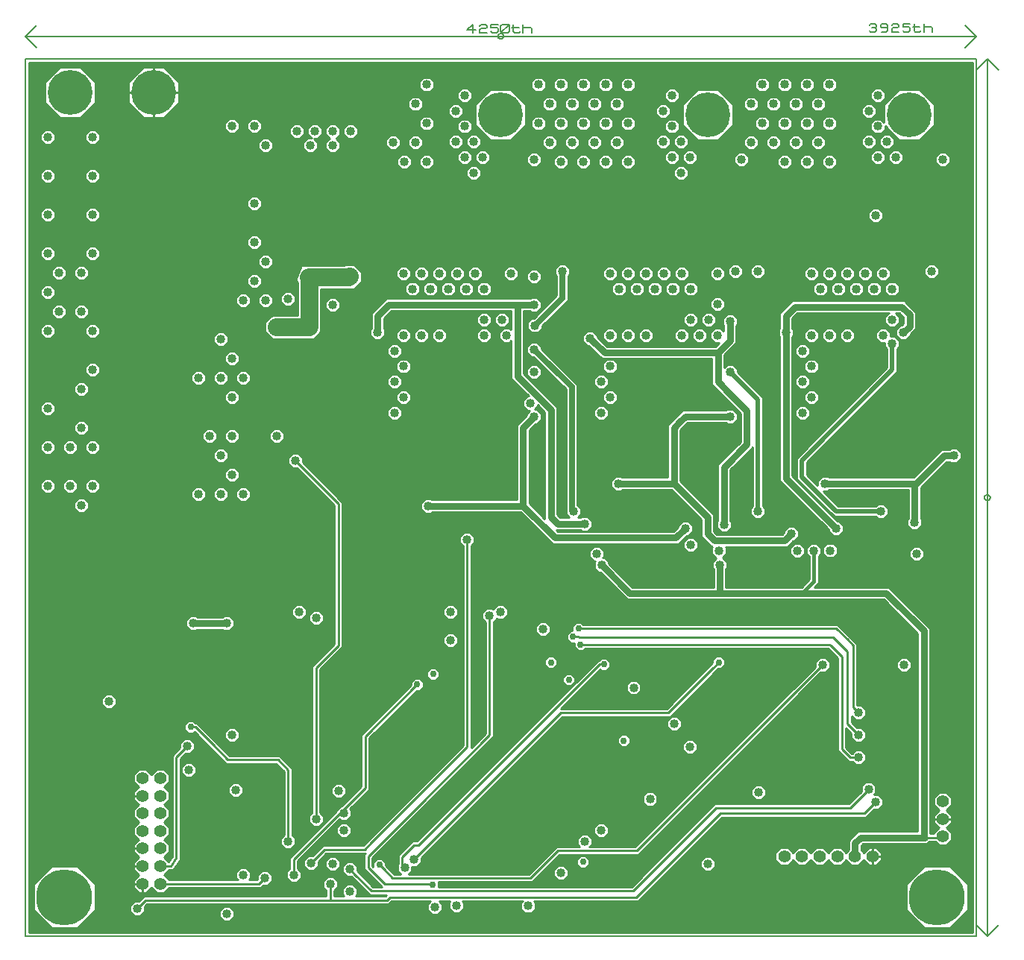
<source format=gbr>
G04 PROTEUS GERBER X2 FILE*
%TF.GenerationSoftware,Labcenter,Proteus,8.7-SP3-Build25561*%
%TF.CreationDate,2021-06-13T19:25:45+00:00*%
%TF.FileFunction,Copper,L3,Inr*%
%TF.FilePolarity,Positive*%
%TF.Part,Single*%
%TF.SameCoordinates,{9c7b3d0d-a21c-4509-bc3d-39c11cb24c33}*%
%FSLAX45Y45*%
%MOMM*%
G01*
%TA.AperFunction,Conductor*%
%ADD12C,2.032000*%
%ADD10C,0.762000*%
%ADD14C,0.508000*%
%ADD16C,0.635000*%
%ADD15C,0.254000*%
%ADD17C,0.381000*%
%TA.AperFunction,ViaPad*%
%ADD70C,2.032000*%
%TA.AperFunction,WasherPad*%
%ADD71C,1.016000*%
%TA.AperFunction,ViaPad*%
%ADD20C,1.016000*%
%ADD21C,0.762000*%
%ADD22C,1.778000*%
%TA.AperFunction,OtherPad,Unknown*%
%ADD23C,6.350000*%
%TA.AperFunction,ComponentPad*%
%ADD28C,5.080000*%
%TA.AperFunction,WasherPad*%
%ADD44C,1.397000*%
%TA.AperFunction,Profile*%
%ADD46C,0.203200*%
%TA.AperFunction,NonMaterial*%
%ADD47C,0.203200*%
%TD.AperFunction*%
G36*
X+9672320Y-7576820D02*
X-1036320Y-7576820D01*
X-1036320Y+2306320D01*
X+9672320Y+2306320D01*
X+9672320Y-7576820D01*
G37*
%LPC*%
G36*
X-985519Y-7320690D02*
X-985519Y-7030310D01*
X-780190Y-6824981D01*
X-489810Y-6824981D01*
X-284481Y-7030310D01*
X-284481Y-7320690D01*
X-489810Y-7526019D01*
X-780190Y-7526019D01*
X-985519Y-7320690D01*
G37*
G36*
X+8920481Y-7320690D02*
X+8920481Y-7030310D01*
X+9125810Y-6824981D01*
X+9416190Y-6824981D01*
X+9621519Y-7030310D01*
X+9621519Y-7320690D01*
X+9416190Y-7526019D01*
X+9125810Y-7526019D01*
X+8920481Y-7320690D01*
G37*
G36*
X+4030981Y+1595613D02*
X+4030981Y+1833387D01*
X+4199113Y+2001519D01*
X+4436887Y+2001519D01*
X+4605019Y+1833387D01*
X+4605019Y+1595613D01*
X+4436887Y+1427481D01*
X+4199113Y+1427481D01*
X+4030981Y+1595613D01*
G37*
G36*
X+6380481Y+1595613D02*
X+6380481Y+1833387D01*
X+6548613Y+2001519D01*
X+6786387Y+2001519D01*
X+6954519Y+1833387D01*
X+6954519Y+1595613D01*
X+6786387Y+1427481D01*
X+6548613Y+1427481D01*
X+6380481Y+1595613D01*
G37*
G36*
X+9240519Y+1833387D02*
X+9240519Y+1595613D01*
X+9072387Y+1427481D01*
X+8834613Y+1427481D01*
X+8681719Y+1580375D01*
X+8681719Y+1545519D01*
X+8632619Y+1496419D01*
X+8563181Y+1496419D01*
X+8514081Y+1545519D01*
X+8514081Y+1614957D01*
X+8563181Y+1664057D01*
X+8632619Y+1664057D01*
X+8666481Y+1630195D01*
X+8666481Y+1833387D01*
X+8834613Y+2001519D01*
X+9072387Y+2001519D01*
X+9240519Y+1833387D01*
G37*
G36*
X+93981Y+1849613D02*
X+93981Y+2087387D01*
X+262113Y+2255519D01*
X+499887Y+2255519D01*
X+668019Y+2087387D01*
X+668019Y+1849613D01*
X+499887Y+1681481D01*
X+262113Y+1681481D01*
X+93981Y+1849613D01*
G37*
G36*
X-858519Y+1849613D02*
X-858519Y+2087387D01*
X-690387Y+2255519D01*
X-452613Y+2255519D01*
X-284481Y+2087387D01*
X-284481Y+1849613D01*
X-452613Y+1681481D01*
X-690387Y+1681481D01*
X-858519Y+1849613D01*
G37*
G36*
X+845819Y-5426281D02*
X+845819Y-5495719D01*
X+796719Y-5544819D01*
X+742837Y-5544819D01*
X+680719Y-5606937D01*
X+680719Y-6745245D01*
X+602725Y-6858244D01*
X+582766Y-6868719D01*
X+553760Y-6868719D01*
X+499479Y-6923000D01*
X+553760Y-6977281D01*
X+1334243Y-6977281D01*
X+1313181Y-6956219D01*
X+1313181Y-6886781D01*
X+1362281Y-6837681D01*
X+1431719Y-6837681D01*
X+1480819Y-6886781D01*
X+1480819Y-6956219D01*
X+1459757Y-6977281D01*
X+1554735Y-6977281D01*
X+1554735Y-6923428D01*
X+1603835Y-6874328D01*
X+1673273Y-6874328D01*
X+1722373Y-6923428D01*
X+1722373Y-6992866D01*
X+1673273Y-7041966D01*
X+1619391Y-7041966D01*
X+1592638Y-7068719D01*
X+553760Y-7068719D01*
X+496610Y-7125869D01*
X+411390Y-7125869D01*
X+354000Y-7068479D01*
X+296610Y-7125869D01*
X+211390Y-7125869D01*
X+151131Y-7065610D01*
X+151131Y-6980390D01*
X+208521Y-6923000D01*
X+151131Y-6865610D01*
X+151131Y-6780390D01*
X+208521Y-6723000D01*
X+151131Y-6665610D01*
X+151131Y-6580390D01*
X+208521Y-6523000D01*
X+151131Y-6465610D01*
X+151131Y-6380390D01*
X+208521Y-6323000D01*
X+151131Y-6265610D01*
X+151131Y-6180390D01*
X+208521Y-6123000D01*
X+151131Y-6065610D01*
X+151131Y-5980390D01*
X+208521Y-5923000D01*
X+151131Y-5865610D01*
X+151131Y-5780390D01*
X+211390Y-5720131D01*
X+296610Y-5720131D01*
X+354000Y-5777521D01*
X+411390Y-5720131D01*
X+496610Y-5720131D01*
X+556869Y-5780390D01*
X+556869Y-5865610D01*
X+499479Y-5923000D01*
X+556869Y-5980390D01*
X+556869Y-6065610D01*
X+499479Y-6123000D01*
X+556869Y-6180390D01*
X+556869Y-6265610D01*
X+499479Y-6323000D01*
X+556869Y-6380390D01*
X+556869Y-6465610D01*
X+499479Y-6523000D01*
X+556869Y-6580390D01*
X+556869Y-6665610D01*
X+499479Y-6723000D01*
X+550059Y-6773580D01*
X+589281Y-6716755D01*
X+589281Y-5569063D01*
X+678181Y-5480163D01*
X+678181Y-5426281D01*
X+727281Y-5377181D01*
X+796719Y-5377181D01*
X+845819Y-5426281D01*
G37*
G36*
X+7005319Y-1679781D02*
X+7005319Y-1749219D01*
X+6956219Y-1798319D01*
X+6886781Y-1798319D01*
X+6874081Y-1785619D01*
X+6442957Y-1785619D01*
X+6357619Y-1870957D01*
X+6357619Y-2447043D01*
X+6738619Y-2828043D01*
X+6738619Y-3018543D01*
X+6774150Y-3054074D01*
X+7513350Y-3054074D01*
X+7536181Y-3031243D01*
X+7536181Y-3013281D01*
X+7585281Y-2964181D01*
X+7654719Y-2964181D01*
X+7703819Y-3013281D01*
X+7703819Y-3082719D01*
X+7654719Y-3131819D01*
X+7636757Y-3131819D01*
X+7572264Y-3196312D01*
X+6870850Y-3196312D01*
X+6878319Y-3203781D01*
X+6878319Y-3273219D01*
X+6835057Y-3316481D01*
X+6839263Y-3316481D01*
X+6888363Y-3365581D01*
X+6888363Y-3435019D01*
X+6875663Y-3447719D01*
X+6875663Y-3652779D01*
X+7735515Y-3652779D01*
X+7821931Y-3566363D01*
X+7821931Y-3304969D01*
X+7790181Y-3273219D01*
X+7790181Y-3203781D01*
X+7839281Y-3154681D01*
X+7908719Y-3154681D01*
X+7957819Y-3203781D01*
X+7957819Y-3273219D01*
X+7926069Y-3304969D01*
X+7926069Y-3609497D01*
X+7882787Y-3652779D01*
X+8724417Y-3652779D01*
X+9193232Y-4121594D01*
X+9193232Y-6453492D01*
X+9231631Y-6453492D01*
X+9231631Y-6443890D01*
X+9289021Y-6386500D01*
X+9231631Y-6329110D01*
X+9231631Y-6243890D01*
X+9289021Y-6186500D01*
X+9231631Y-6129110D01*
X+9231631Y-6043890D01*
X+9291890Y-5983631D01*
X+9377110Y-5983631D01*
X+9437369Y-6043890D01*
X+9437369Y-6129110D01*
X+9379979Y-6186500D01*
X+9437369Y-6243890D01*
X+9437369Y-6329110D01*
X+9379979Y-6386500D01*
X+9437369Y-6443890D01*
X+9437369Y-6529110D01*
X+9377110Y-6589369D01*
X+9291890Y-6589369D01*
X+9247451Y-6544930D01*
X+9183013Y-6544930D01*
X+9157613Y-6570330D01*
X+8430970Y-6570330D01*
X+8408619Y-6592681D01*
X+8408619Y-6639140D01*
X+8437500Y-6668021D01*
X+8494890Y-6610631D01*
X+8580110Y-6610631D01*
X+8640369Y-6670890D01*
X+8640369Y-6756110D01*
X+8580110Y-6816369D01*
X+8494890Y-6816369D01*
X+8437500Y-6758979D01*
X+8380110Y-6816369D01*
X+8294890Y-6816369D01*
X+8237500Y-6758979D01*
X+8180110Y-6816369D01*
X+8094890Y-6816369D01*
X+8037500Y-6758979D01*
X+7980110Y-6816369D01*
X+7894890Y-6816369D01*
X+7837500Y-6758979D01*
X+7780110Y-6816369D01*
X+7694890Y-6816369D01*
X+7637500Y-6758979D01*
X+7580110Y-6816369D01*
X+7494890Y-6816369D01*
X+7434631Y-6756110D01*
X+7434631Y-6670890D01*
X+7494890Y-6610631D01*
X+7580110Y-6610631D01*
X+7637500Y-6668021D01*
X+7694890Y-6610631D01*
X+7780110Y-6610631D01*
X+7837500Y-6668021D01*
X+7894890Y-6610631D01*
X+7980110Y-6610631D01*
X+8037500Y-6668021D01*
X+8094890Y-6610631D01*
X+8180110Y-6610631D01*
X+8237500Y-6668021D01*
X+8266381Y-6639140D01*
X+8266381Y-6533766D01*
X+8372055Y-6428092D01*
X+9050994Y-6428092D01*
X+9050994Y-4180508D01*
X+8665503Y-3795017D01*
X+5753946Y-3795017D01*
X+5445439Y-3486510D01*
X+5427477Y-3486510D01*
X+5378377Y-3437410D01*
X+5378377Y-3367972D01*
X+5389128Y-3357221D01*
X+5370404Y-3357221D01*
X+5321304Y-3308121D01*
X+5321304Y-3238683D01*
X+5370404Y-3189583D01*
X+5439842Y-3189583D01*
X+5488942Y-3238683D01*
X+5488942Y-3308121D01*
X+5478191Y-3318872D01*
X+5496915Y-3318872D01*
X+5546015Y-3367972D01*
X+5546015Y-3385934D01*
X+5812860Y-3652779D01*
X+6733425Y-3652779D01*
X+6733425Y-3447719D01*
X+6720725Y-3435019D01*
X+6720725Y-3365581D01*
X+6763987Y-3322319D01*
X+6759781Y-3322319D01*
X+6710681Y-3273219D01*
X+6710681Y-3203781D01*
X+6718150Y-3196312D01*
X+6715236Y-3196312D01*
X+6596381Y-3077457D01*
X+6596381Y-2886957D01*
X+6257043Y-2547619D01*
X+5698919Y-2547619D01*
X+5686219Y-2560319D01*
X+5616781Y-2560319D01*
X+5567681Y-2511219D01*
X+5567681Y-2441781D01*
X+5616781Y-2392681D01*
X+5686219Y-2392681D01*
X+5698919Y-2405381D01*
X+6215381Y-2405381D01*
X+6215381Y-1812042D01*
X+6384043Y-1643381D01*
X+6874081Y-1643381D01*
X+6886781Y-1630681D01*
X+6956219Y-1630681D01*
X+7005319Y-1679781D01*
G37*
G36*
X+2738119Y-71239D02*
X+2738119Y-182761D01*
X+2654978Y-265902D01*
X+2444043Y-265902D01*
X+2440716Y-269229D01*
X+2278382Y-269229D01*
X+2278382Y-754261D01*
X+2199524Y-833119D01*
X+1722239Y-833119D01*
X+1643381Y-754261D01*
X+1643381Y-642739D01*
X+1722239Y-563881D01*
X+2009144Y-563881D01*
X+2009144Y-192034D01*
X+1983307Y-166197D01*
X+2052151Y+9D01*
X+2329194Y+9D01*
X+2332521Y+3336D01*
X+2543456Y+3336D01*
X+2547739Y+7619D01*
X+2659261Y+7619D01*
X+2738119Y-71239D01*
G37*
G36*
X+3141981Y+1140031D02*
X+3141981Y+1209469D01*
X+3191081Y+1258569D01*
X+3260519Y+1258569D01*
X+3309619Y+1209469D01*
X+3309619Y+1140031D01*
X+3260519Y+1090931D01*
X+3191081Y+1090931D01*
X+3141981Y+1140031D01*
G37*
G36*
X+3395981Y+1140031D02*
X+3395981Y+1209469D01*
X+3445081Y+1258569D01*
X+3514519Y+1258569D01*
X+3563619Y+1209469D01*
X+3563619Y+1140031D01*
X+3514519Y+1090931D01*
X+3445081Y+1090931D01*
X+3395981Y+1140031D01*
G37*
G36*
X+5173981Y+1140031D02*
X+5173981Y+1209469D01*
X+5223081Y+1258569D01*
X+5292519Y+1258569D01*
X+5341619Y+1209469D01*
X+5341619Y+1140031D01*
X+5292519Y+1090931D01*
X+5223081Y+1090931D01*
X+5173981Y+1140031D01*
G37*
G36*
X+5427981Y+1140031D02*
X+5427981Y+1209469D01*
X+5477081Y+1258569D01*
X+5546519Y+1258569D01*
X+5595619Y+1209469D01*
X+5595619Y+1140031D01*
X+5546519Y+1090931D01*
X+5477081Y+1090931D01*
X+5427981Y+1140031D01*
G37*
G36*
X+5681981Y+1140031D02*
X+5681981Y+1209469D01*
X+5731081Y+1258569D01*
X+5800519Y+1258569D01*
X+5849619Y+1209469D01*
X+5849619Y+1140031D01*
X+5800519Y+1090931D01*
X+5731081Y+1090931D01*
X+5681981Y+1140031D01*
G37*
G36*
X+7459981Y+1140031D02*
X+7459981Y+1209469D01*
X+7509081Y+1258569D01*
X+7578519Y+1258569D01*
X+7627619Y+1209469D01*
X+7627619Y+1140031D01*
X+7578519Y+1090931D01*
X+7509081Y+1090931D01*
X+7459981Y+1140031D01*
G37*
G36*
X+7713981Y+1140031D02*
X+7713981Y+1209469D01*
X+7763081Y+1258569D01*
X+7832519Y+1258569D01*
X+7881619Y+1209469D01*
X+7881619Y+1140031D01*
X+7832519Y+1090931D01*
X+7763081Y+1090931D01*
X+7713981Y+1140031D01*
G37*
G36*
X+7967981Y+1140031D02*
X+7967981Y+1209469D01*
X+8017081Y+1258569D01*
X+8086519Y+1258569D01*
X+8135619Y+1209469D01*
X+8135619Y+1140031D01*
X+8086519Y+1090931D01*
X+8017081Y+1090931D01*
X+7967981Y+1140031D01*
G37*
G36*
X+3014981Y+1360001D02*
X+3014981Y+1429439D01*
X+3064081Y+1478539D01*
X+3133519Y+1478539D01*
X+3182619Y+1429439D01*
X+3182619Y+1360001D01*
X+3133519Y+1310901D01*
X+3064081Y+1310901D01*
X+3014981Y+1360001D01*
G37*
G36*
X+3268981Y+1360001D02*
X+3268981Y+1429439D01*
X+3318081Y+1478539D01*
X+3387519Y+1478539D01*
X+3436619Y+1429439D01*
X+3436619Y+1360001D01*
X+3387519Y+1310901D01*
X+3318081Y+1310901D01*
X+3268981Y+1360001D01*
G37*
G36*
X+4792981Y+1360001D02*
X+4792981Y+1429439D01*
X+4842081Y+1478539D01*
X+4911519Y+1478539D01*
X+4960619Y+1429439D01*
X+4960619Y+1360001D01*
X+4911519Y+1310901D01*
X+4842081Y+1310901D01*
X+4792981Y+1360001D01*
G37*
G36*
X+5046981Y+1360001D02*
X+5046981Y+1429439D01*
X+5096081Y+1478539D01*
X+5165519Y+1478539D01*
X+5214619Y+1429439D01*
X+5214619Y+1360001D01*
X+5165519Y+1310901D01*
X+5096081Y+1310901D01*
X+5046981Y+1360001D01*
G37*
G36*
X+5300981Y+1360001D02*
X+5300981Y+1429439D01*
X+5350081Y+1478539D01*
X+5419519Y+1478539D01*
X+5468619Y+1429439D01*
X+5468619Y+1360001D01*
X+5419519Y+1310901D01*
X+5350081Y+1310901D01*
X+5300981Y+1360001D01*
G37*
G36*
X+5554981Y+1360001D02*
X+5554981Y+1429439D01*
X+5604081Y+1478539D01*
X+5673519Y+1478539D01*
X+5722619Y+1429439D01*
X+5722619Y+1360001D01*
X+5673519Y+1310901D01*
X+5604081Y+1310901D01*
X+5554981Y+1360001D01*
G37*
G36*
X+7078981Y+1360001D02*
X+7078981Y+1429439D01*
X+7128081Y+1478539D01*
X+7197519Y+1478539D01*
X+7246619Y+1429439D01*
X+7246619Y+1360001D01*
X+7197519Y+1310901D01*
X+7128081Y+1310901D01*
X+7078981Y+1360001D01*
G37*
G36*
X+7332981Y+1360001D02*
X+7332981Y+1429439D01*
X+7382081Y+1478539D01*
X+7451519Y+1478539D01*
X+7500619Y+1429439D01*
X+7500619Y+1360001D01*
X+7451519Y+1310901D01*
X+7382081Y+1310901D01*
X+7332981Y+1360001D01*
G37*
G36*
X+7586981Y+1360001D02*
X+7586981Y+1429439D01*
X+7636081Y+1478539D01*
X+7705519Y+1478539D01*
X+7754619Y+1429439D01*
X+7754619Y+1360001D01*
X+7705519Y+1310901D01*
X+7636081Y+1310901D01*
X+7586981Y+1360001D01*
G37*
G36*
X+7840981Y+1360001D02*
X+7840981Y+1429439D01*
X+7890081Y+1478539D01*
X+7959519Y+1478539D01*
X+8008619Y+1429439D01*
X+8008619Y+1360001D01*
X+7959519Y+1310901D01*
X+7890081Y+1310901D01*
X+7840981Y+1360001D01*
G37*
G36*
X+3395981Y+1579971D02*
X+3395981Y+1649409D01*
X+3445081Y+1698509D01*
X+3514519Y+1698509D01*
X+3563619Y+1649409D01*
X+3563619Y+1579971D01*
X+3514519Y+1530871D01*
X+3445081Y+1530871D01*
X+3395981Y+1579971D01*
G37*
G36*
X+4665981Y+1579971D02*
X+4665981Y+1649409D01*
X+4715081Y+1698509D01*
X+4784519Y+1698509D01*
X+4833619Y+1649409D01*
X+4833619Y+1579971D01*
X+4784519Y+1530871D01*
X+4715081Y+1530871D01*
X+4665981Y+1579971D01*
G37*
G36*
X+4919981Y+1579971D02*
X+4919981Y+1649409D01*
X+4969081Y+1698509D01*
X+5038519Y+1698509D01*
X+5087619Y+1649409D01*
X+5087619Y+1579971D01*
X+5038519Y+1530871D01*
X+4969081Y+1530871D01*
X+4919981Y+1579971D01*
G37*
G36*
X+5173981Y+1579971D02*
X+5173981Y+1649409D01*
X+5223081Y+1698509D01*
X+5292519Y+1698509D01*
X+5341619Y+1649409D01*
X+5341619Y+1579971D01*
X+5292519Y+1530871D01*
X+5223081Y+1530871D01*
X+5173981Y+1579971D01*
G37*
G36*
X+5427981Y+1579971D02*
X+5427981Y+1649409D01*
X+5477081Y+1698509D01*
X+5546519Y+1698509D01*
X+5595619Y+1649409D01*
X+5595619Y+1579971D01*
X+5546519Y+1530871D01*
X+5477081Y+1530871D01*
X+5427981Y+1579971D01*
G37*
G36*
X+5681981Y+1579971D02*
X+5681981Y+1649409D01*
X+5731081Y+1698509D01*
X+5800519Y+1698509D01*
X+5849619Y+1649409D01*
X+5849619Y+1579971D01*
X+5800519Y+1530871D01*
X+5731081Y+1530871D01*
X+5681981Y+1579971D01*
G37*
G36*
X+7205981Y+1579971D02*
X+7205981Y+1649409D01*
X+7255081Y+1698509D01*
X+7324519Y+1698509D01*
X+7373619Y+1649409D01*
X+7373619Y+1579971D01*
X+7324519Y+1530871D01*
X+7255081Y+1530871D01*
X+7205981Y+1579971D01*
G37*
G36*
X+7459981Y+1579971D02*
X+7459981Y+1649409D01*
X+7509081Y+1698509D01*
X+7578519Y+1698509D01*
X+7627619Y+1649409D01*
X+7627619Y+1579971D01*
X+7578519Y+1530871D01*
X+7509081Y+1530871D01*
X+7459981Y+1579971D01*
G37*
G36*
X+7713981Y+1579971D02*
X+7713981Y+1649409D01*
X+7763081Y+1698509D01*
X+7832519Y+1698509D01*
X+7881619Y+1649409D01*
X+7881619Y+1579971D01*
X+7832519Y+1530871D01*
X+7763081Y+1530871D01*
X+7713981Y+1579971D01*
G37*
G36*
X+7967981Y+1579971D02*
X+7967981Y+1649409D01*
X+8017081Y+1698509D01*
X+8086519Y+1698509D01*
X+8135619Y+1649409D01*
X+8135619Y+1579971D01*
X+8086519Y+1530871D01*
X+8017081Y+1530871D01*
X+7967981Y+1579971D01*
G37*
G36*
X+3268981Y+1799941D02*
X+3268981Y+1869379D01*
X+3318081Y+1918479D01*
X+3387519Y+1918479D01*
X+3436619Y+1869379D01*
X+3436619Y+1799941D01*
X+3387519Y+1750841D01*
X+3318081Y+1750841D01*
X+3268981Y+1799941D01*
G37*
G36*
X+4792981Y+1799941D02*
X+4792981Y+1869379D01*
X+4842081Y+1918479D01*
X+4911519Y+1918479D01*
X+4960619Y+1869379D01*
X+4960619Y+1799941D01*
X+4911519Y+1750841D01*
X+4842081Y+1750841D01*
X+4792981Y+1799941D01*
G37*
G36*
X+5046981Y+1799941D02*
X+5046981Y+1869379D01*
X+5096081Y+1918479D01*
X+5165519Y+1918479D01*
X+5214619Y+1869379D01*
X+5214619Y+1799941D01*
X+5165519Y+1750841D01*
X+5096081Y+1750841D01*
X+5046981Y+1799941D01*
G37*
G36*
X+5300981Y+1799941D02*
X+5300981Y+1869379D01*
X+5350081Y+1918479D01*
X+5419519Y+1918479D01*
X+5468619Y+1869379D01*
X+5468619Y+1799941D01*
X+5419519Y+1750841D01*
X+5350081Y+1750841D01*
X+5300981Y+1799941D01*
G37*
G36*
X+5554981Y+1799941D02*
X+5554981Y+1869379D01*
X+5604081Y+1918479D01*
X+5673519Y+1918479D01*
X+5722619Y+1869379D01*
X+5722619Y+1799941D01*
X+5673519Y+1750841D01*
X+5604081Y+1750841D01*
X+5554981Y+1799941D01*
G37*
G36*
X+7078981Y+1799941D02*
X+7078981Y+1869379D01*
X+7128081Y+1918479D01*
X+7197519Y+1918479D01*
X+7246619Y+1869379D01*
X+7246619Y+1799941D01*
X+7197519Y+1750841D01*
X+7128081Y+1750841D01*
X+7078981Y+1799941D01*
G37*
G36*
X+7332981Y+1799941D02*
X+7332981Y+1869379D01*
X+7382081Y+1918479D01*
X+7451519Y+1918479D01*
X+7500619Y+1869379D01*
X+7500619Y+1799941D01*
X+7451519Y+1750841D01*
X+7382081Y+1750841D01*
X+7332981Y+1799941D01*
G37*
G36*
X+7586981Y+1799941D02*
X+7586981Y+1869379D01*
X+7636081Y+1918479D01*
X+7705519Y+1918479D01*
X+7754619Y+1869379D01*
X+7754619Y+1799941D01*
X+7705519Y+1750841D01*
X+7636081Y+1750841D01*
X+7586981Y+1799941D01*
G37*
G36*
X+7840981Y+1799941D02*
X+7840981Y+1869379D01*
X+7890081Y+1918479D01*
X+7959519Y+1918479D01*
X+8008619Y+1869379D01*
X+8008619Y+1799941D01*
X+7959519Y+1750841D01*
X+7890081Y+1750841D01*
X+7840981Y+1799941D01*
G37*
G36*
X+3395981Y+2019911D02*
X+3395981Y+2089349D01*
X+3445081Y+2138449D01*
X+3514519Y+2138449D01*
X+3563619Y+2089349D01*
X+3563619Y+2019911D01*
X+3514519Y+1970811D01*
X+3445081Y+1970811D01*
X+3395981Y+2019911D01*
G37*
G36*
X+4665981Y+2019911D02*
X+4665981Y+2089349D01*
X+4715081Y+2138449D01*
X+4784519Y+2138449D01*
X+4833619Y+2089349D01*
X+4833619Y+2019911D01*
X+4784519Y+1970811D01*
X+4715081Y+1970811D01*
X+4665981Y+2019911D01*
G37*
G36*
X+4919981Y+2019911D02*
X+4919981Y+2089349D01*
X+4969081Y+2138449D01*
X+5038519Y+2138449D01*
X+5087619Y+2089349D01*
X+5087619Y+2019911D01*
X+5038519Y+1970811D01*
X+4969081Y+1970811D01*
X+4919981Y+2019911D01*
G37*
G36*
X+5173981Y+2019911D02*
X+5173981Y+2089349D01*
X+5223081Y+2138449D01*
X+5292519Y+2138449D01*
X+5341619Y+2089349D01*
X+5341619Y+2019911D01*
X+5292519Y+1970811D01*
X+5223081Y+1970811D01*
X+5173981Y+2019911D01*
G37*
G36*
X+5427981Y+2019911D02*
X+5427981Y+2089349D01*
X+5477081Y+2138449D01*
X+5546519Y+2138449D01*
X+5595619Y+2089349D01*
X+5595619Y+2019911D01*
X+5546519Y+1970811D01*
X+5477081Y+1970811D01*
X+5427981Y+2019911D01*
G37*
G36*
X+5681981Y+2019911D02*
X+5681981Y+2089349D01*
X+5731081Y+2138449D01*
X+5800519Y+2138449D01*
X+5849619Y+2089349D01*
X+5849619Y+2019911D01*
X+5800519Y+1970811D01*
X+5731081Y+1970811D01*
X+5681981Y+2019911D01*
G37*
G36*
X+7205981Y+2019911D02*
X+7205981Y+2089349D01*
X+7255081Y+2138449D01*
X+7324519Y+2138449D01*
X+7373619Y+2089349D01*
X+7373619Y+2019911D01*
X+7324519Y+1970811D01*
X+7255081Y+1970811D01*
X+7205981Y+2019911D01*
G37*
G36*
X+7459981Y+2019911D02*
X+7459981Y+2089349D01*
X+7509081Y+2138449D01*
X+7578519Y+2138449D01*
X+7627619Y+2089349D01*
X+7627619Y+2019911D01*
X+7578519Y+1970811D01*
X+7509081Y+1970811D01*
X+7459981Y+2019911D01*
G37*
G36*
X+7713981Y+2019911D02*
X+7713981Y+2089349D01*
X+7763081Y+2138449D01*
X+7832519Y+2138449D01*
X+7881619Y+2089349D01*
X+7881619Y+2019911D01*
X+7832519Y+1970811D01*
X+7763081Y+1970811D01*
X+7713981Y+2019911D01*
G37*
G36*
X+7967981Y+2019911D02*
X+7967981Y+2089349D01*
X+8017081Y+2138449D01*
X+8086519Y+2138449D01*
X+8135619Y+2089349D01*
X+8135619Y+2019911D01*
X+8086519Y+1970811D01*
X+8017081Y+1970811D01*
X+7967981Y+2019911D01*
G37*
G36*
X+5377181Y-1708349D02*
X+5377181Y-1638911D01*
X+5426281Y-1589811D01*
X+5495719Y-1589811D01*
X+5544819Y-1638911D01*
X+5544819Y-1708349D01*
X+5495719Y-1757449D01*
X+5426281Y-1757449D01*
X+5377181Y-1708349D01*
G37*
G36*
X+5478781Y-1532373D02*
X+5478781Y-1462935D01*
X+5527881Y-1413835D01*
X+5597319Y-1413835D01*
X+5646419Y-1462935D01*
X+5646419Y-1532373D01*
X+5597319Y-1581473D01*
X+5527881Y-1581473D01*
X+5478781Y-1532373D01*
G37*
G36*
X+5377181Y-1356397D02*
X+5377181Y-1286959D01*
X+5426281Y-1237859D01*
X+5495719Y-1237859D01*
X+5544819Y-1286959D01*
X+5544819Y-1356397D01*
X+5495719Y-1405497D01*
X+5426281Y-1405497D01*
X+5377181Y-1356397D01*
G37*
G36*
X+5478781Y-1180421D02*
X+5478781Y-1110983D01*
X+5527881Y-1061883D01*
X+5597319Y-1061883D01*
X+5646419Y-1110983D01*
X+5646419Y-1180421D01*
X+5597319Y-1229521D01*
X+5527881Y-1229521D01*
X+5478781Y-1180421D01*
G37*
G36*
X+5478781Y-828469D02*
X+5478781Y-759031D01*
X+5527881Y-709931D01*
X+5597319Y-709931D01*
X+5646419Y-759031D01*
X+5646419Y-828469D01*
X+5597319Y-877569D01*
X+5527881Y-877569D01*
X+5478781Y-828469D01*
G37*
G36*
X+5681981Y-828469D02*
X+5681981Y-759031D01*
X+5731081Y-709931D01*
X+5800519Y-709931D01*
X+5849619Y-759031D01*
X+5849619Y-828469D01*
X+5800519Y-877569D01*
X+5731081Y-877569D01*
X+5681981Y-828469D01*
G37*
G36*
X+5885181Y-828469D02*
X+5885181Y-759031D01*
X+5934281Y-709931D01*
X+6003719Y-709931D01*
X+6052819Y-759031D01*
X+6052819Y-828469D01*
X+6003719Y-877569D01*
X+5934281Y-877569D01*
X+5885181Y-828469D01*
G37*
G36*
X+6291581Y-828469D02*
X+6291581Y-759031D01*
X+6340681Y-709931D01*
X+6410119Y-709931D01*
X+6459219Y-759031D01*
X+6459219Y-828469D01*
X+6410119Y-877569D01*
X+6340681Y-877569D01*
X+6291581Y-828469D01*
G37*
G36*
X+6494781Y-828469D02*
X+6494781Y-759031D01*
X+6543881Y-709931D01*
X+6613319Y-709931D01*
X+6662419Y-759031D01*
X+6662419Y-828469D01*
X+6613319Y-877569D01*
X+6543881Y-877569D01*
X+6494781Y-828469D01*
G37*
G36*
X+7005319Y-600281D02*
X+7005319Y-669719D01*
X+6992619Y-682419D01*
X+6992619Y-880307D01*
X+6854532Y-1018394D01*
X+6854532Y-1154930D01*
X+6886781Y-1122681D01*
X+6956219Y-1122681D01*
X+7005319Y-1171781D01*
X+7005319Y-1207703D01*
X+7297419Y-1499803D01*
X+7297419Y-2733881D01*
X+7322819Y-2759281D01*
X+7322819Y-2828719D01*
X+7273719Y-2877819D01*
X+7204281Y-2877819D01*
X+7155181Y-2828719D01*
X+7155181Y-2759281D01*
X+7180581Y-2733881D01*
X+7180581Y-2063996D01*
X+7141457Y-2103119D01*
X+6923761Y-2320815D01*
X+6923761Y-2899669D01*
X+6936461Y-2912369D01*
X+6936461Y-2981807D01*
X+6887361Y-3030907D01*
X+6817923Y-3030907D01*
X+6768823Y-2981807D01*
X+6768823Y-2912369D01*
X+6781523Y-2899669D01*
X+6781523Y-2261901D01*
X+7040881Y-2002543D01*
X+7040881Y-1680457D01*
X+6712294Y-1351870D01*
X+6712294Y-1060056D01*
X+5467980Y-1060056D01*
X+5317243Y-909319D01*
X+5299281Y-909319D01*
X+5250181Y-860219D01*
X+5250181Y-790781D01*
X+5299281Y-741681D01*
X+5368719Y-741681D01*
X+5417819Y-790781D01*
X+5417819Y-808743D01*
X+5526894Y-917818D01*
X+6753956Y-917818D01*
X+6794205Y-877569D01*
X+6747081Y-877569D01*
X+6697981Y-828469D01*
X+6697981Y-759031D01*
X+6747081Y-709931D01*
X+6816519Y-709931D01*
X+6850381Y-743793D01*
X+6850381Y-682419D01*
X+6837681Y-669719D01*
X+6837681Y-600281D01*
X+6886781Y-551181D01*
X+6956219Y-551181D01*
X+7005319Y-600281D01*
G37*
G36*
X+6393181Y-652493D02*
X+6393181Y-583055D01*
X+6442281Y-533955D01*
X+6511719Y-533955D01*
X+6560819Y-583055D01*
X+6560819Y-652493D01*
X+6511719Y-701593D01*
X+6442281Y-701593D01*
X+6393181Y-652493D01*
G37*
G36*
X+6596381Y-652493D02*
X+6596381Y-583055D01*
X+6645481Y-533955D01*
X+6714919Y-533955D01*
X+6764019Y-583055D01*
X+6764019Y-652493D01*
X+6714919Y-701593D01*
X+6645481Y-701593D01*
X+6596381Y-652493D01*
G37*
G36*
X+6697981Y-476517D02*
X+6697981Y-407079D01*
X+6747081Y-357979D01*
X+6816519Y-357979D01*
X+6865619Y-407079D01*
X+6865619Y-476517D01*
X+6816519Y-525617D01*
X+6747081Y-525617D01*
X+6697981Y-476517D01*
G37*
G36*
X+5580381Y-300541D02*
X+5580381Y-231103D01*
X+5629481Y-182003D01*
X+5698919Y-182003D01*
X+5748019Y-231103D01*
X+5748019Y-300541D01*
X+5698919Y-349641D01*
X+5629481Y-349641D01*
X+5580381Y-300541D01*
G37*
G36*
X+5783581Y-300541D02*
X+5783581Y-231103D01*
X+5832681Y-182003D01*
X+5902119Y-182003D01*
X+5951219Y-231103D01*
X+5951219Y-300541D01*
X+5902119Y-349641D01*
X+5832681Y-349641D01*
X+5783581Y-300541D01*
G37*
G36*
X+5986781Y-300541D02*
X+5986781Y-231103D01*
X+6035881Y-182003D01*
X+6105319Y-182003D01*
X+6154419Y-231103D01*
X+6154419Y-300541D01*
X+6105319Y-349641D01*
X+6035881Y-349641D01*
X+5986781Y-300541D01*
G37*
G36*
X+6189981Y-300541D02*
X+6189981Y-231103D01*
X+6239081Y-182003D01*
X+6308519Y-182003D01*
X+6357619Y-231103D01*
X+6357619Y-300541D01*
X+6308519Y-349641D01*
X+6239081Y-349641D01*
X+6189981Y-300541D01*
G37*
G36*
X+6393181Y-300541D02*
X+6393181Y-231103D01*
X+6442281Y-182003D01*
X+6511719Y-182003D01*
X+6560819Y-231103D01*
X+6560819Y-300541D01*
X+6511719Y-349641D01*
X+6442281Y-349641D01*
X+6393181Y-300541D01*
G37*
G36*
X+5478781Y-124565D02*
X+5478781Y-55127D01*
X+5527881Y-6027D01*
X+5597319Y-6027D01*
X+5646419Y-55127D01*
X+5646419Y-124565D01*
X+5597319Y-173665D01*
X+5527881Y-173665D01*
X+5478781Y-124565D01*
G37*
G36*
X+5681981Y-124565D02*
X+5681981Y-55127D01*
X+5731081Y-6027D01*
X+5800519Y-6027D01*
X+5849619Y-55127D01*
X+5849619Y-124565D01*
X+5800519Y-173665D01*
X+5731081Y-173665D01*
X+5681981Y-124565D01*
G37*
G36*
X+5885181Y-124565D02*
X+5885181Y-55127D01*
X+5934281Y-6027D01*
X+6003719Y-6027D01*
X+6052819Y-55127D01*
X+6052819Y-124565D01*
X+6003719Y-173665D01*
X+5934281Y-173665D01*
X+5885181Y-124565D01*
G37*
G36*
X+6088381Y-124565D02*
X+6088381Y-55127D01*
X+6137481Y-6027D01*
X+6206919Y-6027D01*
X+6256019Y-55127D01*
X+6256019Y-124565D01*
X+6206919Y-173665D01*
X+6137481Y-173665D01*
X+6088381Y-124565D01*
G37*
G36*
X+6291581Y-124565D02*
X+6291581Y-55127D01*
X+6340681Y-6027D01*
X+6410119Y-6027D01*
X+6459219Y-55127D01*
X+6459219Y-124565D01*
X+6410119Y-173665D01*
X+6340681Y-173665D01*
X+6291581Y-124565D01*
G37*
G36*
X+6697981Y-124565D02*
X+6697981Y-55127D01*
X+6747081Y-6027D01*
X+6816519Y-6027D01*
X+6865619Y-55127D01*
X+6865619Y-124565D01*
X+6816519Y-173665D01*
X+6747081Y-173665D01*
X+6697981Y-124565D01*
G37*
G36*
X+7663181Y-1708349D02*
X+7663181Y-1638911D01*
X+7712281Y-1589811D01*
X+7781719Y-1589811D01*
X+7830819Y-1638911D01*
X+7830819Y-1708349D01*
X+7781719Y-1757449D01*
X+7712281Y-1757449D01*
X+7663181Y-1708349D01*
G37*
G36*
X+7764781Y-1532373D02*
X+7764781Y-1462935D01*
X+7813881Y-1413835D01*
X+7883319Y-1413835D01*
X+7932419Y-1462935D01*
X+7932419Y-1532373D01*
X+7883319Y-1581473D01*
X+7813881Y-1581473D01*
X+7764781Y-1532373D01*
G37*
G36*
X+7663181Y-1356397D02*
X+7663181Y-1286959D01*
X+7712281Y-1237859D01*
X+7781719Y-1237859D01*
X+7830819Y-1286959D01*
X+7830819Y-1356397D01*
X+7781719Y-1405497D01*
X+7712281Y-1405497D01*
X+7663181Y-1356397D01*
G37*
G36*
X+7764781Y-1180421D02*
X+7764781Y-1110983D01*
X+7813881Y-1061883D01*
X+7883319Y-1061883D01*
X+7932419Y-1110983D01*
X+7932419Y-1180421D01*
X+7883319Y-1229521D01*
X+7813881Y-1229521D01*
X+7764781Y-1180421D01*
G37*
G36*
X+7663181Y-1004445D02*
X+7663181Y-935007D01*
X+7712281Y-885907D01*
X+7781719Y-885907D01*
X+7830819Y-935007D01*
X+7830819Y-1004445D01*
X+7781719Y-1053545D01*
X+7712281Y-1053545D01*
X+7663181Y-1004445D01*
G37*
G36*
X+7764781Y-828469D02*
X+7764781Y-759031D01*
X+7813881Y-709931D01*
X+7883319Y-709931D01*
X+7932419Y-759031D01*
X+7932419Y-828469D01*
X+7883319Y-877569D01*
X+7813881Y-877569D01*
X+7764781Y-828469D01*
G37*
G36*
X+7967981Y-828469D02*
X+7967981Y-759031D01*
X+8017081Y-709931D01*
X+8086519Y-709931D01*
X+8135619Y-759031D01*
X+8135619Y-828469D01*
X+8086519Y-877569D01*
X+8017081Y-877569D01*
X+7967981Y-828469D01*
G37*
G36*
X+8171181Y-828469D02*
X+8171181Y-759031D01*
X+8220281Y-709931D01*
X+8289719Y-709931D01*
X+8338819Y-759031D01*
X+8338819Y-828469D01*
X+8289719Y-877569D01*
X+8220281Y-877569D01*
X+8171181Y-828469D01*
G37*
G36*
X+8745219Y-759031D02*
X+8745219Y-805181D01*
X+8797719Y-805181D01*
X+8846819Y-854281D01*
X+8846819Y-923719D01*
X+8821419Y-949119D01*
X+8821419Y-1210271D01*
X+7794211Y-2237479D01*
X+7794211Y-2376778D01*
X+7917181Y-2499748D01*
X+7917181Y-2441781D01*
X+7966281Y-2392681D01*
X+8035719Y-2392681D01*
X+8048419Y-2405381D01*
X+9003916Y-2405381D01*
X+9321416Y-2087881D01*
X+9414081Y-2087881D01*
X+9426781Y-2075181D01*
X+9496219Y-2075181D01*
X+9545319Y-2124281D01*
X+9545319Y-2193719D01*
X+9496219Y-2242819D01*
X+9426781Y-2242819D01*
X+9414081Y-2230119D01*
X+9380330Y-2230119D01*
X+9088119Y-2522331D01*
X+9088119Y-2873581D01*
X+9100819Y-2886281D01*
X+9100819Y-2955719D01*
X+9051719Y-3004819D01*
X+8982281Y-3004819D01*
X+8933181Y-2955719D01*
X+8933181Y-2886281D01*
X+8945881Y-2873581D01*
X+8945881Y-2547619D01*
X+8048419Y-2547619D01*
X+8035719Y-2560319D01*
X+7977752Y-2560319D01*
X+8153014Y-2735581D01*
X+8575881Y-2735581D01*
X+8601281Y-2710181D01*
X+8670719Y-2710181D01*
X+8719819Y-2759281D01*
X+8719819Y-2828719D01*
X+8670719Y-2877819D01*
X+8601281Y-2877819D01*
X+8575881Y-2852419D01*
X+8104620Y-2852419D01*
X+7677373Y-2425172D01*
X+7677373Y-2189085D01*
X+8704581Y-1161877D01*
X+8704581Y-949119D01*
X+8679181Y-923719D01*
X+8679181Y-877569D01*
X+8626681Y-877569D01*
X+8577581Y-828469D01*
X+8577581Y-759031D01*
X+8626681Y-709931D01*
X+8696119Y-709931D01*
X+8745219Y-759031D01*
G37*
G36*
X+8920824Y-418995D02*
X+9031000Y-529171D01*
X+9031000Y-721576D01*
X+8973819Y-778757D01*
X+8973819Y-796719D01*
X+8924719Y-845819D01*
X+8855281Y-845819D01*
X+8806181Y-796719D01*
X+8806181Y-727281D01*
X+8855281Y-678181D01*
X+8873243Y-678181D01*
X+8888762Y-662662D01*
X+8888762Y-588085D01*
X+8841079Y-540402D01*
X+8804166Y-540402D01*
X+8846819Y-583055D01*
X+8846819Y-652493D01*
X+8797719Y-701593D01*
X+8728281Y-701593D01*
X+8679181Y-652493D01*
X+8679181Y-583055D01*
X+8721834Y-540402D01*
X+7688174Y-540402D01*
X+7627619Y-600957D01*
X+7627619Y-714581D01*
X+7640319Y-727281D01*
X+7640319Y-796719D01*
X+7627619Y-809419D01*
X+7627619Y-2388248D01*
X+8108906Y-2869535D01*
X+8143395Y-2900681D01*
X+8162719Y-2900681D01*
X+8211819Y-2949781D01*
X+8211819Y-3019219D01*
X+8162719Y-3068319D01*
X+8093281Y-3068319D01*
X+8044181Y-3019219D01*
X+8044181Y-3004160D01*
X+8010418Y-2972199D01*
X+7485381Y-2447162D01*
X+7485381Y-809419D01*
X+7472681Y-796719D01*
X+7472681Y-727281D01*
X+7485381Y-714581D01*
X+7485381Y-542043D01*
X+7629260Y-398164D01*
X+8899993Y-398164D01*
X+8920824Y-418995D01*
G37*
G36*
X+7866381Y-300541D02*
X+7866381Y-231103D01*
X+7915481Y-182003D01*
X+7984919Y-182003D01*
X+8034019Y-231103D01*
X+8034019Y-300541D01*
X+7984919Y-349641D01*
X+7915481Y-349641D01*
X+7866381Y-300541D01*
G37*
G36*
X+8069581Y-300541D02*
X+8069581Y-231103D01*
X+8118681Y-182003D01*
X+8188119Y-182003D01*
X+8237219Y-231103D01*
X+8237219Y-300541D01*
X+8188119Y-349641D01*
X+8118681Y-349641D01*
X+8069581Y-300541D01*
G37*
G36*
X+8272781Y-300541D02*
X+8272781Y-231103D01*
X+8321881Y-182003D01*
X+8391319Y-182003D01*
X+8440419Y-231103D01*
X+8440419Y-300541D01*
X+8391319Y-349641D01*
X+8321881Y-349641D01*
X+8272781Y-300541D01*
G37*
G36*
X+8475981Y-300541D02*
X+8475981Y-231103D01*
X+8525081Y-182003D01*
X+8594519Y-182003D01*
X+8643619Y-231103D01*
X+8643619Y-300541D01*
X+8594519Y-349641D01*
X+8525081Y-349641D01*
X+8475981Y-300541D01*
G37*
G36*
X+8679181Y-300541D02*
X+8679181Y-231103D01*
X+8728281Y-182003D01*
X+8797719Y-182003D01*
X+8846819Y-231103D01*
X+8846819Y-300541D01*
X+8797719Y-349641D01*
X+8728281Y-349641D01*
X+8679181Y-300541D01*
G37*
G36*
X+7764781Y-124565D02*
X+7764781Y-55127D01*
X+7813881Y-6027D01*
X+7883319Y-6027D01*
X+7932419Y-55127D01*
X+7932419Y-124565D01*
X+7883319Y-173665D01*
X+7813881Y-173665D01*
X+7764781Y-124565D01*
G37*
G36*
X+7967981Y-124565D02*
X+7967981Y-55127D01*
X+8017081Y-6027D01*
X+8086519Y-6027D01*
X+8135619Y-55127D01*
X+8135619Y-124565D01*
X+8086519Y-173665D01*
X+8017081Y-173665D01*
X+7967981Y-124565D01*
G37*
G36*
X+8171181Y-124565D02*
X+8171181Y-55127D01*
X+8220281Y-6027D01*
X+8289719Y-6027D01*
X+8338819Y-55127D01*
X+8338819Y-124565D01*
X+8289719Y-173665D01*
X+8220281Y-173665D01*
X+8171181Y-124565D01*
G37*
G36*
X+8374381Y-124565D02*
X+8374381Y-55127D01*
X+8423481Y-6027D01*
X+8492919Y-6027D01*
X+8542019Y-55127D01*
X+8542019Y-124565D01*
X+8492919Y-173665D01*
X+8423481Y-173665D01*
X+8374381Y-124565D01*
G37*
G36*
X+8577581Y-124565D02*
X+8577581Y-55127D01*
X+8626681Y-6027D01*
X+8696119Y-6027D01*
X+8745219Y-55127D01*
X+8745219Y-124565D01*
X+8696119Y-173665D01*
X+8626681Y-173665D01*
X+8577581Y-124565D01*
G37*
G36*
X+3129281Y-1532373D02*
X+3129281Y-1462935D01*
X+3178381Y-1413835D01*
X+3247819Y-1413835D01*
X+3296919Y-1462935D01*
X+3296919Y-1532373D01*
X+3247819Y-1581473D01*
X+3178381Y-1581473D01*
X+3129281Y-1532373D01*
G37*
G36*
X+3027681Y-1356397D02*
X+3027681Y-1286959D01*
X+3076781Y-1237859D01*
X+3146219Y-1237859D01*
X+3195319Y-1286959D01*
X+3195319Y-1356397D01*
X+3146219Y-1405497D01*
X+3076781Y-1405497D01*
X+3027681Y-1356397D01*
G37*
G36*
X+3129281Y-1180421D02*
X+3129281Y-1110983D01*
X+3178381Y-1061883D01*
X+3247819Y-1061883D01*
X+3296919Y-1110983D01*
X+3296919Y-1180421D01*
X+3247819Y-1229521D01*
X+3178381Y-1229521D01*
X+3129281Y-1180421D01*
G37*
G36*
X+3027681Y-1004445D02*
X+3027681Y-935007D01*
X+3076781Y-885907D01*
X+3146219Y-885907D01*
X+3195319Y-935007D01*
X+3195319Y-1004445D01*
X+3146219Y-1053545D01*
X+3076781Y-1053545D01*
X+3027681Y-1004445D01*
G37*
G36*
X+3129281Y-828469D02*
X+3129281Y-759031D01*
X+3178381Y-709931D01*
X+3247819Y-709931D01*
X+3296919Y-759031D01*
X+3296919Y-828469D01*
X+3247819Y-877569D01*
X+3178381Y-877569D01*
X+3129281Y-828469D01*
G37*
G36*
X+3332481Y-828469D02*
X+3332481Y-759031D01*
X+3381581Y-709931D01*
X+3451019Y-709931D01*
X+3500119Y-759031D01*
X+3500119Y-828469D01*
X+3451019Y-877569D01*
X+3381581Y-877569D01*
X+3332481Y-828469D01*
G37*
G36*
X+3535681Y-828469D02*
X+3535681Y-759031D01*
X+3584781Y-709931D01*
X+3654219Y-709931D01*
X+3703319Y-759031D01*
X+3703319Y-828469D01*
X+3654219Y-877569D01*
X+3584781Y-877569D01*
X+3535681Y-828469D01*
G37*
G36*
X+4043681Y-652493D02*
X+4043681Y-583055D01*
X+4092781Y-533955D01*
X+4162219Y-533955D01*
X+4211319Y-583055D01*
X+4211319Y-652493D01*
X+4162219Y-701593D01*
X+4092781Y-701593D01*
X+4043681Y-652493D01*
G37*
G36*
X+4246881Y-652493D02*
X+4246881Y-583055D01*
X+4295981Y-533955D01*
X+4365419Y-533955D01*
X+4414519Y-583055D01*
X+4414519Y-652493D01*
X+4365419Y-701593D01*
X+4295981Y-701593D01*
X+4246881Y-652493D01*
G37*
G36*
X+3230881Y-300541D02*
X+3230881Y-231103D01*
X+3279981Y-182003D01*
X+3349419Y-182003D01*
X+3398519Y-231103D01*
X+3398519Y-300541D01*
X+3349419Y-349641D01*
X+3279981Y-349641D01*
X+3230881Y-300541D01*
G37*
G36*
X+3434081Y-300541D02*
X+3434081Y-231103D01*
X+3483181Y-182003D01*
X+3552619Y-182003D01*
X+3601719Y-231103D01*
X+3601719Y-300541D01*
X+3552619Y-349641D01*
X+3483181Y-349641D01*
X+3434081Y-300541D01*
G37*
G36*
X+3637281Y-300541D02*
X+3637281Y-231103D01*
X+3686381Y-182003D01*
X+3755819Y-182003D01*
X+3804919Y-231103D01*
X+3804919Y-300541D01*
X+3755819Y-349641D01*
X+3686381Y-349641D01*
X+3637281Y-300541D01*
G37*
G36*
X+3840481Y-300541D02*
X+3840481Y-231103D01*
X+3889581Y-182003D01*
X+3959019Y-182003D01*
X+4008119Y-231103D01*
X+4008119Y-300541D01*
X+3959019Y-349641D01*
X+3889581Y-349641D01*
X+3840481Y-300541D01*
G37*
G36*
X+4043681Y-300541D02*
X+4043681Y-231103D01*
X+4092781Y-182003D01*
X+4162219Y-182003D01*
X+4211319Y-231103D01*
X+4211319Y-300541D01*
X+4162219Y-349641D01*
X+4092781Y-349641D01*
X+4043681Y-300541D01*
G37*
G36*
X+3129281Y-124565D02*
X+3129281Y-55127D01*
X+3178381Y-6027D01*
X+3247819Y-6027D01*
X+3296919Y-55127D01*
X+3296919Y-124565D01*
X+3247819Y-173665D01*
X+3178381Y-173665D01*
X+3129281Y-124565D01*
G37*
G36*
X+3332481Y-124565D02*
X+3332481Y-55127D01*
X+3381581Y-6027D01*
X+3451019Y-6027D01*
X+3500119Y-55127D01*
X+3500119Y-124565D01*
X+3451019Y-173665D01*
X+3381581Y-173665D01*
X+3332481Y-124565D01*
G37*
G36*
X+3535681Y-124565D02*
X+3535681Y-55127D01*
X+3584781Y-6027D01*
X+3654219Y-6027D01*
X+3703319Y-55127D01*
X+3703319Y-124565D01*
X+3654219Y-173665D01*
X+3584781Y-173665D01*
X+3535681Y-124565D01*
G37*
G36*
X+3738881Y-124565D02*
X+3738881Y-55127D01*
X+3787981Y-6027D01*
X+3857419Y-6027D01*
X+3906519Y-55127D01*
X+3906519Y-124565D01*
X+3857419Y-173665D01*
X+3787981Y-173665D01*
X+3738881Y-124565D01*
G37*
G36*
X+3942081Y-124565D02*
X+3942081Y-55127D01*
X+3991181Y-6027D01*
X+4060619Y-6027D01*
X+4109719Y-55127D01*
X+4109719Y-124565D01*
X+4060619Y-173665D01*
X+3991181Y-173665D01*
X+3942081Y-124565D01*
G37*
G36*
X+4348481Y-124565D02*
X+4348481Y-55127D01*
X+4397581Y-6027D01*
X+4467019Y-6027D01*
X+4516119Y-55127D01*
X+4516119Y-124565D01*
X+4467019Y-173665D01*
X+4397581Y-173665D01*
X+4348481Y-124565D01*
G37*
G36*
X+3929381Y+1017591D02*
X+3929381Y+1087029D01*
X+3978481Y+1136129D01*
X+4047919Y+1136129D01*
X+4097019Y+1087029D01*
X+4097019Y+1017591D01*
X+4047919Y+968491D01*
X+3978481Y+968491D01*
X+3929381Y+1017591D01*
G37*
G36*
X+3827781Y+1193567D02*
X+3827781Y+1263005D01*
X+3876881Y+1312105D01*
X+3946319Y+1312105D01*
X+3995419Y+1263005D01*
X+3995419Y+1193567D01*
X+3946319Y+1144467D01*
X+3876881Y+1144467D01*
X+3827781Y+1193567D01*
G37*
G36*
X+4030981Y+1193567D02*
X+4030981Y+1263005D01*
X+4080081Y+1312105D01*
X+4149519Y+1312105D01*
X+4198619Y+1263005D01*
X+4198619Y+1193567D01*
X+4149519Y+1144467D01*
X+4080081Y+1144467D01*
X+4030981Y+1193567D01*
G37*
G36*
X+3726181Y+1369543D02*
X+3726181Y+1438981D01*
X+3775281Y+1488081D01*
X+3844719Y+1488081D01*
X+3893819Y+1438981D01*
X+3893819Y+1369543D01*
X+3844719Y+1320443D01*
X+3775281Y+1320443D01*
X+3726181Y+1369543D01*
G37*
G36*
X+3929381Y+1369543D02*
X+3929381Y+1438981D01*
X+3978481Y+1488081D01*
X+4047919Y+1488081D01*
X+4097019Y+1438981D01*
X+4097019Y+1369543D01*
X+4047919Y+1320443D01*
X+3978481Y+1320443D01*
X+3929381Y+1369543D01*
G37*
G36*
X+3827781Y+1545519D02*
X+3827781Y+1614957D01*
X+3876881Y+1664057D01*
X+3946319Y+1664057D01*
X+3995419Y+1614957D01*
X+3995419Y+1545519D01*
X+3946319Y+1496419D01*
X+3876881Y+1496419D01*
X+3827781Y+1545519D01*
G37*
G36*
X+3726181Y+1721495D02*
X+3726181Y+1790933D01*
X+3775281Y+1840033D01*
X+3844719Y+1840033D01*
X+3893819Y+1790933D01*
X+3893819Y+1721495D01*
X+3844719Y+1672395D01*
X+3775281Y+1672395D01*
X+3726181Y+1721495D01*
G37*
G36*
X+3827781Y+1897471D02*
X+3827781Y+1966909D01*
X+3876881Y+2016009D01*
X+3946319Y+2016009D01*
X+3995419Y+1966909D01*
X+3995419Y+1897471D01*
X+3946319Y+1848371D01*
X+3876881Y+1848371D01*
X+3827781Y+1897471D01*
G37*
G36*
X+8514081Y+1193567D02*
X+8514081Y+1263005D01*
X+8563181Y+1312105D01*
X+8632619Y+1312105D01*
X+8681719Y+1263005D01*
X+8681719Y+1193567D01*
X+8632619Y+1144467D01*
X+8563181Y+1144467D01*
X+8514081Y+1193567D01*
G37*
G36*
X+8717281Y+1193567D02*
X+8717281Y+1263005D01*
X+8766381Y+1312105D01*
X+8835819Y+1312105D01*
X+8884919Y+1263005D01*
X+8884919Y+1193567D01*
X+8835819Y+1144467D01*
X+8766381Y+1144467D01*
X+8717281Y+1193567D01*
G37*
G36*
X+8412481Y+1369543D02*
X+8412481Y+1438981D01*
X+8461581Y+1488081D01*
X+8531019Y+1488081D01*
X+8580119Y+1438981D01*
X+8580119Y+1369543D01*
X+8531019Y+1320443D01*
X+8461581Y+1320443D01*
X+8412481Y+1369543D01*
G37*
G36*
X+8615681Y+1369543D02*
X+8615681Y+1438981D01*
X+8664781Y+1488081D01*
X+8734219Y+1488081D01*
X+8783319Y+1438981D01*
X+8783319Y+1369543D01*
X+8734219Y+1320443D01*
X+8664781Y+1320443D01*
X+8615681Y+1369543D01*
G37*
G36*
X+8412481Y+1721495D02*
X+8412481Y+1790933D01*
X+8461581Y+1840033D01*
X+8531019Y+1840033D01*
X+8580119Y+1790933D01*
X+8580119Y+1721495D01*
X+8531019Y+1672395D01*
X+8461581Y+1672395D01*
X+8412481Y+1721495D01*
G37*
G36*
X+8514081Y+1897471D02*
X+8514081Y+1966909D01*
X+8563181Y+2016009D01*
X+8632619Y+2016009D01*
X+8681719Y+1966909D01*
X+8681719Y+1897471D01*
X+8632619Y+1848371D01*
X+8563181Y+1848371D01*
X+8514081Y+1897471D01*
G37*
G36*
X+6280150Y+1017591D02*
X+6280150Y+1087029D01*
X+6329250Y+1136129D01*
X+6398688Y+1136129D01*
X+6447788Y+1087029D01*
X+6447788Y+1017591D01*
X+6398688Y+968491D01*
X+6329250Y+968491D01*
X+6280150Y+1017591D01*
G37*
G36*
X+6178550Y+1193567D02*
X+6178550Y+1263005D01*
X+6227650Y+1312105D01*
X+6297088Y+1312105D01*
X+6346188Y+1263005D01*
X+6346188Y+1193567D01*
X+6297088Y+1144467D01*
X+6227650Y+1144467D01*
X+6178550Y+1193567D01*
G37*
G36*
X+6381750Y+1193567D02*
X+6381750Y+1263005D01*
X+6430850Y+1312105D01*
X+6500288Y+1312105D01*
X+6549388Y+1263005D01*
X+6549388Y+1193567D01*
X+6500288Y+1144467D01*
X+6430850Y+1144467D01*
X+6381750Y+1193567D01*
G37*
G36*
X+6076950Y+1369543D02*
X+6076950Y+1438981D01*
X+6126050Y+1488081D01*
X+6195488Y+1488081D01*
X+6244588Y+1438981D01*
X+6244588Y+1369543D01*
X+6195488Y+1320443D01*
X+6126050Y+1320443D01*
X+6076950Y+1369543D01*
G37*
G36*
X+6280150Y+1369543D02*
X+6280150Y+1438981D01*
X+6329250Y+1488081D01*
X+6398688Y+1488081D01*
X+6447788Y+1438981D01*
X+6447788Y+1369543D01*
X+6398688Y+1320443D01*
X+6329250Y+1320443D01*
X+6280150Y+1369543D01*
G37*
G36*
X+6178550Y+1545519D02*
X+6178550Y+1614957D01*
X+6227650Y+1664057D01*
X+6297088Y+1664057D01*
X+6346188Y+1614957D01*
X+6346188Y+1545519D01*
X+6297088Y+1496419D01*
X+6227650Y+1496419D01*
X+6178550Y+1545519D01*
G37*
G36*
X+6076950Y+1721495D02*
X+6076950Y+1790933D01*
X+6126050Y+1840033D01*
X+6195488Y+1840033D01*
X+6244588Y+1790933D01*
X+6244588Y+1721495D01*
X+6195488Y+1672395D01*
X+6126050Y+1672395D01*
X+6076950Y+1721495D01*
G37*
G36*
X+6178550Y+1897471D02*
X+6178550Y+1966909D01*
X+6227650Y+2016009D01*
X+6297088Y+2016009D01*
X+6346188Y+1966909D01*
X+6346188Y+1897471D01*
X+6297088Y+1848371D01*
X+6227650Y+1848371D01*
X+6178550Y+1897471D01*
G37*
G36*
X+8655050Y-2143947D02*
X+8655050Y-2117645D01*
X+8673649Y-2099046D01*
X+8699951Y-2099046D01*
X+8718550Y-2117645D01*
X+8718550Y-2143947D01*
X+8699951Y-2162546D01*
X+8673649Y-2162546D01*
X+8655050Y-2143947D01*
G37*
G36*
X+8858250Y-2143947D02*
X+8858250Y-2117645D01*
X+8876849Y-2099046D01*
X+8903151Y-2099046D01*
X+8921750Y-2117645D01*
X+8921750Y-2143947D01*
X+8903151Y-2162546D01*
X+8876849Y-2162546D01*
X+8858250Y-2143947D01*
G37*
G36*
X+2051050Y+1903501D02*
X+2051050Y+1929803D01*
X+2069649Y+1948402D01*
X+2095951Y+1948402D01*
X+2114550Y+1929803D01*
X+2114550Y+1903501D01*
X+2095951Y+1884902D01*
X+2069649Y+1884902D01*
X+2051050Y+1903501D01*
G37*
G36*
X+2254250Y+1903501D02*
X+2254250Y+1929803D01*
X+2272849Y+1948402D01*
X+2299151Y+1948402D01*
X+2317750Y+1929803D01*
X+2317750Y+1903501D01*
X+2299151Y+1884902D01*
X+2272849Y+1884902D01*
X+2254250Y+1903501D01*
G37*
G36*
X+2863850Y+1903501D02*
X+2863850Y+1929803D01*
X+2882449Y+1948402D01*
X+2908751Y+1948402D01*
X+2927350Y+1929803D01*
X+2927350Y+1903501D01*
X+2908751Y+1884902D01*
X+2882449Y+1884902D01*
X+2863850Y+1903501D01*
G37*
G36*
X+2762250Y+2079477D02*
X+2762250Y+2105779D01*
X+2780849Y+2124378D01*
X+2807151Y+2124378D01*
X+2825750Y+2105779D01*
X+2825750Y+2079477D01*
X+2807151Y+2060878D01*
X+2780849Y+2060878D01*
X+2762250Y+2079477D01*
G37*
G36*
X+1922781Y+1491078D02*
X+1922781Y+1560516D01*
X+1971881Y+1609616D01*
X+2041319Y+1609616D01*
X+2090419Y+1560516D01*
X+2090419Y+1491078D01*
X+2041319Y+1441978D01*
X+1971881Y+1441978D01*
X+1922781Y+1491078D01*
G37*
G36*
X+2293619Y+1560516D02*
X+2293619Y+1491078D01*
X+2244519Y+1441978D01*
X+2197305Y+1441978D01*
X+2242819Y+1396464D01*
X+2242819Y+1327026D01*
X+2193719Y+1277926D01*
X+2124281Y+1277926D01*
X+2075181Y+1327026D01*
X+2075181Y+1396464D01*
X+2124281Y+1445564D01*
X+2171495Y+1445564D01*
X+2125981Y+1491078D01*
X+2125981Y+1560516D01*
X+2175081Y+1609616D01*
X+2244519Y+1609616D01*
X+2293619Y+1560516D01*
G37*
G36*
X+2496819Y+1560516D02*
X+2496819Y+1491078D01*
X+2449512Y+1443771D01*
X+2496819Y+1396464D01*
X+2496819Y+1327026D01*
X+2447719Y+1277926D01*
X+2378281Y+1277926D01*
X+2329181Y+1327026D01*
X+2329181Y+1396464D01*
X+2376488Y+1443771D01*
X+2329181Y+1491078D01*
X+2329181Y+1560516D01*
X+2378281Y+1609616D01*
X+2447719Y+1609616D01*
X+2496819Y+1560516D01*
G37*
G36*
X+2532381Y+1491078D02*
X+2532381Y+1560516D01*
X+2581481Y+1609616D01*
X+2650919Y+1609616D01*
X+2700019Y+1560516D01*
X+2700019Y+1491078D01*
X+2650919Y+1441978D01*
X+2581481Y+1441978D01*
X+2532381Y+1491078D01*
G37*
G36*
X+4782819Y-409781D02*
X+4782819Y-479219D01*
X+4733719Y-528319D01*
X+4664281Y-528319D01*
X+4651581Y-515619D01*
X+4579619Y-515619D01*
X+4579619Y-1226767D01*
X+4960619Y-1607766D01*
X+4960619Y-2828043D01*
X+4995467Y-2862891D01*
X+5093853Y-2862891D01*
X+5059681Y-2828719D01*
X+5059681Y-2759281D01*
X+5060958Y-2758004D01*
X+5060958Y-1406054D01*
X+4691223Y-1036319D01*
X+4664281Y-1036319D01*
X+4615181Y-987219D01*
X+4615181Y-917781D01*
X+4664281Y-868681D01*
X+4733719Y-868681D01*
X+4782819Y-917781D01*
X+4782819Y-944723D01*
X+5190496Y-1352399D01*
X+5190496Y-2722458D01*
X+5227319Y-2759281D01*
X+5227319Y-2828719D01*
X+5193147Y-2862891D01*
X+5222413Y-2862891D01*
X+5235113Y-2850191D01*
X+5304551Y-2850191D01*
X+5353651Y-2899291D01*
X+5353651Y-2968729D01*
X+5304551Y-3017829D01*
X+5235113Y-3017829D01*
X+5222413Y-3005129D01*
X+4947205Y-3005129D01*
X+4962642Y-3020566D01*
X+6276858Y-3020566D01*
X+6329681Y-2967743D01*
X+6329681Y-2949781D01*
X+6378781Y-2900681D01*
X+6448219Y-2900681D01*
X+6497319Y-2949781D01*
X+6497319Y-3019219D01*
X+6448219Y-3068319D01*
X+6430257Y-3068319D01*
X+6335773Y-3162804D01*
X+4903727Y-3162804D01*
X+4862066Y-3121142D01*
X+4542543Y-2801619D01*
X+3539919Y-2801619D01*
X+3527219Y-2814319D01*
X+3457781Y-2814319D01*
X+3408681Y-2765219D01*
X+3408681Y-2695781D01*
X+3457781Y-2646681D01*
X+3527219Y-2646681D01*
X+3539919Y-2659381D01*
X+4500881Y-2659381D01*
X+4500881Y-1812043D01*
X+4615181Y-1697743D01*
X+4615181Y-1679781D01*
X+4645855Y-1649107D01*
X+4616722Y-1649107D01*
X+4567622Y-1600007D01*
X+4567622Y-1530569D01*
X+4616722Y-1481469D01*
X+4633169Y-1481469D01*
X+4437381Y-1285681D01*
X+4437381Y-856407D01*
X+4416219Y-877569D01*
X+4346781Y-877569D01*
X+4297681Y-828469D01*
X+4297681Y-759031D01*
X+4346781Y-709931D01*
X+4416219Y-709931D01*
X+4437381Y-731093D01*
X+4437381Y-515619D01*
X+3077457Y-515619D01*
X+2992119Y-600957D01*
X+2992119Y-714581D01*
X+3004819Y-727281D01*
X+3004819Y-796719D01*
X+2955719Y-845819D01*
X+2886281Y-845819D01*
X+2837181Y-796719D01*
X+2837181Y-727281D01*
X+2849881Y-714581D01*
X+2849881Y-542043D01*
X+3018543Y-373381D01*
X+4651581Y-373381D01*
X+4664281Y-360681D01*
X+4733719Y-360681D01*
X+4782819Y-409781D01*
G37*
G36*
X+5100319Y-28781D02*
X+5100319Y-98219D01*
X+5081269Y-117269D01*
X+5081269Y-394343D01*
X+4787344Y-688268D01*
X+4787344Y-715210D01*
X+4738244Y-764310D01*
X+4668806Y-764310D01*
X+4619706Y-715210D01*
X+4619706Y-645772D01*
X+4668806Y-596672D01*
X+4695748Y-596672D01*
X+4951731Y-340689D01*
X+4951731Y-117269D01*
X+4932681Y-98219D01*
X+4932681Y-28781D01*
X+4981781Y+20319D01*
X+5051219Y+20319D01*
X+5100319Y-28781D01*
G37*
G36*
X+8488681Y+536781D02*
X+8488681Y+606219D01*
X+8537781Y+655319D01*
X+8607219Y+655319D01*
X+8656319Y+606219D01*
X+8656319Y+536781D01*
X+8607219Y+487681D01*
X+8537781Y+487681D01*
X+8488681Y+536781D01*
G37*
G36*
X+7155181Y-98219D02*
X+7155181Y-28781D01*
X+7204281Y+20319D01*
X+7273719Y+20319D01*
X+7322819Y-28781D01*
X+7322819Y-98219D01*
X+7273719Y-147319D01*
X+7204281Y-147319D01*
X+7155181Y-98219D01*
G37*
G36*
X+8951970Y-3310392D02*
X+8951970Y-3240954D01*
X+9001070Y-3191854D01*
X+9070508Y-3191854D01*
X+9119608Y-3240954D01*
X+9119608Y-3310392D01*
X+9070508Y-3359492D01*
X+9001070Y-3359492D01*
X+8951970Y-3310392D01*
G37*
G36*
X+9250681Y+1171781D02*
X+9250681Y+1241219D01*
X+9299781Y+1290319D01*
X+9369219Y+1290319D01*
X+9418319Y+1241219D01*
X+9418319Y+1171781D01*
X+9369219Y+1122681D01*
X+9299781Y+1122681D01*
X+9250681Y+1171781D01*
G37*
G36*
X+7972725Y-3272948D02*
X+7972725Y-3203510D01*
X+8021825Y-3154410D01*
X+8091263Y-3154410D01*
X+8140363Y-3203510D01*
X+8140363Y-3272948D01*
X+8091263Y-3322048D01*
X+8021825Y-3322048D01*
X+7972725Y-3272948D01*
G37*
G36*
X+9123681Y-98219D02*
X+9123681Y-28781D01*
X+9172781Y+20319D01*
X+9242219Y+20319D01*
X+9291319Y-28781D01*
X+9291319Y-98219D01*
X+9242219Y-147319D01*
X+9172781Y-147319D01*
X+9123681Y-98219D01*
G37*
G36*
X+6901181Y-98219D02*
X+6901181Y-28781D01*
X+6950281Y+20319D01*
X+7019719Y+20319D01*
X+7068819Y-28781D01*
X+7068819Y-98219D01*
X+7019719Y-147319D01*
X+6950281Y-147319D01*
X+6901181Y-98219D01*
G37*
G36*
X+7715250Y-3442151D02*
X+7715250Y-3415849D01*
X+7733849Y-3397250D01*
X+7760151Y-3397250D01*
X+7778750Y-3415849D01*
X+7778750Y-3442151D01*
X+7760151Y-3460750D01*
X+7733849Y-3460750D01*
X+7715250Y-3442151D01*
G37*
G36*
X+6396899Y-3376661D02*
X+6396899Y-3350359D01*
X+6415498Y-3331760D01*
X+6441800Y-3331760D01*
X+6460399Y-3350359D01*
X+6460399Y-3376661D01*
X+6441800Y-3395260D01*
X+6415498Y-3395260D01*
X+6396899Y-3376661D01*
G37*
G36*
X+9112250Y-3886651D02*
X+9112250Y-3860349D01*
X+9130849Y-3841750D01*
X+9157151Y-3841750D01*
X+9175750Y-3860349D01*
X+9175750Y-3886651D01*
X+9157151Y-3905250D01*
X+9130849Y-3905250D01*
X+9112250Y-3886651D01*
G37*
G36*
X+6964681Y+1171781D02*
X+6964681Y+1241219D01*
X+7013781Y+1290319D01*
X+7083219Y+1290319D01*
X+7132319Y+1241219D01*
X+7132319Y+1171781D01*
X+7083219Y+1122681D01*
X+7013781Y+1122681D01*
X+6964681Y+1171781D01*
G37*
G36*
X+7599681Y-3273219D02*
X+7599681Y-3203781D01*
X+7648781Y-3154681D01*
X+7718219Y-3154681D01*
X+7767319Y-3203781D01*
X+7767319Y-3273219D01*
X+7718219Y-3322319D01*
X+7648781Y-3322319D01*
X+7599681Y-3273219D01*
G37*
G36*
X+4615181Y+1171781D02*
X+4615181Y+1241219D01*
X+4664281Y+1290319D01*
X+4733719Y+1290319D01*
X+4782819Y+1241219D01*
X+4782819Y+1171781D01*
X+4733719Y+1122681D01*
X+4664281Y+1122681D01*
X+4615181Y+1171781D01*
G37*
G36*
X+6393181Y-3209719D02*
X+6393181Y-3140281D01*
X+6442281Y-3091181D01*
X+6511719Y-3091181D01*
X+6560819Y-3140281D01*
X+6560819Y-3209719D01*
X+6511719Y-3258819D01*
X+6442281Y-3258819D01*
X+6393181Y-3209719D01*
G37*
G36*
X+5480050Y-2737866D02*
X+5480050Y-2711564D01*
X+5498649Y-2692965D01*
X+5524951Y-2692965D01*
X+5543550Y-2711564D01*
X+5543550Y-2737866D01*
X+5524951Y-2756465D01*
X+5498649Y-2756465D01*
X+5480050Y-2737866D01*
G37*
G36*
X+5353050Y-2517896D02*
X+5353050Y-2491594D01*
X+5371649Y-2472995D01*
X+5397951Y-2472995D01*
X+5416550Y-2491594D01*
X+5416550Y-2517896D01*
X+5397951Y-2536495D01*
X+5371649Y-2536495D01*
X+5353050Y-2517896D01*
G37*
G36*
X+7385050Y-2517896D02*
X+7385050Y-2491594D01*
X+7403649Y-2472995D01*
X+7429951Y-2472995D01*
X+7448550Y-2491594D01*
X+7448550Y-2517896D01*
X+7429951Y-2536495D01*
X+7403649Y-2536495D01*
X+7385050Y-2517896D01*
G37*
G36*
X+5226050Y-2297926D02*
X+5226050Y-2271624D01*
X+5244649Y-2253025D01*
X+5270951Y-2253025D01*
X+5289550Y-2271624D01*
X+5289550Y-2297926D01*
X+5270951Y-2316525D01*
X+5244649Y-2316525D01*
X+5226050Y-2297926D01*
G37*
G36*
X+5480050Y-2297926D02*
X+5480050Y-2271624D01*
X+5498649Y-2253025D01*
X+5524951Y-2253025D01*
X+5543550Y-2271624D01*
X+5543550Y-2297926D01*
X+5524951Y-2316525D01*
X+5498649Y-2316525D01*
X+5480050Y-2297926D01*
G37*
G36*
X+2940050Y+2101474D02*
X+2940050Y+2127776D01*
X+2958649Y+2146375D01*
X+2984951Y+2146375D01*
X+3003550Y+2127776D01*
X+3003550Y+2101474D01*
X+2984951Y+2082875D01*
X+2958649Y+2082875D01*
X+2940050Y+2101474D01*
G37*
G36*
X+3027681Y-1708349D02*
X+3027681Y-1638911D01*
X+3076781Y-1589811D01*
X+3146219Y-1589811D01*
X+3195319Y-1638911D01*
X+3195319Y-1708349D01*
X+3146219Y-1757449D01*
X+3076781Y-1757449D01*
X+3027681Y-1708349D01*
G37*
G36*
X+4043681Y-828469D02*
X+4043681Y-759031D01*
X+4092781Y-709931D01*
X+4162219Y-709931D01*
X+4211319Y-759031D01*
X+4211319Y-828469D01*
X+4162219Y-877569D01*
X+4092781Y-877569D01*
X+4043681Y-828469D01*
G37*
G36*
X+2329181Y-479219D02*
X+2329181Y-409781D01*
X+2378281Y-360681D01*
X+2447719Y-360681D01*
X+2496819Y-409781D01*
X+2496819Y-479219D01*
X+2447719Y-528319D01*
X+2378281Y-528319D01*
X+2329181Y-479219D01*
G37*
G36*
X+1821181Y-415719D02*
X+1821181Y-346281D01*
X+1870281Y-297181D01*
X+1939719Y-297181D01*
X+1988819Y-346281D01*
X+1988819Y-415719D01*
X+1939719Y-464819D01*
X+1870281Y-464819D01*
X+1821181Y-415719D01*
G37*
G36*
X+4919981Y+1140031D02*
X+4919981Y+1209469D01*
X+4969081Y+1258569D01*
X+5038519Y+1258569D01*
X+5087619Y+1209469D01*
X+5087619Y+1140031D01*
X+5038519Y+1090931D01*
X+4969081Y+1090931D01*
X+4919981Y+1140031D01*
G37*
G36*
X+4615181Y-161719D02*
X+4615181Y-92281D01*
X+4664281Y-43181D01*
X+4733719Y-43181D01*
X+4782819Y-92281D01*
X+4782819Y-161719D01*
X+4733719Y-210819D01*
X+4664281Y-210819D01*
X+4615181Y-161719D01*
G37*
G36*
X+4818381Y-4537958D02*
X+4818381Y-4479042D01*
X+4860042Y-4437381D01*
X+4918958Y-4437381D01*
X+4960619Y-4479042D01*
X+4960619Y-4537958D01*
X+4918958Y-4579619D01*
X+4860042Y-4579619D01*
X+4818381Y-4537958D01*
G37*
G36*
X+5643881Y-5426958D02*
X+5643881Y-5368042D01*
X+5685542Y-5326381D01*
X+5744458Y-5326381D01*
X+5786119Y-5368042D01*
X+5786119Y-5426958D01*
X+5744458Y-5468619D01*
X+5685542Y-5468619D01*
X+5643881Y-5426958D01*
G37*
G36*
X+5179534Y-6802900D02*
X+5179534Y-6743984D01*
X+5221195Y-6702323D01*
X+5280111Y-6702323D01*
X+5321772Y-6743984D01*
X+5321772Y-6802900D01*
X+5280111Y-6844561D01*
X+5221195Y-6844561D01*
X+5179534Y-6802900D01*
G37*
G36*
X+3440526Y-4730378D02*
X+3440526Y-4789294D01*
X+3398865Y-4830955D01*
X+3362944Y-4830955D01*
X+2824970Y-5368930D01*
X+2824970Y-5955968D01*
X+2608238Y-6172700D01*
X+2623819Y-6188281D01*
X+2623819Y-6257719D01*
X+2574719Y-6306819D01*
X+2505281Y-6306819D01*
X+2489700Y-6291238D01*
X+2014219Y-6766719D01*
X+2014219Y-6848681D01*
X+2052319Y-6886781D01*
X+2052319Y-6956219D01*
X+2003219Y-7005319D01*
X+1933781Y-7005319D01*
X+1884681Y-6956219D01*
X+1884681Y-6886781D01*
X+1922781Y-6848681D01*
X+1922781Y-6728845D01*
X+2456181Y-6195445D01*
X+2456181Y-6188281D01*
X+2505281Y-6139181D01*
X+2512445Y-6139181D01*
X+2733532Y-5918094D01*
X+2733532Y-5331056D01*
X+3298288Y-4766299D01*
X+3298288Y-4730378D01*
X+3339949Y-4688717D01*
X+3398865Y-4688717D01*
X+3440526Y-4730378D01*
G37*
G36*
X+2560415Y-5934281D02*
X+2560415Y-6003719D01*
X+2511315Y-6052819D01*
X+2441877Y-6052819D01*
X+2392777Y-6003719D01*
X+2392777Y-5934281D01*
X+2441877Y-5885181D01*
X+2511315Y-5885181D01*
X+2560415Y-5934281D01*
G37*
G36*
X+5256194Y-4076699D02*
X+8144467Y-4076699D01*
X+8365787Y-4298019D01*
X+8365787Y-4996181D01*
X+8416719Y-4996181D01*
X+8465819Y-5045281D01*
X+8465819Y-5114719D01*
X+8416719Y-5163819D01*
X+8347281Y-5163819D01*
X+8300719Y-5117257D01*
X+8300719Y-5188063D01*
X+8362837Y-5250181D01*
X+8416719Y-5250181D01*
X+8465819Y-5299281D01*
X+8465819Y-5368719D01*
X+8416719Y-5417819D01*
X+8347281Y-5417819D01*
X+8298181Y-5368719D01*
X+8298181Y-5314837D01*
X+8237219Y-5253875D01*
X+8237219Y-5473226D01*
X+8306274Y-5542281D01*
X+8309181Y-5542281D01*
X+8347281Y-5504181D01*
X+8416719Y-5504181D01*
X+8465819Y-5553281D01*
X+8465819Y-5622719D01*
X+8416719Y-5671819D01*
X+8347281Y-5671819D01*
X+8309181Y-5633719D01*
X+8268400Y-5633719D01*
X+8145781Y-5511100D01*
X+8145781Y-4463937D01*
X+8032235Y-4350391D01*
X+5278562Y-4350391D01*
X+5253162Y-4375791D01*
X+5194246Y-4375791D01*
X+5152585Y-4334130D01*
X+5152585Y-4287868D01*
X+5107864Y-4287868D01*
X+5066203Y-4246207D01*
X+5066203Y-4187291D01*
X+5107864Y-4145630D01*
X+5130217Y-4145630D01*
X+5130217Y-4092960D01*
X+5171878Y-4051299D01*
X+5230794Y-4051299D01*
X+5256194Y-4076699D01*
G37*
G36*
X+4020819Y-3076781D02*
X+4020819Y-3146219D01*
X+3982719Y-3184319D01*
X+3982719Y-4844937D01*
X+3982718Y-5016500D01*
X+3982719Y-5188063D01*
X+3982719Y-5477625D01*
X+4144767Y-5315577D01*
X+4144767Y-4050581D01*
X+4106667Y-4012481D01*
X+4106667Y-3943043D01*
X+4155767Y-3893943D01*
X+4225205Y-3893943D01*
X+4234181Y-3902919D01*
X+4234181Y-3902281D01*
X+4283281Y-3853181D01*
X+4352719Y-3853181D01*
X+4401819Y-3902281D01*
X+4401819Y-3971719D01*
X+4352719Y-4020819D01*
X+4283281Y-4020819D01*
X+4274305Y-4011843D01*
X+4274305Y-4012481D01*
X+4236205Y-4050581D01*
X+4236205Y-5353451D01*
X+2860285Y-6729371D01*
X+2860285Y-6819242D01*
X+2868877Y-6827834D01*
X+2868877Y-6777344D01*
X+2910538Y-6735683D01*
X+2969454Y-6735683D01*
X+3011115Y-6777344D01*
X+3011115Y-6813265D01*
X+3109995Y-6912145D01*
X+3183613Y-6912145D01*
X+3142938Y-6871470D01*
X+3142938Y-6802032D01*
X+3154645Y-6790325D01*
X+3154645Y-6699241D01*
X+3317638Y-6536248D01*
X+3368596Y-6536248D01*
X+5419893Y-4484951D01*
X+5433862Y-4484951D01*
X+5459262Y-4459551D01*
X+5518178Y-4459551D01*
X+5559839Y-4501212D01*
X+5559839Y-4560128D01*
X+5518178Y-4601789D01*
X+5459262Y-4601789D01*
X+5445814Y-4588342D01*
X+4999875Y-5034281D01*
X+6204063Y-5034281D01*
X+6723381Y-4514963D01*
X+6723381Y-4479042D01*
X+6765042Y-4437381D01*
X+6823958Y-4437381D01*
X+6865619Y-4479042D01*
X+6865619Y-4537958D01*
X+6823958Y-4579619D01*
X+6788037Y-4579619D01*
X+6241937Y-5125719D01*
X+5015587Y-5125719D01*
X+3414071Y-6727235D01*
X+3414071Y-6781117D01*
X+3364971Y-6830217D01*
X+3310576Y-6830217D01*
X+3310576Y-6871470D01*
X+3269901Y-6912145D01*
X+4637881Y-6912145D01*
X+4946668Y-6603358D01*
X+5214820Y-6603358D01*
X+5186681Y-6575219D01*
X+5186681Y-6505781D01*
X+5235781Y-6456681D01*
X+5305219Y-6456681D01*
X+5354319Y-6505781D01*
X+5354319Y-6575219D01*
X+5326180Y-6603358D01*
X+5841486Y-6603358D01*
X+7885431Y-4559413D01*
X+7885431Y-4505531D01*
X+7934531Y-4456431D01*
X+8003969Y-4456431D01*
X+8053069Y-4505531D01*
X+8053069Y-4574969D01*
X+8003969Y-4624069D01*
X+7950087Y-4624069D01*
X+5879360Y-6694796D01*
X+4984542Y-6694796D01*
X+4675755Y-7003583D01*
X+3614333Y-7003583D01*
X+3614333Y-7059247D01*
X+5801161Y-7059247D01*
X+6746627Y-6113781D01*
X+7384937Y-6113781D01*
X+7461250Y-6113782D01*
X+7537563Y-6113781D01*
X+8269154Y-6113781D01*
X+8409638Y-5973297D01*
X+8409638Y-5919415D01*
X+8458738Y-5870315D01*
X+8528176Y-5870315D01*
X+8577276Y-5919415D01*
X+8577276Y-5988853D01*
X+8553948Y-6012181D01*
X+8607219Y-6012181D01*
X+8656319Y-6061281D01*
X+8656319Y-6130719D01*
X+8607219Y-6179819D01*
X+8553337Y-6179819D01*
X+8464437Y-6268719D01*
X+6830871Y-6268719D01*
X+5877815Y-7221775D01*
X+4696074Y-7221775D01*
X+4715114Y-7240815D01*
X+4715114Y-7310253D01*
X+4666014Y-7359353D01*
X+4596576Y-7359353D01*
X+4547476Y-7310253D01*
X+4547476Y-7240815D01*
X+4566516Y-7221775D01*
X+3883037Y-7221775D01*
X+3896391Y-7235129D01*
X+3896391Y-7304567D01*
X+3847291Y-7353667D01*
X+3777853Y-7353667D01*
X+3728753Y-7304567D01*
X+3728753Y-7235129D01*
X+3742107Y-7221775D01*
X+3623138Y-7221775D01*
X+3654482Y-7253119D01*
X+3654482Y-7322557D01*
X+3605382Y-7371657D01*
X+3535944Y-7371657D01*
X+3486844Y-7322557D01*
X+3486844Y-7253119D01*
X+3518188Y-7221775D01*
X+3080778Y-7221775D01*
X+3046160Y-7256393D01*
X+669781Y-7256393D01*
X+301264Y-7256392D01*
X+274319Y-7283337D01*
X+274319Y-7337219D01*
X+225219Y-7386319D01*
X+155781Y-7386319D01*
X+106681Y-7337219D01*
X+106681Y-7267781D01*
X+155781Y-7218681D01*
X+209663Y-7218681D01*
X+263388Y-7164956D01*
X+282326Y-7164956D01*
X+669781Y-7164955D01*
X+2336572Y-7164955D01*
X+2336572Y-7101468D01*
X+2298472Y-7063368D01*
X+2298472Y-6993930D01*
X+2347572Y-6944830D01*
X+2417010Y-6944830D01*
X+2466110Y-6993930D01*
X+2466110Y-7063368D01*
X+2428010Y-7101468D01*
X+2428010Y-7164955D01*
X+2537917Y-7164955D01*
X+2519681Y-7146719D01*
X+2519681Y-7077281D01*
X+2568781Y-7028181D01*
X+2638219Y-7028181D01*
X+2687319Y-7077281D01*
X+2687319Y-7146719D01*
X+2669083Y-7164955D01*
X+2901818Y-7164955D01*
X+2902063Y-7164710D01*
X+2939937Y-7164710D01*
X+2940182Y-7164955D01*
X+3008286Y-7164955D01*
X+3022556Y-7150685D01*
X+2831529Y-7150685D01*
X+2622663Y-6941819D01*
X+2568781Y-6941819D01*
X+2519681Y-6892719D01*
X+2519681Y-6823281D01*
X+2568781Y-6774181D01*
X+2638219Y-6774181D01*
X+2687319Y-6823281D01*
X+2687319Y-6877163D01*
X+2869403Y-7059247D01*
X+2970978Y-7059247D01*
X+2768847Y-6857116D01*
X+2768847Y-6691497D01*
X+2781429Y-6678915D01*
X+2336390Y-6678915D01*
X+2246619Y-6768686D01*
X+2246619Y-6822568D01*
X+2197519Y-6871668D01*
X+2128081Y-6871668D01*
X+2078981Y-6822568D01*
X+2078981Y-6753130D01*
X+2128081Y-6704030D01*
X+2181963Y-6704030D01*
X+2298516Y-6587477D01*
X+2753682Y-6587477D01*
X+3891281Y-5449878D01*
X+3891281Y-5188063D01*
X+3891282Y-5016500D01*
X+3891281Y-4826000D01*
X+3891281Y-3184319D01*
X+3853181Y-3146219D01*
X+3853181Y-3076781D01*
X+3902281Y-3027681D01*
X+3971719Y-3027681D01*
X+4020819Y-3076781D01*
G37*
G36*
X+853197Y-5197620D02*
X+866699Y-5197620D01*
X+1238471Y-5569392D01*
X+1806835Y-5569392D01*
X+1950719Y-5713276D01*
X+1950719Y-6467681D01*
X+1988819Y-6505781D01*
X+1988819Y-6575219D01*
X+1939719Y-6624319D01*
X+1870281Y-6624319D01*
X+1821181Y-6575219D01*
X+1821181Y-6505781D01*
X+1859281Y-6467681D01*
X+1859281Y-5751150D01*
X+1768961Y-5660830D01*
X+1200597Y-5660830D01*
X+841011Y-5301244D01*
X+827797Y-5314458D01*
X+768881Y-5314458D01*
X+727220Y-5272797D01*
X+727220Y-5213881D01*
X+768881Y-5172220D01*
X+827797Y-5172220D01*
X+853197Y-5197620D01*
G37*
G36*
X+5019158Y-4736000D02*
X+5019158Y-4677084D01*
X+5060819Y-4635423D01*
X+5119735Y-4635423D01*
X+5161396Y-4677084D01*
X+5161396Y-4736000D01*
X+5119735Y-4777661D01*
X+5060819Y-4777661D01*
X+5019158Y-4736000D01*
G37*
G36*
X-210819Y-4987719D02*
X-210819Y-4918281D01*
X-161719Y-4869181D01*
X-92281Y-4869181D01*
X-43181Y-4918281D01*
X-43181Y-4987719D01*
X-92281Y-5036819D01*
X-161719Y-5036819D01*
X-210819Y-4987719D01*
G37*
G36*
X+1290319Y-4029281D02*
X+1290319Y-4098719D01*
X+1241219Y-4147819D01*
X+1171781Y-4147819D01*
X+1159081Y-4135119D01*
X+872919Y-4135119D01*
X+860219Y-4147819D01*
X+790781Y-4147819D01*
X+741681Y-4098719D01*
X+741681Y-4029281D01*
X+790781Y-3980181D01*
X+860219Y-3980181D01*
X+872919Y-3992881D01*
X+1159081Y-3992881D01*
X+1171781Y-3980181D01*
X+1241219Y-3980181D01*
X+1290319Y-4029281D01*
G37*
G36*
X+25400Y-3508282D02*
X+25400Y-3476718D01*
X+47718Y-3454400D01*
X+79282Y-3454400D01*
X+101600Y-3476718D01*
X+101600Y-3508282D01*
X+79282Y-3530600D01*
X+47718Y-3530600D01*
X+25400Y-3508282D01*
G37*
G36*
X+1122681Y-7400719D02*
X+1122681Y-7331281D01*
X+1171781Y-7282181D01*
X+1241219Y-7282181D01*
X+1290319Y-7331281D01*
X+1290319Y-7400719D01*
X+1241219Y-7449819D01*
X+1171781Y-7449819D01*
X+1122681Y-7400719D01*
G37*
G36*
X+3662681Y-3971719D02*
X+3662681Y-3902281D01*
X+3711781Y-3853181D01*
X+3781219Y-3853181D01*
X+3830319Y-3902281D01*
X+3830319Y-3971719D01*
X+3781219Y-4020819D01*
X+3711781Y-4020819D01*
X+3662681Y-3971719D01*
G37*
G36*
X+3662681Y-4289219D02*
X+3662681Y-4219781D01*
X+3711781Y-4170681D01*
X+3781219Y-4170681D01*
X+3830319Y-4219781D01*
X+3830319Y-4289219D01*
X+3781219Y-4338319D01*
X+3711781Y-4338319D01*
X+3662681Y-4289219D01*
G37*
G36*
X+4713681Y-4163107D02*
X+4713681Y-4093669D01*
X+4762781Y-4044569D01*
X+4832219Y-4044569D01*
X+4881319Y-4093669D01*
X+4881319Y-4163107D01*
X+4832219Y-4212207D01*
X+4762781Y-4212207D01*
X+4713681Y-4163107D01*
G37*
G36*
X+4615181Y-1241219D02*
X+4615181Y-1171781D01*
X+4664281Y-1122681D01*
X+4733719Y-1122681D01*
X+4782819Y-1171781D01*
X+4782819Y-1241219D01*
X+4733719Y-1290319D01*
X+4664281Y-1290319D01*
X+4615181Y-1241219D01*
G37*
G36*
X+7224354Y-6817605D02*
X+7224354Y-6791303D01*
X+7242953Y-6772704D01*
X+7269255Y-6772704D01*
X+7287854Y-6791303D01*
X+7287854Y-6817605D01*
X+7269255Y-6836204D01*
X+7242953Y-6836204D01*
X+7224354Y-6817605D01*
G37*
G36*
X+6583681Y-6829219D02*
X+6583681Y-6759781D01*
X+6632781Y-6710681D01*
X+6702219Y-6710681D01*
X+6751319Y-6759781D01*
X+6751319Y-6829219D01*
X+6702219Y-6878319D01*
X+6632781Y-6878319D01*
X+6583681Y-6829219D01*
G37*
G36*
X+6382952Y-5503905D02*
X+6382952Y-5434467D01*
X+6432052Y-5385367D01*
X+6501490Y-5385367D01*
X+6550590Y-5434467D01*
X+6550590Y-5503905D01*
X+6501490Y-5553005D01*
X+6432052Y-5553005D01*
X+6382952Y-5503905D01*
G37*
G36*
X+6202681Y-5241719D02*
X+6202681Y-5172281D01*
X+6251781Y-5123181D01*
X+6321219Y-5123181D01*
X+6370319Y-5172281D01*
X+6370319Y-5241719D01*
X+6321219Y-5290819D01*
X+6251781Y-5290819D01*
X+6202681Y-5241719D01*
G37*
G36*
X+5928488Y-6093328D02*
X+5928488Y-6023890D01*
X+5977588Y-5974790D01*
X+6047026Y-5974790D01*
X+6096126Y-6023890D01*
X+6096126Y-6093328D01*
X+6047026Y-6142428D01*
X+5977588Y-6142428D01*
X+5928488Y-6093328D01*
G37*
G36*
X+8810165Y-4570489D02*
X+8810165Y-4501051D01*
X+8859265Y-4451951D01*
X+8928703Y-4451951D01*
X+8977803Y-4501051D01*
X+8977803Y-4570489D01*
X+8928703Y-4619589D01*
X+8859265Y-4619589D01*
X+8810165Y-4570489D01*
G37*
G36*
X+1186181Y-5368719D02*
X+1186181Y-5299281D01*
X+1235281Y-5250181D01*
X+1304719Y-5250181D01*
X+1353819Y-5299281D01*
X+1353819Y-5368719D01*
X+1304719Y-5417819D01*
X+1235281Y-5417819D01*
X+1186181Y-5368719D01*
G37*
G36*
X+693926Y-5766260D02*
X+693926Y-5696822D01*
X+743026Y-5647722D01*
X+812464Y-5647722D01*
X+861564Y-5696822D01*
X+861564Y-5766260D01*
X+812464Y-5815360D01*
X+743026Y-5815360D01*
X+693926Y-5766260D01*
G37*
G36*
X+2456181Y-6448219D02*
X+2456181Y-6378781D01*
X+2505281Y-6329681D01*
X+2574719Y-6329681D01*
X+2623819Y-6378781D01*
X+2623819Y-6448219D01*
X+2574719Y-6497319D01*
X+2505281Y-6497319D01*
X+2456181Y-6448219D01*
G37*
G36*
X+2329181Y-6829219D02*
X+2329181Y-6759781D01*
X+2378281Y-6710681D01*
X+2447719Y-6710681D01*
X+2496819Y-6759781D01*
X+2496819Y-6829219D01*
X+2447719Y-6878319D01*
X+2378281Y-6878319D01*
X+2329181Y-6829219D01*
G37*
G36*
X+5377181Y-6448219D02*
X+5377181Y-6378781D01*
X+5426281Y-6329681D01*
X+5495719Y-6329681D01*
X+5544819Y-6378781D01*
X+5544819Y-6448219D01*
X+5495719Y-6497319D01*
X+5426281Y-6497319D01*
X+5377181Y-6448219D01*
G37*
G36*
X+4916773Y-6931859D02*
X+4916773Y-6862421D01*
X+4965873Y-6813321D01*
X+5035311Y-6813321D01*
X+5084411Y-6862421D01*
X+5084411Y-6931859D01*
X+5035311Y-6980959D01*
X+4965873Y-6980959D01*
X+4916773Y-6931859D01*
G37*
G36*
X+1224327Y-5992539D02*
X+1224327Y-5923101D01*
X+1273427Y-5874001D01*
X+1342865Y-5874001D01*
X+1391965Y-5923101D01*
X+1391965Y-5992539D01*
X+1342865Y-6041639D01*
X+1273427Y-6041639D01*
X+1224327Y-5992539D01*
G37*
G36*
X+5742760Y-4830614D02*
X+5742760Y-4761176D01*
X+5791860Y-4712076D01*
X+5861298Y-4712076D01*
X+5910398Y-4761176D01*
X+5910398Y-4830614D01*
X+5861298Y-4879714D01*
X+5791860Y-4879714D01*
X+5742760Y-4830614D01*
G37*
G36*
X+1839171Y-3996797D02*
X+1839171Y-3970495D01*
X+1857770Y-3951896D01*
X+1884072Y-3951896D01*
X+1902671Y-3970495D01*
X+1902671Y-3996797D01*
X+1884072Y-4015396D01*
X+1857770Y-4015396D01*
X+1839171Y-3996797D01*
G37*
G36*
X+2138681Y-4035219D02*
X+2138681Y-3965781D01*
X+2187781Y-3916681D01*
X+2257219Y-3916681D01*
X+2306319Y-3965781D01*
X+2306319Y-4035219D01*
X+2257219Y-4084319D01*
X+2187781Y-4084319D01*
X+2138681Y-4035219D01*
G37*
G36*
X+2069520Y-2183322D02*
X+2069520Y-2237204D01*
X+2522219Y-2689903D01*
X+2522219Y-4336937D01*
X+2268219Y-4590937D01*
X+2268219Y-6213681D01*
X+2306319Y-6251781D01*
X+2306319Y-6321219D01*
X+2257219Y-6370319D01*
X+2187781Y-6370319D01*
X+2138681Y-6321219D01*
X+2138681Y-6251781D01*
X+2176781Y-6213681D01*
X+2176781Y-4553063D01*
X+2430781Y-4299063D01*
X+2430781Y-2727777D01*
X+2004864Y-2301860D01*
X+1950982Y-2301860D01*
X+1901882Y-2252760D01*
X+1901882Y-2183322D01*
X+1950982Y-2134222D01*
X+2020420Y-2134222D01*
X+2069520Y-2183322D01*
G37*
G36*
X+1948181Y-3971719D02*
X+1948181Y-3902281D01*
X+1997281Y-3853181D01*
X+2066719Y-3853181D01*
X+2115819Y-3902281D01*
X+2115819Y-3971719D01*
X+2066719Y-4020819D01*
X+1997281Y-4020819D01*
X+1948181Y-3971719D01*
G37*
G36*
X+7161095Y-6019404D02*
X+7161095Y-5949966D01*
X+7210195Y-5900866D01*
X+7279633Y-5900866D01*
X+7328733Y-5949966D01*
X+7328733Y-6019404D01*
X+7279633Y-6068504D01*
X+7210195Y-6068504D01*
X+7161095Y-6019404D01*
G37*
G36*
X+3480587Y-4669252D02*
X+3480587Y-4610336D01*
X+3522248Y-4568675D01*
X+3581164Y-4568675D01*
X+3622825Y-4610336D01*
X+3622825Y-4669252D01*
X+3581164Y-4710913D01*
X+3522248Y-4710913D01*
X+3480587Y-4669252D01*
G37*
G36*
X+527050Y-3397776D02*
X+527050Y-3371474D01*
X+545649Y-3352875D01*
X+571951Y-3352875D01*
X+590550Y-3371474D01*
X+590550Y-3397776D01*
X+571951Y-3416375D01*
X+545649Y-3416375D01*
X+527050Y-3397776D01*
G37*
G36*
X+781050Y-3397776D02*
X+781050Y-3371474D01*
X+799649Y-3352875D01*
X+825951Y-3352875D01*
X+844550Y-3371474D01*
X+844550Y-3397776D01*
X+825951Y-3416375D01*
X+799649Y-3416375D01*
X+781050Y-3397776D01*
G37*
G36*
X+1035050Y-3397776D02*
X+1035050Y-3371474D01*
X+1053649Y-3352875D01*
X+1079951Y-3352875D01*
X+1098550Y-3371474D01*
X+1098550Y-3397776D01*
X+1079951Y-3416375D01*
X+1053649Y-3416375D01*
X+1035050Y-3397776D01*
G37*
G36*
X+1289050Y-3397776D02*
X+1289050Y-3371474D01*
X+1307649Y-3352875D01*
X+1333951Y-3352875D01*
X+1352550Y-3371474D01*
X+1352550Y-3397776D01*
X+1333951Y-3416375D01*
X+1307649Y-3416375D01*
X+1289050Y-3397776D01*
G37*
G36*
X+1543050Y-3397776D02*
X+1543050Y-3371474D01*
X+1561649Y-3352875D01*
X+1587951Y-3352875D01*
X+1606550Y-3371474D01*
X+1606550Y-3397776D01*
X+1587951Y-3416375D01*
X+1561649Y-3416375D01*
X+1543050Y-3397776D01*
G37*
G36*
X+1797050Y-3397776D02*
X+1797050Y-3371474D01*
X+1815649Y-3352875D01*
X+1841951Y-3352875D01*
X+1860550Y-3371474D01*
X+1860550Y-3397776D01*
X+1841951Y-3416375D01*
X+1815649Y-3416375D01*
X+1797050Y-3397776D01*
G37*
G36*
X+2051050Y-3397776D02*
X+2051050Y-3371474D01*
X+2069649Y-3352875D01*
X+2095951Y-3352875D01*
X+2114550Y-3371474D01*
X+2114550Y-3397776D01*
X+2095951Y-3416375D01*
X+2069649Y-3416375D01*
X+2051050Y-3397776D01*
G37*
G36*
X+146050Y-3177806D02*
X+146050Y-3151504D01*
X+164649Y-3132905D01*
X+190951Y-3132905D01*
X+209550Y-3151504D01*
X+209550Y-3177806D01*
X+190951Y-3196405D01*
X+164649Y-3196405D01*
X+146050Y-3177806D01*
G37*
G36*
X+781050Y-2957836D02*
X+781050Y-2931534D01*
X+799649Y-2912935D01*
X+825951Y-2912935D01*
X+844550Y-2931534D01*
X+844550Y-2957836D01*
X+825951Y-2976435D01*
X+799649Y-2976435D01*
X+781050Y-2957836D01*
G37*
G36*
X+1035050Y-2957836D02*
X+1035050Y-2931534D01*
X+1053649Y-2912935D01*
X+1079951Y-2912935D01*
X+1098550Y-2931534D01*
X+1098550Y-2957836D01*
X+1079951Y-2976435D01*
X+1053649Y-2976435D01*
X+1035050Y-2957836D01*
G37*
G36*
X+1289050Y-2957836D02*
X+1289050Y-2931534D01*
X+1307649Y-2912935D01*
X+1333951Y-2912935D01*
X+1352550Y-2931534D01*
X+1352550Y-2957836D01*
X+1333951Y-2976435D01*
X+1307649Y-2976435D01*
X+1289050Y-2957836D01*
G37*
G36*
X+1797050Y-2957836D02*
X+1797050Y-2931534D01*
X+1815649Y-2912935D01*
X+1841951Y-2912935D01*
X+1860550Y-2931534D01*
X+1860550Y-2957836D01*
X+1841951Y-2976435D01*
X+1815649Y-2976435D01*
X+1797050Y-2957836D01*
G37*
G36*
X+146050Y-2737866D02*
X+146050Y-2711564D01*
X+164649Y-2692965D01*
X+190951Y-2692965D01*
X+209550Y-2711564D01*
X+209550Y-2737866D01*
X+190951Y-2756465D01*
X+164649Y-2756465D01*
X+146050Y-2737866D01*
G37*
G36*
X+1924050Y-2737866D02*
X+1924050Y-2711564D01*
X+1942649Y-2692965D01*
X+1968951Y-2692965D01*
X+1987550Y-2711564D01*
X+1987550Y-2737866D01*
X+1968951Y-2756465D01*
X+1942649Y-2756465D01*
X+1924050Y-2737866D01*
G37*
G36*
X+19050Y-2517896D02*
X+19050Y-2491594D01*
X+37649Y-2472995D01*
X+63951Y-2472995D01*
X+82550Y-2491594D01*
X+82550Y-2517896D01*
X+63951Y-2536495D01*
X+37649Y-2536495D01*
X+19050Y-2517896D01*
G37*
G36*
X+273050Y-2517896D02*
X+273050Y-2491594D01*
X+291649Y-2472995D01*
X+317951Y-2472995D01*
X+336550Y-2491594D01*
X+336550Y-2517896D01*
X+317951Y-2536495D01*
X+291649Y-2536495D01*
X+273050Y-2517896D01*
G37*
G36*
X+2051050Y-2517896D02*
X+2051050Y-2491594D01*
X+2069649Y-2472995D01*
X+2095951Y-2472995D01*
X+2114550Y-2491594D01*
X+2114550Y-2517896D01*
X+2095951Y-2536495D01*
X+2069649Y-2536495D01*
X+2051050Y-2517896D01*
G37*
G36*
X+19050Y-2077956D02*
X+19050Y-2051654D01*
X+37649Y-2033055D01*
X+63951Y-2033055D01*
X+82550Y-2051654D01*
X+82550Y-2077956D01*
X+63951Y-2096555D01*
X+37649Y-2096555D01*
X+19050Y-2077956D01*
G37*
G36*
X+273050Y-2077956D02*
X+273050Y-2051654D01*
X+291649Y-2033055D01*
X+317951Y-2033055D01*
X+336550Y-2051654D01*
X+336550Y-2077956D01*
X+317951Y-2096555D01*
X+291649Y-2096555D01*
X+273050Y-2077956D01*
G37*
G36*
X+146050Y-1857986D02*
X+146050Y-1831684D01*
X+164649Y-1813085D01*
X+190951Y-1813085D01*
X+209550Y-1831684D01*
X+209550Y-1857986D01*
X+190951Y-1876585D01*
X+164649Y-1876585D01*
X+146050Y-1857986D01*
G37*
G36*
X+146050Y-1418046D02*
X+146050Y-1391744D01*
X+164649Y-1373145D01*
X+190951Y-1373145D01*
X+209550Y-1391744D01*
X+209550Y-1418046D01*
X+190951Y-1436645D01*
X+164649Y-1436645D01*
X+146050Y-1418046D01*
G37*
G36*
X+19050Y-758136D02*
X+19050Y-731834D01*
X+37649Y-713235D01*
X+63951Y-713235D01*
X+82550Y-731834D01*
X+82550Y-758136D01*
X+63951Y-776735D01*
X+37649Y-776735D01*
X+19050Y-758136D01*
G37*
G36*
X+273050Y-758136D02*
X+273050Y-731834D01*
X+291649Y-713235D01*
X+317951Y-713235D01*
X+336550Y-731834D01*
X+336550Y-758136D01*
X+317951Y-776735D01*
X+291649Y-776735D01*
X+273050Y-758136D01*
G37*
G36*
X+527050Y-758136D02*
X+527050Y-731834D01*
X+545649Y-713235D01*
X+571951Y-713235D01*
X+590550Y-731834D01*
X+590550Y-758136D01*
X+571951Y-776735D01*
X+545649Y-776735D01*
X+527050Y-758136D01*
G37*
G36*
X+146050Y-538166D02*
X+146050Y-511864D01*
X+164649Y-493265D01*
X+190951Y-493265D01*
X+209550Y-511864D01*
X+209550Y-538166D01*
X+190951Y-556765D01*
X+164649Y-556765D01*
X+146050Y-538166D01*
G37*
G36*
X+654050Y-538166D02*
X+654050Y-511864D01*
X+672649Y-493265D01*
X+698951Y-493265D01*
X+717550Y-511864D01*
X+717550Y-538166D01*
X+698951Y-556765D01*
X+672649Y-556765D01*
X+654050Y-538166D01*
G37*
G36*
X+146050Y-98226D02*
X+146050Y-71924D01*
X+164649Y-53325D01*
X+190951Y-53325D01*
X+209550Y-71924D01*
X+209550Y-98226D01*
X+190951Y-116825D01*
X+164649Y-116825D01*
X+146050Y-98226D01*
G37*
G36*
X+654050Y-98226D02*
X+654050Y-71924D01*
X+672649Y-53325D01*
X+698951Y-53325D01*
X+717550Y-71924D01*
X+717550Y-98226D01*
X+698951Y-116825D01*
X+672649Y-116825D01*
X+654050Y-98226D01*
G37*
G36*
X+19050Y+121744D02*
X+19050Y+148046D01*
X+37649Y+166645D01*
X+63951Y+166645D01*
X+82550Y+148046D01*
X+82550Y+121744D01*
X+63951Y+103145D01*
X+37649Y+103145D01*
X+19050Y+121744D01*
G37*
G36*
X+273050Y+121744D02*
X+273050Y+148046D01*
X+291649Y+166645D01*
X+317951Y+166645D01*
X+336550Y+148046D01*
X+336550Y+121744D01*
X+317951Y+103145D01*
X+291649Y+103145D01*
X+273050Y+121744D01*
G37*
G36*
X+527050Y+121744D02*
X+527050Y+148046D01*
X+545649Y+166645D01*
X+571951Y+166645D01*
X+590550Y+148046D01*
X+590550Y+121744D01*
X+571951Y+103145D01*
X+545649Y+103145D01*
X+527050Y+121744D01*
G37*
G36*
X+781050Y+121744D02*
X+781050Y+148046D01*
X+799649Y+166645D01*
X+825951Y+166645D01*
X+844550Y+148046D01*
X+844550Y+121744D01*
X+825951Y+103145D01*
X+799649Y+103145D01*
X+781050Y+121744D01*
G37*
G36*
X+146050Y+341714D02*
X+146050Y+368016D01*
X+164649Y+386615D01*
X+190951Y+386615D01*
X+209550Y+368016D01*
X+209550Y+341714D01*
X+190951Y+323115D01*
X+164649Y+323115D01*
X+146050Y+341714D01*
G37*
G36*
X+654050Y+341714D02*
X+654050Y+368016D01*
X+672649Y+386615D01*
X+698951Y+386615D01*
X+717550Y+368016D01*
X+717550Y+341714D01*
X+698951Y+323115D01*
X+672649Y+323115D01*
X+654050Y+341714D01*
G37*
G36*
X+19050Y+561684D02*
X+19050Y+587986D01*
X+37649Y+606585D01*
X+63951Y+606585D01*
X+82550Y+587986D01*
X+82550Y+561684D01*
X+63951Y+543085D01*
X+37649Y+543085D01*
X+19050Y+561684D01*
G37*
G36*
X+273050Y+561684D02*
X+273050Y+587986D01*
X+291649Y+606585D01*
X+317951Y+606585D01*
X+336550Y+587986D01*
X+336550Y+561684D01*
X+317951Y+543085D01*
X+291649Y+543085D01*
X+273050Y+561684D01*
G37*
G36*
X+527050Y+561684D02*
X+527050Y+587986D01*
X+545649Y+606585D01*
X+571951Y+606585D01*
X+590550Y+587986D01*
X+590550Y+561684D01*
X+571951Y+543085D01*
X+545649Y+543085D01*
X+527050Y+561684D01*
G37*
G36*
X+781050Y+561684D02*
X+781050Y+587986D01*
X+799649Y+606585D01*
X+825951Y+606585D01*
X+844550Y+587986D01*
X+844550Y+561684D01*
X+825951Y+543085D01*
X+799649Y+543085D01*
X+781050Y+561684D01*
G37*
G36*
X+146050Y+781654D02*
X+146050Y+807956D01*
X+164649Y+826555D01*
X+190951Y+826555D01*
X+209550Y+807956D01*
X+209550Y+781654D01*
X+190951Y+763055D01*
X+164649Y+763055D01*
X+146050Y+781654D01*
G37*
G36*
X+654050Y+781654D02*
X+654050Y+807956D01*
X+672649Y+826555D01*
X+698951Y+826555D01*
X+717550Y+807956D01*
X+717550Y+781654D01*
X+698951Y+763055D01*
X+672649Y+763055D01*
X+654050Y+781654D01*
G37*
G36*
X+19050Y+1001624D02*
X+19050Y+1027926D01*
X+37649Y+1046525D01*
X+63951Y+1046525D01*
X+82550Y+1027926D01*
X+82550Y+1001624D01*
X+63951Y+983025D01*
X+37649Y+983025D01*
X+19050Y+1001624D01*
G37*
G36*
X+273050Y+1001624D02*
X+273050Y+1027926D01*
X+291649Y+1046525D01*
X+317951Y+1046525D01*
X+336550Y+1027926D01*
X+336550Y+1001624D01*
X+317951Y+983025D01*
X+291649Y+983025D01*
X+273050Y+1001624D01*
G37*
G36*
X+527050Y+1001624D02*
X+527050Y+1027926D01*
X+545649Y+1046525D01*
X+571951Y+1046525D01*
X+590550Y+1027926D01*
X+590550Y+1001624D01*
X+571951Y+983025D01*
X+545649Y+983025D01*
X+527050Y+1001624D01*
G37*
G36*
X+781050Y+1001624D02*
X+781050Y+1027926D01*
X+799649Y+1046525D01*
X+825951Y+1046525D01*
X+844550Y+1027926D01*
X+844550Y+1001624D01*
X+825951Y+983025D01*
X+799649Y+983025D01*
X+781050Y+1001624D01*
G37*
G36*
X+146050Y+1221594D02*
X+146050Y+1247896D01*
X+164649Y+1266495D01*
X+190951Y+1266495D01*
X+209550Y+1247896D01*
X+209550Y+1221594D01*
X+190951Y+1202995D01*
X+164649Y+1202995D01*
X+146050Y+1221594D01*
G37*
G36*
X+654050Y+1221594D02*
X+654050Y+1247896D01*
X+672649Y+1266495D01*
X+698951Y+1266495D01*
X+717550Y+1247896D01*
X+717550Y+1221594D01*
X+698951Y+1202995D01*
X+672649Y+1202995D01*
X+654050Y+1221594D01*
G37*
G36*
X+19050Y+1441564D02*
X+19050Y+1467866D01*
X+37649Y+1486465D01*
X+63951Y+1486465D01*
X+82550Y+1467866D01*
X+82550Y+1441564D01*
X+63951Y+1422965D01*
X+37649Y+1422965D01*
X+19050Y+1441564D01*
G37*
G36*
X+273050Y+1441564D02*
X+273050Y+1467866D01*
X+291649Y+1486465D01*
X+317951Y+1486465D01*
X+336550Y+1467866D01*
X+336550Y+1441564D01*
X+317951Y+1422965D01*
X+291649Y+1422965D01*
X+273050Y+1441564D01*
G37*
G36*
X+527050Y+1441564D02*
X+527050Y+1467866D01*
X+545649Y+1486465D01*
X+571951Y+1486465D01*
X+590550Y+1467866D01*
X+590550Y+1441564D01*
X+571951Y+1422965D01*
X+545649Y+1422965D01*
X+527050Y+1441564D01*
G37*
G36*
X+781050Y+1441564D02*
X+781050Y+1467866D01*
X+799649Y+1486465D01*
X+825951Y+1486465D01*
X+844550Y+1467866D01*
X+844550Y+1441564D01*
X+825951Y+1422965D01*
X+799649Y+1422965D01*
X+781050Y+1441564D01*
G37*
G36*
X+654050Y+1661534D02*
X+654050Y+1687836D01*
X+672649Y+1706435D01*
X+698951Y+1706435D01*
X+717550Y+1687836D01*
X+717550Y+1661534D01*
X+698951Y+1642935D01*
X+672649Y+1642935D01*
X+654050Y+1661534D01*
G37*
G36*
X+19050Y+1881504D02*
X+19050Y+1907806D01*
X+37649Y+1926405D01*
X+63951Y+1926405D01*
X+82550Y+1907806D01*
X+82550Y+1881504D01*
X+63951Y+1862905D01*
X+37649Y+1862905D01*
X+19050Y+1881504D01*
G37*
G36*
X+781050Y+1881504D02*
X+781050Y+1907806D01*
X+799649Y+1926405D01*
X+825951Y+1926405D01*
X+844550Y+1907806D01*
X+844550Y+1881504D01*
X+825951Y+1862905D01*
X+799649Y+1862905D01*
X+781050Y+1881504D01*
G37*
G36*
X+1035050Y+1881504D02*
X+1035050Y+1907806D01*
X+1053649Y+1926405D01*
X+1079951Y+1926405D01*
X+1098550Y+1907806D01*
X+1098550Y+1881504D01*
X+1079951Y+1862905D01*
X+1053649Y+1862905D01*
X+1035050Y+1881504D01*
G37*
G36*
X+1289050Y+1881504D02*
X+1289050Y+1907806D01*
X+1307649Y+1926405D01*
X+1333951Y+1926405D01*
X+1352550Y+1907806D01*
X+1352550Y+1881504D01*
X+1333951Y+1862905D01*
X+1307649Y+1862905D01*
X+1289050Y+1881504D01*
G37*
G36*
X+1543050Y+1881504D02*
X+1543050Y+1907806D01*
X+1561649Y+1926405D01*
X+1587951Y+1926405D01*
X+1606550Y+1907806D01*
X+1606550Y+1881504D01*
X+1587951Y+1862905D01*
X+1561649Y+1862905D01*
X+1543050Y+1881504D01*
G37*
G36*
X+805181Y-2632434D02*
X+805181Y-2562996D01*
X+854281Y-2513896D01*
X+923719Y-2513896D01*
X+972819Y-2562996D01*
X+972819Y-2632434D01*
X+923719Y-2681534D01*
X+854281Y-2681534D01*
X+805181Y-2632434D01*
G37*
G36*
X+1059181Y-2632434D02*
X+1059181Y-2562996D01*
X+1108281Y-2513896D01*
X+1177719Y-2513896D01*
X+1226819Y-2562996D01*
X+1226819Y-2632434D01*
X+1177719Y-2681534D01*
X+1108281Y-2681534D01*
X+1059181Y-2632434D01*
G37*
G36*
X+1313181Y-2632434D02*
X+1313181Y-2562996D01*
X+1362281Y-2513896D01*
X+1431719Y-2513896D01*
X+1480819Y-2562996D01*
X+1480819Y-2632434D01*
X+1431719Y-2681534D01*
X+1362281Y-2681534D01*
X+1313181Y-2632434D01*
G37*
G36*
X+1186181Y-2412464D02*
X+1186181Y-2343026D01*
X+1235281Y-2293926D01*
X+1304719Y-2293926D01*
X+1353819Y-2343026D01*
X+1353819Y-2412464D01*
X+1304719Y-2461564D01*
X+1235281Y-2461564D01*
X+1186181Y-2412464D01*
G37*
G36*
X+1059181Y-2192494D02*
X+1059181Y-2123056D01*
X+1108281Y-2073956D01*
X+1177719Y-2073956D01*
X+1226819Y-2123056D01*
X+1226819Y-2192494D01*
X+1177719Y-2241594D01*
X+1108281Y-2241594D01*
X+1059181Y-2192494D01*
G37*
G36*
X+932181Y-1972524D02*
X+932181Y-1903086D01*
X+981281Y-1853986D01*
X+1050719Y-1853986D01*
X+1099819Y-1903086D01*
X+1099819Y-1972524D01*
X+1050719Y-2021624D01*
X+981281Y-2021624D01*
X+932181Y-1972524D01*
G37*
G36*
X+1186181Y-1972524D02*
X+1186181Y-1903086D01*
X+1235281Y-1853986D01*
X+1304719Y-1853986D01*
X+1353819Y-1903086D01*
X+1353819Y-1972524D01*
X+1304719Y-2021624D01*
X+1235281Y-2021624D01*
X+1186181Y-1972524D01*
G37*
G36*
X+1694181Y-1972524D02*
X+1694181Y-1903086D01*
X+1743281Y-1853986D01*
X+1812719Y-1853986D01*
X+1861819Y-1903086D01*
X+1861819Y-1972524D01*
X+1812719Y-2021624D01*
X+1743281Y-2021624D01*
X+1694181Y-1972524D01*
G37*
G36*
X+1186181Y-1532584D02*
X+1186181Y-1463146D01*
X+1235281Y-1414046D01*
X+1304719Y-1414046D01*
X+1353819Y-1463146D01*
X+1353819Y-1532584D01*
X+1304719Y-1581684D01*
X+1235281Y-1581684D01*
X+1186181Y-1532584D01*
G37*
G36*
X+805181Y-1312614D02*
X+805181Y-1243176D01*
X+854281Y-1194076D01*
X+923719Y-1194076D01*
X+972819Y-1243176D01*
X+972819Y-1312614D01*
X+923719Y-1361714D01*
X+854281Y-1361714D01*
X+805181Y-1312614D01*
G37*
G36*
X+1059181Y-1312614D02*
X+1059181Y-1243176D01*
X+1108281Y-1194076D01*
X+1177719Y-1194076D01*
X+1226819Y-1243176D01*
X+1226819Y-1312614D01*
X+1177719Y-1361714D01*
X+1108281Y-1361714D01*
X+1059181Y-1312614D01*
G37*
G36*
X+1313181Y-1312614D02*
X+1313181Y-1243176D01*
X+1362281Y-1194076D01*
X+1431719Y-1194076D01*
X+1480819Y-1243176D01*
X+1480819Y-1312614D01*
X+1431719Y-1361714D01*
X+1362281Y-1361714D01*
X+1313181Y-1312614D01*
G37*
G36*
X+1186181Y-1092644D02*
X+1186181Y-1023206D01*
X+1235281Y-974106D01*
X+1304719Y-974106D01*
X+1353819Y-1023206D01*
X+1353819Y-1092644D01*
X+1304719Y-1141744D01*
X+1235281Y-1141744D01*
X+1186181Y-1092644D01*
G37*
G36*
X+1059181Y-872674D02*
X+1059181Y-803236D01*
X+1108281Y-754136D01*
X+1177719Y-754136D01*
X+1226819Y-803236D01*
X+1226819Y-872674D01*
X+1177719Y-921774D01*
X+1108281Y-921774D01*
X+1059181Y-872674D01*
G37*
G36*
X+1313181Y-432734D02*
X+1313181Y-363296D01*
X+1362281Y-314196D01*
X+1431719Y-314196D01*
X+1480819Y-363296D01*
X+1480819Y-432734D01*
X+1431719Y-481834D01*
X+1362281Y-481834D01*
X+1313181Y-432734D01*
G37*
G36*
X+1567181Y-432734D02*
X+1567181Y-363296D01*
X+1616281Y-314196D01*
X+1685719Y-314196D01*
X+1734819Y-363296D01*
X+1734819Y-432734D01*
X+1685719Y-481834D01*
X+1616281Y-481834D01*
X+1567181Y-432734D01*
G37*
G36*
X+1440181Y-212764D02*
X+1440181Y-143326D01*
X+1489281Y-94226D01*
X+1558719Y-94226D01*
X+1607819Y-143326D01*
X+1607819Y-212764D01*
X+1558719Y-261864D01*
X+1489281Y-261864D01*
X+1440181Y-212764D01*
G37*
G36*
X+1567181Y+7206D02*
X+1567181Y+76644D01*
X+1616281Y+125744D01*
X+1685719Y+125744D01*
X+1734819Y+76644D01*
X+1734819Y+7206D01*
X+1685719Y-41894D01*
X+1616281Y-41894D01*
X+1567181Y+7206D01*
G37*
G36*
X+1440181Y+227176D02*
X+1440181Y+296614D01*
X+1489281Y+345714D01*
X+1558719Y+345714D01*
X+1607819Y+296614D01*
X+1607819Y+227176D01*
X+1558719Y+178076D01*
X+1489281Y+178076D01*
X+1440181Y+227176D01*
G37*
G36*
X+1440181Y+667116D02*
X+1440181Y+736554D01*
X+1489281Y+785654D01*
X+1558719Y+785654D01*
X+1607819Y+736554D01*
X+1607819Y+667116D01*
X+1558719Y+618016D01*
X+1489281Y+618016D01*
X+1440181Y+667116D01*
G37*
G36*
X+1567181Y+1327026D02*
X+1567181Y+1396464D01*
X+1616281Y+1445564D01*
X+1685719Y+1445564D01*
X+1734819Y+1396464D01*
X+1734819Y+1327026D01*
X+1685719Y+1277926D01*
X+1616281Y+1277926D01*
X+1567181Y+1327026D01*
G37*
G36*
X+1186181Y+1546996D02*
X+1186181Y+1616434D01*
X+1235281Y+1665534D01*
X+1304719Y+1665534D01*
X+1353819Y+1616434D01*
X+1353819Y+1546996D01*
X+1304719Y+1497896D01*
X+1235281Y+1497896D01*
X+1186181Y+1546996D01*
G37*
G36*
X+1440181Y+1546996D02*
X+1440181Y+1616434D01*
X+1489281Y+1665534D01*
X+1558719Y+1665534D01*
X+1607819Y+1616434D01*
X+1607819Y+1546996D01*
X+1558719Y+1497896D01*
X+1489281Y+1497896D01*
X+1440181Y+1546996D01*
G37*
G36*
X-528319Y-2759434D02*
X-528319Y-2689996D01*
X-479219Y-2640896D01*
X-409781Y-2640896D01*
X-360681Y-2689996D01*
X-360681Y-2759434D01*
X-409781Y-2808534D01*
X-479219Y-2808534D01*
X-528319Y-2759434D01*
G37*
G36*
X-909319Y-2539464D02*
X-909319Y-2470026D01*
X-860219Y-2420926D01*
X-790781Y-2420926D01*
X-741681Y-2470026D01*
X-741681Y-2539464D01*
X-790781Y-2588564D01*
X-860219Y-2588564D01*
X-909319Y-2539464D01*
G37*
G36*
X-655319Y-2539464D02*
X-655319Y-2470026D01*
X-606219Y-2420926D01*
X-536781Y-2420926D01*
X-487681Y-2470026D01*
X-487681Y-2539464D01*
X-536781Y-2588564D01*
X-606219Y-2588564D01*
X-655319Y-2539464D01*
G37*
G36*
X-401319Y-2539464D02*
X-401319Y-2470026D01*
X-352219Y-2420926D01*
X-282781Y-2420926D01*
X-233681Y-2470026D01*
X-233681Y-2539464D01*
X-282781Y-2588564D01*
X-352219Y-2588564D01*
X-401319Y-2539464D01*
G37*
G36*
X-909319Y-2099524D02*
X-909319Y-2030086D01*
X-860219Y-1980986D01*
X-790781Y-1980986D01*
X-741681Y-2030086D01*
X-741681Y-2099524D01*
X-790781Y-2148624D01*
X-860219Y-2148624D01*
X-909319Y-2099524D01*
G37*
G36*
X-655319Y-2099524D02*
X-655319Y-2030086D01*
X-606219Y-1980986D01*
X-536781Y-1980986D01*
X-487681Y-2030086D01*
X-487681Y-2099524D01*
X-536781Y-2148624D01*
X-606219Y-2148624D01*
X-655319Y-2099524D01*
G37*
G36*
X-401319Y-2099524D02*
X-401319Y-2030086D01*
X-352219Y-1980986D01*
X-282781Y-1980986D01*
X-233681Y-2030086D01*
X-233681Y-2099524D01*
X-282781Y-2148624D01*
X-352219Y-2148624D01*
X-401319Y-2099524D01*
G37*
G36*
X-528319Y-1879554D02*
X-528319Y-1810116D01*
X-479219Y-1761016D01*
X-409781Y-1761016D01*
X-360681Y-1810116D01*
X-360681Y-1879554D01*
X-409781Y-1928654D01*
X-479219Y-1928654D01*
X-528319Y-1879554D01*
G37*
G36*
X-909319Y-1659584D02*
X-909319Y-1590146D01*
X-860219Y-1541046D01*
X-790781Y-1541046D01*
X-741681Y-1590146D01*
X-741681Y-1659584D01*
X-790781Y-1708684D01*
X-860219Y-1708684D01*
X-909319Y-1659584D01*
G37*
G36*
X-528319Y-1439614D02*
X-528319Y-1370176D01*
X-479219Y-1321076D01*
X-409781Y-1321076D01*
X-360681Y-1370176D01*
X-360681Y-1439614D01*
X-409781Y-1488714D01*
X-479219Y-1488714D01*
X-528319Y-1439614D01*
G37*
G36*
X-401319Y-1219644D02*
X-401319Y-1150206D01*
X-352219Y-1101106D01*
X-282781Y-1101106D01*
X-233681Y-1150206D01*
X-233681Y-1219644D01*
X-282781Y-1268744D01*
X-352219Y-1268744D01*
X-401319Y-1219644D01*
G37*
G36*
X-909319Y-779704D02*
X-909319Y-710266D01*
X-860219Y-661166D01*
X-790781Y-661166D01*
X-741681Y-710266D01*
X-741681Y-779704D01*
X-790781Y-828804D01*
X-860219Y-828804D01*
X-909319Y-779704D01*
G37*
G36*
X-401319Y-779704D02*
X-401319Y-710266D01*
X-352219Y-661166D01*
X-282781Y-661166D01*
X-233681Y-710266D01*
X-233681Y-779704D01*
X-282781Y-828804D01*
X-352219Y-828804D01*
X-401319Y-779704D01*
G37*
G36*
X-782319Y-559734D02*
X-782319Y-490296D01*
X-733219Y-441196D01*
X-663781Y-441196D01*
X-614681Y-490296D01*
X-614681Y-559734D01*
X-663781Y-608834D01*
X-733219Y-608834D01*
X-782319Y-559734D01*
G37*
G36*
X-528319Y-559734D02*
X-528319Y-490296D01*
X-479219Y-441196D01*
X-409781Y-441196D01*
X-360681Y-490296D01*
X-360681Y-559734D01*
X-409781Y-608834D01*
X-479219Y-608834D01*
X-528319Y-559734D01*
G37*
G36*
X-909319Y-339764D02*
X-909319Y-270326D01*
X-860219Y-221226D01*
X-790781Y-221226D01*
X-741681Y-270326D01*
X-741681Y-339764D01*
X-790781Y-388864D01*
X-860219Y-388864D01*
X-909319Y-339764D01*
G37*
G36*
X-782319Y-119794D02*
X-782319Y-50356D01*
X-733219Y-1256D01*
X-663781Y-1256D01*
X-614681Y-50356D01*
X-614681Y-119794D01*
X-663781Y-168894D01*
X-733219Y-168894D01*
X-782319Y-119794D01*
G37*
G36*
X-528319Y-119794D02*
X-528319Y-50356D01*
X-479219Y-1256D01*
X-409781Y-1256D01*
X-360681Y-50356D01*
X-360681Y-119794D01*
X-409781Y-168894D01*
X-479219Y-168894D01*
X-528319Y-119794D01*
G37*
G36*
X-909319Y+100176D02*
X-909319Y+169614D01*
X-860219Y+218714D01*
X-790781Y+218714D01*
X-741681Y+169614D01*
X-741681Y+100176D01*
X-790781Y+51076D01*
X-860219Y+51076D01*
X-909319Y+100176D01*
G37*
G36*
X-401319Y+100176D02*
X-401319Y+169614D01*
X-352219Y+218714D01*
X-282781Y+218714D01*
X-233681Y+169614D01*
X-233681Y+100176D01*
X-282781Y+51076D01*
X-352219Y+51076D01*
X-401319Y+100176D01*
G37*
G36*
X-909319Y+540116D02*
X-909319Y+609554D01*
X-860219Y+658654D01*
X-790781Y+658654D01*
X-741681Y+609554D01*
X-741681Y+540116D01*
X-790781Y+491016D01*
X-860219Y+491016D01*
X-909319Y+540116D01*
G37*
G36*
X-401319Y+540116D02*
X-401319Y+609554D01*
X-352219Y+658654D01*
X-282781Y+658654D01*
X-233681Y+609554D01*
X-233681Y+540116D01*
X-282781Y+491016D01*
X-352219Y+491016D01*
X-401319Y+540116D01*
G37*
G36*
X-909319Y+980056D02*
X-909319Y+1049494D01*
X-860219Y+1098594D01*
X-790781Y+1098594D01*
X-741681Y+1049494D01*
X-741681Y+980056D01*
X-790781Y+930956D01*
X-860219Y+930956D01*
X-909319Y+980056D01*
G37*
G36*
X-401319Y+980056D02*
X-401319Y+1049494D01*
X-352219Y+1098594D01*
X-282781Y+1098594D01*
X-233681Y+1049494D01*
X-233681Y+980056D01*
X-282781Y+930956D01*
X-352219Y+930956D01*
X-401319Y+980056D01*
G37*
G36*
X-909319Y+1419996D02*
X-909319Y+1489434D01*
X-860219Y+1538534D01*
X-790781Y+1538534D01*
X-741681Y+1489434D01*
X-741681Y+1419996D01*
X-790781Y+1370896D01*
X-860219Y+1370896D01*
X-909319Y+1419996D01*
G37*
G36*
X-401319Y+1419996D02*
X-401319Y+1489434D01*
X-352219Y+1538534D01*
X-282781Y+1538534D01*
X-233681Y+1489434D01*
X-233681Y+1419996D01*
X-282781Y+1370896D01*
X-352219Y+1370896D01*
X-401319Y+1419996D01*
G37*
%LPD*%
G36*
X+4818381Y-1666681D02*
X+4818381Y-2876305D01*
X+4643119Y-2701043D01*
X+4643119Y-1870957D01*
X+4715757Y-1798319D01*
X+4733719Y-1798319D01*
X+4782819Y-1749219D01*
X+4782819Y-1679781D01*
X+4733719Y-1630681D01*
X+4704586Y-1630681D01*
X+4735260Y-1600007D01*
X+4735260Y-1583560D01*
X+4818381Y-1666681D01*
G37*
%LPC*%
G36*
X+4698220Y-2045151D02*
X+4698220Y-2018849D01*
X+4716819Y-2000250D01*
X+4743121Y-2000250D01*
X+4761720Y-2018849D01*
X+4761720Y-2045151D01*
X+4743121Y-2063750D01*
X+4716819Y-2063750D01*
X+4698220Y-2045151D01*
G37*
G36*
X+4718050Y-2737866D02*
X+4718050Y-2711564D01*
X+4736649Y-2692965D01*
X+4762951Y-2692965D01*
X+4781550Y-2711564D01*
X+4781550Y-2737866D01*
X+4762951Y-2756465D01*
X+4736649Y-2756465D01*
X+4718050Y-2737866D01*
G37*
G36*
X+4718050Y-2297926D02*
X+4718050Y-2271624D01*
X+4736649Y-2253025D01*
X+4762951Y-2253025D01*
X+4781550Y-2271624D01*
X+4781550Y-2297926D01*
X+4762951Y-2316525D01*
X+4736649Y-2316525D01*
X+4718050Y-2297926D01*
G37*
%LPD*%
D12*
X+1778000Y-698500D02*
X+2143763Y-698500D01*
X+2143763Y-136273D01*
X+2142100Y-134610D01*
X+2384955Y-134610D01*
X+2388282Y-131283D01*
X+2599217Y-131283D01*
X+2603500Y-127000D01*
D10*
X+7556500Y-762000D02*
X+7556500Y-725757D01*
X+8890000Y-762000D02*
X+8959881Y-692119D01*
X+8959881Y-611280D01*
X+8959881Y-558628D01*
X+8870536Y-469283D01*
X+7658717Y-469283D01*
X+7556500Y-571500D01*
X+7556500Y-725757D01*
X+8001000Y-2476500D02*
X+8128000Y-2476500D01*
D14*
X+8509000Y-2794000D02*
X+8445500Y-2794000D01*
X+8128817Y-2794000D01*
X+7958551Y-2623734D01*
X+7735792Y-2400975D01*
X+7735792Y-2213282D01*
X+8763000Y-1186074D01*
X+8763000Y-889000D01*
X+8636000Y-2794000D02*
X+8509000Y-2794000D01*
D10*
X+8128000Y-2984500D02*
X+8059795Y-2921000D01*
X+7556500Y-2417705D01*
X+7556500Y-762000D01*
X+4445000Y-444500D02*
X+3048000Y-444500D01*
X+2921000Y-571500D01*
X+2921000Y-762000D01*
X+5715000Y-988937D02*
X+5642613Y-988937D01*
X+5497437Y-988937D01*
X+5334000Y-825500D01*
X+6921500Y-635000D02*
X+6921500Y-850850D01*
X+6783413Y-988937D01*
X+5715000Y-988937D01*
X+6413500Y-2984500D02*
X+6306315Y-3091685D01*
X+4699000Y-1714500D02*
X+4572000Y-1841500D01*
X+4572000Y-2159000D01*
X+4572000Y-2506587D01*
X+4889500Y-2857500D02*
X+4966010Y-2934010D01*
X+5269832Y-2934010D01*
X+4889500Y-1637224D02*
X+4889500Y-2857500D01*
X+4889500Y-1637224D02*
X+4508500Y-1256224D01*
X+4508500Y-444500D01*
X+4699000Y-444500D02*
X+4508500Y-444500D01*
X+4445000Y-444500D01*
D16*
X+5125727Y-1379227D02*
X+5125727Y-2279292D01*
X+5125727Y-2776227D01*
X+5143500Y-2794000D01*
X+5125727Y-1379227D02*
X+4699000Y-952500D01*
D14*
X+7239000Y-2429381D02*
X+7239000Y-1524000D01*
X+6921500Y-1206500D01*
D10*
X+6852642Y-2947088D02*
X+6852642Y-2291358D01*
X+7112000Y-2032000D01*
X+7112000Y-1651000D01*
X+6921500Y-1460500D01*
X+6783413Y-1322413D01*
X+6783413Y-988937D01*
D14*
X+7239000Y-2794000D02*
X+7239000Y-2603500D01*
X+7239000Y-2553564D01*
X+7239000Y-2429381D01*
D10*
X+6286500Y-2476500D02*
X+6286500Y-1841500D01*
X+6350000Y-1778000D01*
X+6921500Y-1714500D02*
X+6413500Y-1714500D01*
X+6350000Y-1778000D01*
X+7620000Y-3048000D02*
X+7542807Y-3125193D01*
X+6744693Y-3125193D01*
X+6667500Y-3048000D01*
X+6667500Y-2857500D01*
X+6477000Y-2667000D01*
X+6286500Y-2476500D01*
X+5651500Y-2476500D01*
X+7128142Y-3723898D02*
X+7302500Y-3723898D01*
X+6804544Y-3400300D02*
X+6804544Y-3719953D01*
X+6800599Y-3723898D01*
X+7128142Y-3723898D02*
X+6800599Y-3723898D01*
X+5783403Y-3723898D01*
X+5462196Y-3402691D01*
X+4572000Y-2730500D02*
X+3492500Y-2730500D01*
X+4572000Y-2506587D02*
X+4572000Y-2730500D01*
X+4933185Y-3091685D01*
X+5110059Y-3091685D01*
X+6306315Y-3091685D01*
X+9017000Y-2492873D02*
X+9023624Y-2486249D01*
X+9033373Y-2476500D01*
X+9350873Y-2159000D01*
X+9461500Y-2159000D01*
X+9017000Y-2921000D02*
X+9017000Y-2492873D01*
X+8128000Y-2476500D02*
X+9033373Y-2476500D01*
D16*
X+4703525Y-680491D02*
X+5016500Y-367516D01*
X+5016500Y-63500D01*
D15*
X+5201304Y-4216749D02*
X+5204677Y-4220122D01*
X+5302267Y-4220122D01*
X+5137322Y-4216749D02*
X+5201304Y-4216749D01*
D17*
X+7874000Y-3238500D02*
X+7874000Y-3587930D01*
X+7738032Y-3723898D01*
D10*
X+7302500Y-3723898D01*
D15*
X+762000Y-5461000D02*
X+635000Y-5588000D01*
X+635000Y-6731000D01*
X+571500Y-6823000D01*
X+454000Y-6823000D01*
D10*
X+1045014Y-4064000D02*
X+1090563Y-4064000D01*
X+825500Y-4064000D02*
X+1045014Y-4064000D01*
D15*
X+825500Y-7210674D02*
X+688718Y-7210674D01*
X+282326Y-7210674D01*
X+190500Y-7302500D01*
X+798339Y-5243339D02*
X+847762Y-5243339D01*
X+932658Y-5328235D01*
X+1043146Y-5438723D01*
X+1905000Y-6540500D02*
X+1905000Y-5732213D01*
X+1787898Y-5615111D01*
X+1219534Y-5615111D01*
X+1043146Y-5438723D01*
X+1638554Y-6958147D02*
X+1573701Y-7023000D01*
X+454000Y-7023000D01*
X+2820394Y-7210674D02*
X+2721093Y-7210674D01*
D10*
X+8401513Y-6499211D02*
X+8337500Y-6563224D01*
X+8337500Y-6713500D02*
X+8337500Y-6563224D01*
D15*
X+9235403Y-6499211D02*
X+9321789Y-6499211D01*
X+9334500Y-6486500D01*
D10*
X+9122113Y-6286500D02*
X+9122113Y-6385921D01*
X+9122113Y-6493169D01*
X+9128155Y-6499211D01*
X+7738032Y-3723898D02*
X+8694960Y-3723898D01*
X+9122113Y-4151051D01*
X+9122113Y-6286500D01*
D15*
X+9235403Y-6499211D02*
X+9128155Y-6499211D01*
D10*
X+8401513Y-6499211D01*
D15*
X+2921000Y-7210429D02*
X+2921245Y-7210674D01*
X+2493282Y-6223000D02*
X+2779251Y-5937031D01*
X+2779251Y-5905500D01*
X+3369407Y-4759836D02*
X+2779251Y-5349993D01*
X+2779251Y-5905500D01*
X+2493282Y-6223000D02*
X+2540000Y-6223000D01*
X+2200266Y-7210674D02*
X+2032000Y-7210674D01*
X+825500Y-7210674D01*
X+2382291Y-7028649D02*
X+2382291Y-7207246D01*
X+2385719Y-7210674D01*
X+2721093Y-7210674D02*
X+2385719Y-7210674D01*
X+2200266Y-7210674D01*
X+1968500Y-6921500D02*
X+1968500Y-6747782D01*
X+2405661Y-6310621D01*
X+2493282Y-6223000D01*
X+2162800Y-6787849D02*
X+2317453Y-6633196D01*
X+2607989Y-6633196D01*
X+2772619Y-6633196D01*
X+2849589Y-6556226D01*
X+3937000Y-5468815D01*
X+3937000Y-5207000D01*
X+7366000Y-6159500D02*
X+7556500Y-6159500D01*
X+8288091Y-6159500D01*
X+8493457Y-5954134D01*
X+2820394Y-7210674D02*
X+2857500Y-7210674D01*
X+2921245Y-7210674D01*
D10*
X+1206500Y-4064000D02*
X+1090563Y-4064000D01*
D15*
X+3027223Y-7210674D02*
X+3061841Y-7176056D01*
X+2921245Y-7210674D02*
X+3027223Y-7210674D01*
X+6985000Y-4122418D02*
X+7141469Y-4122418D01*
X+5201336Y-4122418D02*
X+6985000Y-4122418D01*
X+6921500Y-4220122D02*
X+7026056Y-4220122D01*
X+8093622Y-4220122D01*
X+8255000Y-4381500D01*
X+8255000Y-5207000D01*
X+8382000Y-5334000D01*
X+6921500Y-4220122D02*
X+5302267Y-4220122D01*
X+8287337Y-5588000D02*
X+8382000Y-5588000D01*
X+6223000Y-4304672D02*
X+6835794Y-4304672D01*
X+8051172Y-4304672D01*
X+8064500Y-4318000D01*
X+8191500Y-4445000D01*
X+8191500Y-5492163D01*
X+8287337Y-5588000D01*
X+5223704Y-4304672D02*
X+6223000Y-4304672D01*
X+2939996Y-6806802D02*
X+2991194Y-6858000D01*
X+4190486Y-3977762D02*
X+4190486Y-5334514D01*
X+3365500Y-6159500D01*
X+2814566Y-6710434D01*
X+2814566Y-6819249D01*
X+2814566Y-6838179D01*
X+3005582Y-7029195D01*
X+3539620Y-7029195D01*
X+3543214Y-7032789D01*
X+6794500Y-4508500D02*
X+6731000Y-4572000D01*
X+3330252Y-6746398D02*
X+4996650Y-5080000D01*
X+5524500Y-5080000D01*
X+6223000Y-5080000D01*
X+6731000Y-4572000D01*
X+2667000Y-6921500D02*
X+2850466Y-7104966D01*
X+2990009Y-7104966D01*
X+3053865Y-7104966D01*
X+2603500Y-6858000D02*
X+2667000Y-6921500D01*
X+7969250Y-4540250D02*
X+7874000Y-4635500D01*
X+5860423Y-6649077D01*
X+5217585Y-6649077D01*
X+4965605Y-6649077D01*
X+4756682Y-6858000D02*
X+4823091Y-6791591D01*
X+2991194Y-6858000D02*
X+3091058Y-6957864D01*
X+3261294Y-6957864D01*
X+4191000Y-6957864D01*
X+4823091Y-6791591D02*
X+4965605Y-6649077D01*
X+4191000Y-7104966D02*
X+4530855Y-7104966D01*
X+5820098Y-7104966D01*
X+5910382Y-7014682D01*
X+5954532Y-6970532D01*
X+6275987Y-6649077D01*
X+6765564Y-6159500D01*
X+7366000Y-6159500D01*
X+3053865Y-7104966D02*
X+4191000Y-7104966D01*
X+4318000Y-6957864D02*
X+4368923Y-6957864D01*
X+4656818Y-6957864D01*
X+4191000Y-6957864D02*
X+4318000Y-6957864D01*
X+4656818Y-6957864D02*
X+4756682Y-6858000D01*
X+2222500Y-6286500D02*
X+2222500Y-4572000D01*
X+2476500Y-4318000D01*
X+2476500Y-2708840D01*
X+1985701Y-2218041D01*
X+5270500Y-4699000D02*
X+4889500Y-5080000D01*
X+5270500Y-4699000D02*
X+5438830Y-4530670D01*
X+5488720Y-4530670D01*
X+4572000Y-5397500D02*
X+4508500Y-5461000D01*
X+4889500Y-5080000D02*
X+4572000Y-5397500D01*
X+3226757Y-6836751D02*
X+3200364Y-6810358D01*
X+3200364Y-6796574D01*
X+3200364Y-6718178D01*
X+4508500Y-5461000D02*
X+3387533Y-6581967D01*
X+3336575Y-6581967D01*
X+3200364Y-6718178D01*
X+3200364Y-6810358D02*
X+3200364Y-6848511D01*
X+3204283Y-6852430D01*
X+8445500Y-6223000D02*
X+6811934Y-6223000D01*
X+5858878Y-7176056D01*
X+8445500Y-6223000D02*
X+8572500Y-6096000D01*
X+3061841Y-7176056D02*
X+3523040Y-7176056D01*
X+5858878Y-7176056D01*
X+8256306Y-4253194D02*
X+8320068Y-4316956D01*
X+8320068Y-5000485D01*
X+8320068Y-5018068D01*
X+8382000Y-5080000D01*
X+7141469Y-4122418D02*
X+8125530Y-4122418D01*
X+8256306Y-4253194D01*
X+3937000Y-3111500D02*
X+3937000Y-4826000D01*
X+3937000Y-5207000D01*
D70*
X+1778000Y-698500D03*
X+2603500Y-127000D03*
D71*
X+3225800Y+1174750D03*
X+3479800Y+1174750D03*
X+5257800Y+1174750D03*
X+5511800Y+1174750D03*
X+5765800Y+1174750D03*
X+7543800Y+1174750D03*
X+7797800Y+1174750D03*
X+8051800Y+1174750D03*
X+3098800Y+1394720D03*
X+3352800Y+1394720D03*
X+4876800Y+1394720D03*
X+5130800Y+1394720D03*
X+5384800Y+1394720D03*
X+5638800Y+1394720D03*
X+7162800Y+1394720D03*
X+7416800Y+1394720D03*
X+7670800Y+1394720D03*
X+7924800Y+1394720D03*
X+3479800Y+1614690D03*
X+4749800Y+1614690D03*
X+5003800Y+1614690D03*
X+5257800Y+1614690D03*
X+5511800Y+1614690D03*
X+5765800Y+1614690D03*
X+7289800Y+1614690D03*
X+7543800Y+1614690D03*
X+7797800Y+1614690D03*
X+8051800Y+1614690D03*
X+3352800Y+1834660D03*
X+4876800Y+1834660D03*
X+5130800Y+1834660D03*
X+5384800Y+1834660D03*
X+5638800Y+1834660D03*
X+7162800Y+1834660D03*
X+7416800Y+1834660D03*
X+7670800Y+1834660D03*
X+7924800Y+1834660D03*
X+3479800Y+2054630D03*
X+4749800Y+2054630D03*
X+5003800Y+2054630D03*
X+5257800Y+2054630D03*
X+5511800Y+2054630D03*
X+5765800Y+2054630D03*
X+7289800Y+2054630D03*
X+7543800Y+2054630D03*
X+7797800Y+2054630D03*
X+8051800Y+2054630D03*
D20*
X+5461000Y-1673630D03*
X+5562600Y-1497654D03*
X+5461000Y-1321678D03*
X+5562600Y-1145702D03*
X+5562600Y-793750D03*
X+5765800Y-793750D03*
X+5969000Y-793750D03*
X+6375400Y-793750D03*
X+6578600Y-793750D03*
X+6781800Y-793750D03*
X+6477000Y-617774D03*
X+6680200Y-617774D03*
X+6781800Y-441798D03*
X+5664200Y-265822D03*
X+5867400Y-265822D03*
X+6070600Y-265822D03*
X+6273800Y-265822D03*
X+6477000Y-265822D03*
X+5562600Y-89846D03*
X+5765800Y-89846D03*
X+5969000Y-89846D03*
X+6172200Y-89846D03*
X+6375400Y-89846D03*
X+6781800Y-89846D03*
X+7747000Y-1673630D03*
X+7848600Y-1497654D03*
X+7747000Y-1321678D03*
X+7848600Y-1145702D03*
X+7747000Y-969726D03*
X+7848600Y-793750D03*
X+8051800Y-793750D03*
X+8255000Y-793750D03*
X+8661400Y-793750D03*
X+8763000Y-617774D03*
X+7950200Y-265822D03*
X+8153400Y-265822D03*
X+8356600Y-265822D03*
X+8559800Y-265822D03*
X+8763000Y-265822D03*
X+7848600Y-89846D03*
X+8051800Y-89846D03*
X+8255000Y-89846D03*
X+8458200Y-89846D03*
X+8661400Y-89846D03*
X+3213100Y-1497654D03*
X+3111500Y-1321678D03*
X+3213100Y-1145702D03*
X+3111500Y-969726D03*
X+3213100Y-793750D03*
X+3416300Y-793750D03*
X+3619500Y-793750D03*
X+4127500Y-617774D03*
X+4330700Y-617774D03*
X+3314700Y-265822D03*
X+3517900Y-265822D03*
X+3721100Y-265822D03*
X+3924300Y-265822D03*
X+4127500Y-265822D03*
X+3213100Y-89846D03*
X+3416300Y-89846D03*
X+3619500Y-89846D03*
X+3822700Y-89846D03*
X+4025900Y-89846D03*
X+4432300Y-89846D03*
X+4013200Y+1052310D03*
X+3911600Y+1228286D03*
X+4114800Y+1228286D03*
X+3810000Y+1404262D03*
X+4013200Y+1404262D03*
X+3911600Y+1580238D03*
X+3810000Y+1756214D03*
X+3911600Y+1932190D03*
X+8597900Y+1228286D03*
X+8801100Y+1228286D03*
X+8496300Y+1404262D03*
X+8699500Y+1404262D03*
X+8597900Y+1580238D03*
X+8496300Y+1756214D03*
X+8597900Y+1932190D03*
X+6363969Y+1052310D03*
X+6262369Y+1228286D03*
X+6465569Y+1228286D03*
X+6160769Y+1404262D03*
X+6363969Y+1404262D03*
X+6262369Y+1580238D03*
X+6160769Y+1756214D03*
X+6262369Y+1932190D03*
X+8686800Y-2130796D03*
X+8890000Y-2130796D03*
X+2082800Y+1916652D03*
X+2286000Y+1916652D03*
X+2895600Y+1916652D03*
X+2794000Y+2092628D03*
X+2006600Y+1525797D03*
X+2209800Y+1525797D03*
X+2413000Y+1525797D03*
X+2616200Y+1525797D03*
X+3492500Y-2730500D03*
X+4699000Y-1714500D03*
X+4729970Y-2032000D03*
X+2921000Y-762000D03*
X+4699000Y-444500D03*
X+5016500Y-63500D03*
X+8572500Y+571500D03*
X+8763000Y-889000D03*
X+8001000Y-2476500D03*
X+8636000Y-2794000D03*
X+9017000Y-2921000D03*
X+9461500Y-2159000D03*
X+8128000Y-2984500D03*
X+6921500Y-1206500D03*
X+7239000Y-63500D03*
X+5651500Y-2476500D03*
X+6921500Y-1714500D03*
X+6921500Y-635000D03*
X+8890000Y-762000D03*
X+6413500Y-2984500D03*
X+5269832Y-2934010D03*
X+5143500Y-2794000D03*
X+4699000Y-952500D03*
X+7620000Y-3048000D03*
X+7239000Y-2794000D03*
X+6852642Y-2947088D03*
X+5405123Y-3273402D03*
X+9035789Y-3275673D03*
X+9334500Y+1206500D03*
X+8056544Y-3238229D03*
X+9207500Y-63500D03*
X+6794500Y-3238500D03*
X+6985000Y-63500D03*
X+7747000Y-3429000D03*
X+6428649Y-3363510D03*
X+9144000Y-3873500D03*
X+5462196Y-3402691D03*
X+6804544Y-3400300D03*
X+7874000Y-3238500D03*
X+7048500Y+1206500D03*
X+7683500Y-3238500D03*
X+4699000Y+1206500D03*
X+6477000Y-3175000D03*
D71*
X+4749800Y-2724715D03*
X+5511800Y-2724715D03*
X+5384800Y-2504745D03*
X+7416800Y-2504745D03*
X+4749800Y-2284775D03*
X+5257800Y-2284775D03*
X+5511800Y-2284775D03*
X+2971800Y+2114625D03*
X+3111500Y-1673630D03*
X+4127500Y-793750D03*
X+4381500Y-793750D03*
D20*
X+7556500Y-762000D03*
X+5334000Y-825500D03*
X+2413000Y-444500D03*
X+1905000Y-381000D03*
D71*
X+5003800Y+1174750D03*
D20*
X+4699000Y-127000D03*
D21*
X+4889500Y-4508500D03*
X+5715000Y-5397500D03*
X+5250653Y-6773442D03*
X+3369407Y-4759836D03*
X+2476500Y-5969000D03*
X+5201336Y-4122418D03*
X+5137322Y-4216749D03*
X+5223704Y-4304672D03*
X+3543214Y-7032789D03*
X+2939996Y-6806802D03*
X+798339Y-5243339D03*
X+6794500Y-4508500D03*
X+5090277Y-4706542D03*
D20*
X-127000Y-4953000D03*
X+825500Y-4064000D03*
X+1206500Y-4064000D03*
D22*
X+63500Y-3492500D03*
D20*
X+190500Y-7302500D03*
X+1206500Y-7366000D03*
X+4190486Y-3977762D03*
X+4318000Y-3937000D03*
X+3746500Y-3937000D03*
X+3746500Y-4254500D03*
X+4797500Y-4128388D03*
X+3937000Y-3111500D03*
X+4699000Y-1206500D03*
X+4703525Y-680491D03*
X+3330252Y-6746398D03*
X+2540000Y-6223000D03*
X+7256104Y-6804454D03*
X+6667500Y-6794500D03*
X+6466771Y-5469186D03*
X+6286500Y-5207000D03*
X+6012307Y-6058609D03*
X+8382000Y-5080000D03*
X+8382000Y-5334000D03*
X+8382000Y-5588000D03*
X+8893984Y-4535770D03*
X+8493457Y-5954134D03*
X+8572500Y-6096000D03*
X+1270000Y-5334000D03*
X+762000Y-5461000D03*
X+777745Y-5731541D03*
X+2476596Y-5969000D03*
X+2540000Y-6413500D03*
X+1905000Y-6540500D03*
X+2162800Y-6787849D03*
X+1968500Y-6921500D03*
X+2413000Y-6794500D03*
X+2603500Y-6858000D03*
X+2382291Y-7028649D03*
X+2603500Y-7112000D03*
X+1638554Y-6958147D03*
X+1397000Y-6921500D03*
X+5270500Y-6540500D03*
X+5461000Y-6413500D03*
X+5000592Y-6897140D03*
X+4631295Y-7275534D03*
X+3570663Y-7287838D03*
X+3812572Y-7269848D03*
X+1308146Y-5957820D03*
X+5826579Y-4795895D03*
X+7969250Y-4540250D03*
X+1870921Y-3983646D03*
X+2222500Y-4000500D03*
X+2222500Y-6286500D03*
X+1985701Y-2218041D03*
X+2032000Y-3937000D03*
X+4651441Y-1565288D03*
D21*
X+5488720Y-4530670D03*
D20*
X+3226757Y-6836751D03*
X+7244914Y-5984685D03*
D21*
X+3551706Y-4639794D03*
D71*
X+558800Y-3384625D03*
X+812800Y-3384625D03*
X+1066800Y-3384625D03*
X+1320800Y-3384625D03*
X+1574800Y-3384625D03*
X+1828800Y-3384625D03*
X+2082800Y-3384625D03*
X+177800Y-3164655D03*
X+812800Y-2944685D03*
X+1066800Y-2944685D03*
X+1320800Y-2944685D03*
X+1828800Y-2944685D03*
X+177800Y-2724715D03*
X+1955800Y-2724715D03*
X+50800Y-2504745D03*
X+304800Y-2504745D03*
X+2082800Y-2504745D03*
X+50800Y-2064805D03*
X+304800Y-2064805D03*
X+177800Y-1844835D03*
X+177800Y-1404895D03*
X+50800Y-744985D03*
X+304800Y-744985D03*
X+558800Y-744985D03*
X+177800Y-525015D03*
X+685800Y-525015D03*
X+177800Y-85075D03*
X+685800Y-85075D03*
X+50800Y+134895D03*
X+304800Y+134895D03*
X+558800Y+134895D03*
X+812800Y+134895D03*
X+177800Y+354865D03*
X+685800Y+354865D03*
X+50800Y+574835D03*
X+304800Y+574835D03*
X+558800Y+574835D03*
X+812800Y+574835D03*
X+177800Y+794805D03*
X+685800Y+794805D03*
X+50800Y+1014775D03*
X+304800Y+1014775D03*
X+558800Y+1014775D03*
X+812800Y+1014775D03*
X+177800Y+1234745D03*
X+685800Y+1234745D03*
X+50800Y+1454715D03*
X+304800Y+1454715D03*
X+558800Y+1454715D03*
X+812800Y+1454715D03*
X+685800Y+1674685D03*
X+50800Y+1894655D03*
X+812800Y+1894655D03*
X+1066800Y+1894655D03*
X+1320800Y+1894655D03*
X+1574800Y+1894655D03*
X+889000Y-2597715D03*
X+1143000Y-2597715D03*
X+1397000Y-2597715D03*
X+1270000Y-2377745D03*
X+1143000Y-2157775D03*
X+1016000Y-1937805D03*
X+1270000Y-1937805D03*
X+1778000Y-1937805D03*
X+1270000Y-1497865D03*
X+889000Y-1277895D03*
X+1143000Y-1277895D03*
X+1397000Y-1277895D03*
X+1270000Y-1057925D03*
X+1143000Y-837955D03*
X+1397000Y-398015D03*
X+1651000Y-398015D03*
X+1524000Y-178045D03*
X+1651000Y+41925D03*
X+1524000Y+261895D03*
X+1524000Y+701835D03*
X+1651000Y+1361745D03*
X+2159000Y+1361745D03*
X+2413000Y+1361745D03*
X+1270000Y+1581715D03*
X+1524000Y+1581715D03*
X-444500Y-2724715D03*
X-825500Y-2504745D03*
X-571500Y-2504745D03*
X-317500Y-2504745D03*
X-825500Y-2064805D03*
X-571500Y-2064805D03*
X-317500Y-2064805D03*
X-444500Y-1844835D03*
X-825500Y-1624865D03*
X-444500Y-1404895D03*
X-317500Y-1184925D03*
X-825500Y-744985D03*
X-317500Y-744985D03*
X-698500Y-525015D03*
X-444500Y-525015D03*
X-825500Y-305045D03*
X-698500Y-85075D03*
X-444500Y-85075D03*
X-825500Y+134895D03*
X-317500Y+134895D03*
X-825500Y+574835D03*
X-317500Y+574835D03*
X-825500Y+1014775D03*
X-317500Y+1014775D03*
X-825500Y+1454715D03*
X-317500Y+1454715D03*
D15*
X+9672320Y-7576820D02*
X-1036320Y-7576820D01*
X-1036320Y+2306320D01*
X+9672320Y+2306320D01*
X+9672320Y-7576820D01*
X-985519Y-7320690D02*
X-985519Y-7030310D01*
X-780190Y-6824981D01*
X-489810Y-6824981D01*
X-284481Y-7030310D01*
X-284481Y-7320690D01*
X-489810Y-7526019D01*
X-780190Y-7526019D01*
X-985519Y-7320690D01*
X+8920481Y-7320690D02*
X+8920481Y-7030310D01*
X+9125810Y-6824981D01*
X+9416190Y-6824981D01*
X+9621519Y-7030310D01*
X+9621519Y-7320690D01*
X+9416190Y-7526019D01*
X+9125810Y-7526019D01*
X+8920481Y-7320690D01*
X+4030981Y+1595613D02*
X+4030981Y+1833387D01*
X+4199113Y+2001519D01*
X+4436887Y+2001519D01*
X+4605019Y+1833387D01*
X+4605019Y+1595613D01*
X+4436887Y+1427481D01*
X+4199113Y+1427481D01*
X+4030981Y+1595613D01*
X+6380481Y+1595613D02*
X+6380481Y+1833387D01*
X+6548613Y+2001519D01*
X+6786387Y+2001519D01*
X+6954519Y+1833387D01*
X+6954519Y+1595613D01*
X+6786387Y+1427481D01*
X+6548613Y+1427481D01*
X+6380481Y+1595613D01*
X+9240519Y+1833387D02*
X+9240519Y+1595613D01*
X+9072387Y+1427481D01*
X+8834613Y+1427481D01*
X+8681719Y+1580375D01*
X+8681719Y+1545519D01*
X+8632619Y+1496419D01*
X+8563181Y+1496419D01*
X+8514081Y+1545519D01*
X+8514081Y+1614957D01*
X+8563181Y+1664057D01*
X+8632619Y+1664057D01*
X+8666481Y+1630195D01*
X+8666481Y+1833387D01*
X+8834613Y+2001519D01*
X+9072387Y+2001519D01*
X+9240519Y+1833387D01*
X+93981Y+1849613D02*
X+93981Y+2087387D01*
X+262113Y+2255519D01*
X+499887Y+2255519D01*
X+668019Y+2087387D01*
X+668019Y+1849613D01*
X+499887Y+1681481D01*
X+262113Y+1681481D01*
X+93981Y+1849613D01*
X-858519Y+1849613D02*
X-858519Y+2087387D01*
X-690387Y+2255519D01*
X-452613Y+2255519D01*
X-284481Y+2087387D01*
X-284481Y+1849613D01*
X-452613Y+1681481D01*
X-690387Y+1681481D01*
X-858519Y+1849613D01*
X+845819Y-5426281D02*
X+845819Y-5495719D01*
X+796719Y-5544819D01*
X+742837Y-5544819D01*
X+680719Y-5606937D01*
X+680719Y-6745245D01*
X+602725Y-6858244D01*
X+582766Y-6868719D01*
X+553760Y-6868719D01*
X+499479Y-6923000D01*
X+553760Y-6977281D01*
X+1334243Y-6977281D01*
X+1313181Y-6956219D01*
X+1313181Y-6886781D01*
X+1362281Y-6837681D01*
X+1431719Y-6837681D01*
X+1480819Y-6886781D01*
X+1480819Y-6956219D01*
X+1459757Y-6977281D01*
X+1554735Y-6977281D01*
X+1554735Y-6923428D01*
X+1603835Y-6874328D01*
X+1673273Y-6874328D01*
X+1722373Y-6923428D01*
X+1722373Y-6992866D01*
X+1673273Y-7041966D01*
X+1619391Y-7041966D01*
X+1592638Y-7068719D01*
X+553760Y-7068719D01*
X+496610Y-7125869D01*
X+411390Y-7125869D01*
X+354000Y-7068479D01*
X+296610Y-7125869D01*
X+211390Y-7125869D01*
X+151131Y-7065610D01*
X+151131Y-6980390D01*
X+208521Y-6923000D01*
X+151131Y-6865610D01*
X+151131Y-6780390D01*
X+208521Y-6723000D01*
X+151131Y-6665610D01*
X+151131Y-6580390D01*
X+208521Y-6523000D01*
X+151131Y-6465610D01*
X+151131Y-6380390D01*
X+208521Y-6323000D01*
X+151131Y-6265610D01*
X+151131Y-6180390D01*
X+208521Y-6123000D01*
X+151131Y-6065610D01*
X+151131Y-5980390D01*
X+208521Y-5923000D01*
X+151131Y-5865610D01*
X+151131Y-5780390D01*
X+211390Y-5720131D01*
X+296610Y-5720131D01*
X+354000Y-5777521D01*
X+411390Y-5720131D01*
X+496610Y-5720131D01*
X+556869Y-5780390D01*
X+556869Y-5865610D01*
X+499479Y-5923000D01*
X+556869Y-5980390D01*
X+556869Y-6065610D01*
X+499479Y-6123000D01*
X+556869Y-6180390D01*
X+556869Y-6265610D01*
X+499479Y-6323000D01*
X+556869Y-6380390D01*
X+556869Y-6465610D01*
X+499479Y-6523000D01*
X+556869Y-6580390D01*
X+556869Y-6665610D01*
X+499479Y-6723000D01*
X+550059Y-6773580D01*
X+589281Y-6716755D01*
X+589281Y-5569063D01*
X+678181Y-5480163D01*
X+678181Y-5426281D01*
X+727281Y-5377181D01*
X+796719Y-5377181D01*
X+845819Y-5426281D01*
X+7005319Y-1679781D02*
X+7005319Y-1749219D01*
X+6956219Y-1798319D01*
X+6886781Y-1798319D01*
X+6874081Y-1785619D01*
X+6442957Y-1785619D01*
X+6357619Y-1870957D01*
X+6357619Y-2447043D01*
X+6738619Y-2828043D01*
X+6738619Y-3018543D01*
X+6774150Y-3054074D01*
X+7513350Y-3054074D01*
X+7536181Y-3031243D01*
X+7536181Y-3013281D01*
X+7585281Y-2964181D01*
X+7654719Y-2964181D01*
X+7703819Y-3013281D01*
X+7703819Y-3082719D01*
X+7654719Y-3131819D01*
X+7636757Y-3131819D01*
X+7572264Y-3196312D01*
X+6870850Y-3196312D01*
X+6878319Y-3203781D01*
X+6878319Y-3273219D01*
X+6835057Y-3316481D01*
X+6839263Y-3316481D01*
X+6888363Y-3365581D01*
X+6888363Y-3435019D01*
X+6875663Y-3447719D01*
X+6875663Y-3652779D01*
X+7735515Y-3652779D01*
X+7821931Y-3566363D01*
X+7821931Y-3304969D01*
X+7790181Y-3273219D01*
X+7790181Y-3203781D01*
X+7839281Y-3154681D01*
X+7908719Y-3154681D01*
X+7957819Y-3203781D01*
X+7957819Y-3273219D01*
X+7926069Y-3304969D01*
X+7926069Y-3609497D01*
X+7882787Y-3652779D01*
X+8724417Y-3652779D01*
X+9193232Y-4121594D01*
X+9193232Y-6453492D01*
X+9231631Y-6453492D01*
X+9231631Y-6443890D01*
X+9289021Y-6386500D01*
X+9231631Y-6329110D01*
X+9231631Y-6243890D01*
X+9289021Y-6186500D01*
X+9231631Y-6129110D01*
X+9231631Y-6043890D01*
X+9291890Y-5983631D01*
X+9377110Y-5983631D01*
X+9437369Y-6043890D01*
X+9437369Y-6129110D01*
X+9379979Y-6186500D01*
X+9437369Y-6243890D01*
X+9437369Y-6329110D01*
X+9379979Y-6386500D01*
X+9437369Y-6443890D01*
X+9437369Y-6529110D01*
X+9377110Y-6589369D01*
X+9291890Y-6589369D01*
X+9247451Y-6544930D01*
X+9183013Y-6544930D01*
X+9157613Y-6570330D01*
X+8430970Y-6570330D01*
X+8408619Y-6592681D01*
X+8408619Y-6639140D01*
X+8437500Y-6668021D01*
X+8494890Y-6610631D01*
X+8580110Y-6610631D01*
X+8640369Y-6670890D01*
X+8640369Y-6756110D01*
X+8580110Y-6816369D01*
X+8494890Y-6816369D01*
X+8437500Y-6758979D01*
X+8380110Y-6816369D01*
X+8294890Y-6816369D01*
X+8237500Y-6758979D01*
X+8180110Y-6816369D01*
X+8094890Y-6816369D01*
X+8037500Y-6758979D01*
X+7980110Y-6816369D01*
X+7894890Y-6816369D01*
X+7837500Y-6758979D01*
X+7780110Y-6816369D01*
X+7694890Y-6816369D01*
X+7637500Y-6758979D01*
X+7580110Y-6816369D01*
X+7494890Y-6816369D01*
X+7434631Y-6756110D01*
X+7434631Y-6670890D01*
X+7494890Y-6610631D01*
X+7580110Y-6610631D01*
X+7637500Y-6668021D01*
X+7694890Y-6610631D01*
X+7780110Y-6610631D01*
X+7837500Y-6668021D01*
X+7894890Y-6610631D01*
X+7980110Y-6610631D01*
X+8037500Y-6668021D01*
X+8094890Y-6610631D01*
X+8180110Y-6610631D01*
X+8237500Y-6668021D01*
X+8266381Y-6639140D01*
X+8266381Y-6533766D01*
X+8372055Y-6428092D01*
X+9050994Y-6428092D01*
X+9050994Y-4180508D01*
X+8665503Y-3795017D01*
X+5753946Y-3795017D01*
X+5445439Y-3486510D01*
X+5427477Y-3486510D01*
X+5378377Y-3437410D01*
X+5378377Y-3367972D01*
X+5389128Y-3357221D01*
X+5370404Y-3357221D01*
X+5321304Y-3308121D01*
X+5321304Y-3238683D01*
X+5370404Y-3189583D01*
X+5439842Y-3189583D01*
X+5488942Y-3238683D01*
X+5488942Y-3308121D01*
X+5478191Y-3318872D01*
X+5496915Y-3318872D01*
X+5546015Y-3367972D01*
X+5546015Y-3385934D01*
X+5812860Y-3652779D01*
X+6733425Y-3652779D01*
X+6733425Y-3447719D01*
X+6720725Y-3435019D01*
X+6720725Y-3365581D01*
X+6763987Y-3322319D01*
X+6759781Y-3322319D01*
X+6710681Y-3273219D01*
X+6710681Y-3203781D01*
X+6718150Y-3196312D01*
X+6715236Y-3196312D01*
X+6596381Y-3077457D01*
X+6596381Y-2886957D01*
X+6257043Y-2547619D01*
X+5698919Y-2547619D01*
X+5686219Y-2560319D01*
X+5616781Y-2560319D01*
X+5567681Y-2511219D01*
X+5567681Y-2441781D01*
X+5616781Y-2392681D01*
X+5686219Y-2392681D01*
X+5698919Y-2405381D01*
X+6215381Y-2405381D01*
X+6215381Y-1812042D01*
X+6384043Y-1643381D01*
X+6874081Y-1643381D01*
X+6886781Y-1630681D01*
X+6956219Y-1630681D01*
X+7005319Y-1679781D01*
X+2738119Y-71239D02*
X+2738119Y-182761D01*
X+2654978Y-265902D01*
X+2444043Y-265902D01*
X+2440716Y-269229D01*
X+2278382Y-269229D01*
X+2278382Y-754261D01*
X+2199524Y-833119D01*
X+1722239Y-833119D01*
X+1643381Y-754261D01*
X+1643381Y-642739D01*
X+1722239Y-563881D01*
X+2009144Y-563881D01*
X+2009144Y-192034D01*
X+1983307Y-166197D01*
X+2052151Y+9D01*
X+2329194Y+9D01*
X+2332521Y+3336D01*
X+2543456Y+3336D01*
X+2547739Y+7619D01*
X+2659261Y+7619D01*
X+2738119Y-71239D01*
X+3141981Y+1140031D02*
X+3141981Y+1209469D01*
X+3191081Y+1258569D01*
X+3260519Y+1258569D01*
X+3309619Y+1209469D01*
X+3309619Y+1140031D01*
X+3260519Y+1090931D01*
X+3191081Y+1090931D01*
X+3141981Y+1140031D01*
X+3395981Y+1140031D02*
X+3395981Y+1209469D01*
X+3445081Y+1258569D01*
X+3514519Y+1258569D01*
X+3563619Y+1209469D01*
X+3563619Y+1140031D01*
X+3514519Y+1090931D01*
X+3445081Y+1090931D01*
X+3395981Y+1140031D01*
X+5173981Y+1140031D02*
X+5173981Y+1209469D01*
X+5223081Y+1258569D01*
X+5292519Y+1258569D01*
X+5341619Y+1209469D01*
X+5341619Y+1140031D01*
X+5292519Y+1090931D01*
X+5223081Y+1090931D01*
X+5173981Y+1140031D01*
X+5427981Y+1140031D02*
X+5427981Y+1209469D01*
X+5477081Y+1258569D01*
X+5546519Y+1258569D01*
X+5595619Y+1209469D01*
X+5595619Y+1140031D01*
X+5546519Y+1090931D01*
X+5477081Y+1090931D01*
X+5427981Y+1140031D01*
X+5681981Y+1140031D02*
X+5681981Y+1209469D01*
X+5731081Y+1258569D01*
X+5800519Y+1258569D01*
X+5849619Y+1209469D01*
X+5849619Y+1140031D01*
X+5800519Y+1090931D01*
X+5731081Y+1090931D01*
X+5681981Y+1140031D01*
X+7459981Y+1140031D02*
X+7459981Y+1209469D01*
X+7509081Y+1258569D01*
X+7578519Y+1258569D01*
X+7627619Y+1209469D01*
X+7627619Y+1140031D01*
X+7578519Y+1090931D01*
X+7509081Y+1090931D01*
X+7459981Y+1140031D01*
X+7713981Y+1140031D02*
X+7713981Y+1209469D01*
X+7763081Y+1258569D01*
X+7832519Y+1258569D01*
X+7881619Y+1209469D01*
X+7881619Y+1140031D01*
X+7832519Y+1090931D01*
X+7763081Y+1090931D01*
X+7713981Y+1140031D01*
X+7967981Y+1140031D02*
X+7967981Y+1209469D01*
X+8017081Y+1258569D01*
X+8086519Y+1258569D01*
X+8135619Y+1209469D01*
X+8135619Y+1140031D01*
X+8086519Y+1090931D01*
X+8017081Y+1090931D01*
X+7967981Y+1140031D01*
X+3014981Y+1360001D02*
X+3014981Y+1429439D01*
X+3064081Y+1478539D01*
X+3133519Y+1478539D01*
X+3182619Y+1429439D01*
X+3182619Y+1360001D01*
X+3133519Y+1310901D01*
X+3064081Y+1310901D01*
X+3014981Y+1360001D01*
X+3268981Y+1360001D02*
X+3268981Y+1429439D01*
X+3318081Y+1478539D01*
X+3387519Y+1478539D01*
X+3436619Y+1429439D01*
X+3436619Y+1360001D01*
X+3387519Y+1310901D01*
X+3318081Y+1310901D01*
X+3268981Y+1360001D01*
X+4792981Y+1360001D02*
X+4792981Y+1429439D01*
X+4842081Y+1478539D01*
X+4911519Y+1478539D01*
X+4960619Y+1429439D01*
X+4960619Y+1360001D01*
X+4911519Y+1310901D01*
X+4842081Y+1310901D01*
X+4792981Y+1360001D01*
X+5046981Y+1360001D02*
X+5046981Y+1429439D01*
X+5096081Y+1478539D01*
X+5165519Y+1478539D01*
X+5214619Y+1429439D01*
X+5214619Y+1360001D01*
X+5165519Y+1310901D01*
X+5096081Y+1310901D01*
X+5046981Y+1360001D01*
X+5300981Y+1360001D02*
X+5300981Y+1429439D01*
X+5350081Y+1478539D01*
X+5419519Y+1478539D01*
X+5468619Y+1429439D01*
X+5468619Y+1360001D01*
X+5419519Y+1310901D01*
X+5350081Y+1310901D01*
X+5300981Y+1360001D01*
X+5554981Y+1360001D02*
X+5554981Y+1429439D01*
X+5604081Y+1478539D01*
X+5673519Y+1478539D01*
X+5722619Y+1429439D01*
X+5722619Y+1360001D01*
X+5673519Y+1310901D01*
X+5604081Y+1310901D01*
X+5554981Y+1360001D01*
X+7078981Y+1360001D02*
X+7078981Y+1429439D01*
X+7128081Y+1478539D01*
X+7197519Y+1478539D01*
X+7246619Y+1429439D01*
X+7246619Y+1360001D01*
X+7197519Y+1310901D01*
X+7128081Y+1310901D01*
X+7078981Y+1360001D01*
X+7332981Y+1360001D02*
X+7332981Y+1429439D01*
X+7382081Y+1478539D01*
X+7451519Y+1478539D01*
X+7500619Y+1429439D01*
X+7500619Y+1360001D01*
X+7451519Y+1310901D01*
X+7382081Y+1310901D01*
X+7332981Y+1360001D01*
X+7586981Y+1360001D02*
X+7586981Y+1429439D01*
X+7636081Y+1478539D01*
X+7705519Y+1478539D01*
X+7754619Y+1429439D01*
X+7754619Y+1360001D01*
X+7705519Y+1310901D01*
X+7636081Y+1310901D01*
X+7586981Y+1360001D01*
X+7840981Y+1360001D02*
X+7840981Y+1429439D01*
X+7890081Y+1478539D01*
X+7959519Y+1478539D01*
X+8008619Y+1429439D01*
X+8008619Y+1360001D01*
X+7959519Y+1310901D01*
X+7890081Y+1310901D01*
X+7840981Y+1360001D01*
X+3395981Y+1579971D02*
X+3395981Y+1649409D01*
X+3445081Y+1698509D01*
X+3514519Y+1698509D01*
X+3563619Y+1649409D01*
X+3563619Y+1579971D01*
X+3514519Y+1530871D01*
X+3445081Y+1530871D01*
X+3395981Y+1579971D01*
X+4665981Y+1579971D02*
X+4665981Y+1649409D01*
X+4715081Y+1698509D01*
X+4784519Y+1698509D01*
X+4833619Y+1649409D01*
X+4833619Y+1579971D01*
X+4784519Y+1530871D01*
X+4715081Y+1530871D01*
X+4665981Y+1579971D01*
X+4919981Y+1579971D02*
X+4919981Y+1649409D01*
X+4969081Y+1698509D01*
X+5038519Y+1698509D01*
X+5087619Y+1649409D01*
X+5087619Y+1579971D01*
X+5038519Y+1530871D01*
X+4969081Y+1530871D01*
X+4919981Y+1579971D01*
X+5173981Y+1579971D02*
X+5173981Y+1649409D01*
X+5223081Y+1698509D01*
X+5292519Y+1698509D01*
X+5341619Y+1649409D01*
X+5341619Y+1579971D01*
X+5292519Y+1530871D01*
X+5223081Y+1530871D01*
X+5173981Y+1579971D01*
X+5427981Y+1579971D02*
X+5427981Y+1649409D01*
X+5477081Y+1698509D01*
X+5546519Y+1698509D01*
X+5595619Y+1649409D01*
X+5595619Y+1579971D01*
X+5546519Y+1530871D01*
X+5477081Y+1530871D01*
X+5427981Y+1579971D01*
X+5681981Y+1579971D02*
X+5681981Y+1649409D01*
X+5731081Y+1698509D01*
X+5800519Y+1698509D01*
X+5849619Y+1649409D01*
X+5849619Y+1579971D01*
X+5800519Y+1530871D01*
X+5731081Y+1530871D01*
X+5681981Y+1579971D01*
X+7205981Y+1579971D02*
X+7205981Y+1649409D01*
X+7255081Y+1698509D01*
X+7324519Y+1698509D01*
X+7373619Y+1649409D01*
X+7373619Y+1579971D01*
X+7324519Y+1530871D01*
X+7255081Y+1530871D01*
X+7205981Y+1579971D01*
X+7459981Y+1579971D02*
X+7459981Y+1649409D01*
X+7509081Y+1698509D01*
X+7578519Y+1698509D01*
X+7627619Y+1649409D01*
X+7627619Y+1579971D01*
X+7578519Y+1530871D01*
X+7509081Y+1530871D01*
X+7459981Y+1579971D01*
X+7713981Y+1579971D02*
X+7713981Y+1649409D01*
X+7763081Y+1698509D01*
X+7832519Y+1698509D01*
X+7881619Y+1649409D01*
X+7881619Y+1579971D01*
X+7832519Y+1530871D01*
X+7763081Y+1530871D01*
X+7713981Y+1579971D01*
X+7967981Y+1579971D02*
X+7967981Y+1649409D01*
X+8017081Y+1698509D01*
X+8086519Y+1698509D01*
X+8135619Y+1649409D01*
X+8135619Y+1579971D01*
X+8086519Y+1530871D01*
X+8017081Y+1530871D01*
X+7967981Y+1579971D01*
X+3268981Y+1799941D02*
X+3268981Y+1869379D01*
X+3318081Y+1918479D01*
X+3387519Y+1918479D01*
X+3436619Y+1869379D01*
X+3436619Y+1799941D01*
X+3387519Y+1750841D01*
X+3318081Y+1750841D01*
X+3268981Y+1799941D01*
X+4792981Y+1799941D02*
X+4792981Y+1869379D01*
X+4842081Y+1918479D01*
X+4911519Y+1918479D01*
X+4960619Y+1869379D01*
X+4960619Y+1799941D01*
X+4911519Y+1750841D01*
X+4842081Y+1750841D01*
X+4792981Y+1799941D01*
X+5046981Y+1799941D02*
X+5046981Y+1869379D01*
X+5096081Y+1918479D01*
X+5165519Y+1918479D01*
X+5214619Y+1869379D01*
X+5214619Y+1799941D01*
X+5165519Y+1750841D01*
X+5096081Y+1750841D01*
X+5046981Y+1799941D01*
X+5300981Y+1799941D02*
X+5300981Y+1869379D01*
X+5350081Y+1918479D01*
X+5419519Y+1918479D01*
X+5468619Y+1869379D01*
X+5468619Y+1799941D01*
X+5419519Y+1750841D01*
X+5350081Y+1750841D01*
X+5300981Y+1799941D01*
X+5554981Y+1799941D02*
X+5554981Y+1869379D01*
X+5604081Y+1918479D01*
X+5673519Y+1918479D01*
X+5722619Y+1869379D01*
X+5722619Y+1799941D01*
X+5673519Y+1750841D01*
X+5604081Y+1750841D01*
X+5554981Y+1799941D01*
X+7078981Y+1799941D02*
X+7078981Y+1869379D01*
X+7128081Y+1918479D01*
X+7197519Y+1918479D01*
X+7246619Y+1869379D01*
X+7246619Y+1799941D01*
X+7197519Y+1750841D01*
X+7128081Y+1750841D01*
X+7078981Y+1799941D01*
X+7332981Y+1799941D02*
X+7332981Y+1869379D01*
X+7382081Y+1918479D01*
X+7451519Y+1918479D01*
X+7500619Y+1869379D01*
X+7500619Y+1799941D01*
X+7451519Y+1750841D01*
X+7382081Y+1750841D01*
X+7332981Y+1799941D01*
X+7586981Y+1799941D02*
X+7586981Y+1869379D01*
X+7636081Y+1918479D01*
X+7705519Y+1918479D01*
X+7754619Y+1869379D01*
X+7754619Y+1799941D01*
X+7705519Y+1750841D01*
X+7636081Y+1750841D01*
X+7586981Y+1799941D01*
X+7840981Y+1799941D02*
X+7840981Y+1869379D01*
X+7890081Y+1918479D01*
X+7959519Y+1918479D01*
X+8008619Y+1869379D01*
X+8008619Y+1799941D01*
X+7959519Y+1750841D01*
X+7890081Y+1750841D01*
X+7840981Y+1799941D01*
X+3395981Y+2019911D02*
X+3395981Y+2089349D01*
X+3445081Y+2138449D01*
X+3514519Y+2138449D01*
X+3563619Y+2089349D01*
X+3563619Y+2019911D01*
X+3514519Y+1970811D01*
X+3445081Y+1970811D01*
X+3395981Y+2019911D01*
X+4665981Y+2019911D02*
X+4665981Y+2089349D01*
X+4715081Y+2138449D01*
X+4784519Y+2138449D01*
X+4833619Y+2089349D01*
X+4833619Y+2019911D01*
X+4784519Y+1970811D01*
X+4715081Y+1970811D01*
X+4665981Y+2019911D01*
X+4919981Y+2019911D02*
X+4919981Y+2089349D01*
X+4969081Y+2138449D01*
X+5038519Y+2138449D01*
X+5087619Y+2089349D01*
X+5087619Y+2019911D01*
X+5038519Y+1970811D01*
X+4969081Y+1970811D01*
X+4919981Y+2019911D01*
X+5173981Y+2019911D02*
X+5173981Y+2089349D01*
X+5223081Y+2138449D01*
X+5292519Y+2138449D01*
X+5341619Y+2089349D01*
X+5341619Y+2019911D01*
X+5292519Y+1970811D01*
X+5223081Y+1970811D01*
X+5173981Y+2019911D01*
X+5427981Y+2019911D02*
X+5427981Y+2089349D01*
X+5477081Y+2138449D01*
X+5546519Y+2138449D01*
X+5595619Y+2089349D01*
X+5595619Y+2019911D01*
X+5546519Y+1970811D01*
X+5477081Y+1970811D01*
X+5427981Y+2019911D01*
X+5681981Y+2019911D02*
X+5681981Y+2089349D01*
X+5731081Y+2138449D01*
X+5800519Y+2138449D01*
X+5849619Y+2089349D01*
X+5849619Y+2019911D01*
X+5800519Y+1970811D01*
X+5731081Y+1970811D01*
X+5681981Y+2019911D01*
X+7205981Y+2019911D02*
X+7205981Y+2089349D01*
X+7255081Y+2138449D01*
X+7324519Y+2138449D01*
X+7373619Y+2089349D01*
X+7373619Y+2019911D01*
X+7324519Y+1970811D01*
X+7255081Y+1970811D01*
X+7205981Y+2019911D01*
X+7459981Y+2019911D02*
X+7459981Y+2089349D01*
X+7509081Y+2138449D01*
X+7578519Y+2138449D01*
X+7627619Y+2089349D01*
X+7627619Y+2019911D01*
X+7578519Y+1970811D01*
X+7509081Y+1970811D01*
X+7459981Y+2019911D01*
X+7713981Y+2019911D02*
X+7713981Y+2089349D01*
X+7763081Y+2138449D01*
X+7832519Y+2138449D01*
X+7881619Y+2089349D01*
X+7881619Y+2019911D01*
X+7832519Y+1970811D01*
X+7763081Y+1970811D01*
X+7713981Y+2019911D01*
X+7967981Y+2019911D02*
X+7967981Y+2089349D01*
X+8017081Y+2138449D01*
X+8086519Y+2138449D01*
X+8135619Y+2089349D01*
X+8135619Y+2019911D01*
X+8086519Y+1970811D01*
X+8017081Y+1970811D01*
X+7967981Y+2019911D01*
X+5377181Y-1708349D02*
X+5377181Y-1638911D01*
X+5426281Y-1589811D01*
X+5495719Y-1589811D01*
X+5544819Y-1638911D01*
X+5544819Y-1708349D01*
X+5495719Y-1757449D01*
X+5426281Y-1757449D01*
X+5377181Y-1708349D01*
X+5478781Y-1532373D02*
X+5478781Y-1462935D01*
X+5527881Y-1413835D01*
X+5597319Y-1413835D01*
X+5646419Y-1462935D01*
X+5646419Y-1532373D01*
X+5597319Y-1581473D01*
X+5527881Y-1581473D01*
X+5478781Y-1532373D01*
X+5377181Y-1356397D02*
X+5377181Y-1286959D01*
X+5426281Y-1237859D01*
X+5495719Y-1237859D01*
X+5544819Y-1286959D01*
X+5544819Y-1356397D01*
X+5495719Y-1405497D01*
X+5426281Y-1405497D01*
X+5377181Y-1356397D01*
X+5478781Y-1180421D02*
X+5478781Y-1110983D01*
X+5527881Y-1061883D01*
X+5597319Y-1061883D01*
X+5646419Y-1110983D01*
X+5646419Y-1180421D01*
X+5597319Y-1229521D01*
X+5527881Y-1229521D01*
X+5478781Y-1180421D01*
X+5478781Y-828469D02*
X+5478781Y-759031D01*
X+5527881Y-709931D01*
X+5597319Y-709931D01*
X+5646419Y-759031D01*
X+5646419Y-828469D01*
X+5597319Y-877569D01*
X+5527881Y-877569D01*
X+5478781Y-828469D01*
X+5681981Y-828469D02*
X+5681981Y-759031D01*
X+5731081Y-709931D01*
X+5800519Y-709931D01*
X+5849619Y-759031D01*
X+5849619Y-828469D01*
X+5800519Y-877569D01*
X+5731081Y-877569D01*
X+5681981Y-828469D01*
X+5885181Y-828469D02*
X+5885181Y-759031D01*
X+5934281Y-709931D01*
X+6003719Y-709931D01*
X+6052819Y-759031D01*
X+6052819Y-828469D01*
X+6003719Y-877569D01*
X+5934281Y-877569D01*
X+5885181Y-828469D01*
X+6291581Y-828469D02*
X+6291581Y-759031D01*
X+6340681Y-709931D01*
X+6410119Y-709931D01*
X+6459219Y-759031D01*
X+6459219Y-828469D01*
X+6410119Y-877569D01*
X+6340681Y-877569D01*
X+6291581Y-828469D01*
X+6494781Y-828469D02*
X+6494781Y-759031D01*
X+6543881Y-709931D01*
X+6613319Y-709931D01*
X+6662419Y-759031D01*
X+6662419Y-828469D01*
X+6613319Y-877569D01*
X+6543881Y-877569D01*
X+6494781Y-828469D01*
X+7005319Y-600281D02*
X+7005319Y-669719D01*
X+6992619Y-682419D01*
X+6992619Y-880307D01*
X+6854532Y-1018394D01*
X+6854532Y-1154930D01*
X+6886781Y-1122681D01*
X+6956219Y-1122681D01*
X+7005319Y-1171781D01*
X+7005319Y-1207703D01*
X+7297419Y-1499803D01*
X+7297419Y-2733881D01*
X+7322819Y-2759281D01*
X+7322819Y-2828719D01*
X+7273719Y-2877819D01*
X+7204281Y-2877819D01*
X+7155181Y-2828719D01*
X+7155181Y-2759281D01*
X+7180581Y-2733881D01*
X+7180581Y-2063996D01*
X+7141457Y-2103119D01*
X+6923761Y-2320815D01*
X+6923761Y-2899669D01*
X+6936461Y-2912369D01*
X+6936461Y-2981807D01*
X+6887361Y-3030907D01*
X+6817923Y-3030907D01*
X+6768823Y-2981807D01*
X+6768823Y-2912369D01*
X+6781523Y-2899669D01*
X+6781523Y-2261901D01*
X+7040881Y-2002543D01*
X+7040881Y-1680457D01*
X+6712294Y-1351870D01*
X+6712294Y-1060056D01*
X+5467980Y-1060056D01*
X+5317243Y-909319D01*
X+5299281Y-909319D01*
X+5250181Y-860219D01*
X+5250181Y-790781D01*
X+5299281Y-741681D01*
X+5368719Y-741681D01*
X+5417819Y-790781D01*
X+5417819Y-808743D01*
X+5526894Y-917818D01*
X+6753956Y-917818D01*
X+6794205Y-877569D01*
X+6747081Y-877569D01*
X+6697981Y-828469D01*
X+6697981Y-759031D01*
X+6747081Y-709931D01*
X+6816519Y-709931D01*
X+6850381Y-743793D01*
X+6850381Y-682419D01*
X+6837681Y-669719D01*
X+6837681Y-600281D01*
X+6886781Y-551181D01*
X+6956219Y-551181D01*
X+7005319Y-600281D01*
X+6393181Y-652493D02*
X+6393181Y-583055D01*
X+6442281Y-533955D01*
X+6511719Y-533955D01*
X+6560819Y-583055D01*
X+6560819Y-652493D01*
X+6511719Y-701593D01*
X+6442281Y-701593D01*
X+6393181Y-652493D01*
X+6596381Y-652493D02*
X+6596381Y-583055D01*
X+6645481Y-533955D01*
X+6714919Y-533955D01*
X+6764019Y-583055D01*
X+6764019Y-652493D01*
X+6714919Y-701593D01*
X+6645481Y-701593D01*
X+6596381Y-652493D01*
X+6697981Y-476517D02*
X+6697981Y-407079D01*
X+6747081Y-357979D01*
X+6816519Y-357979D01*
X+6865619Y-407079D01*
X+6865619Y-476517D01*
X+6816519Y-525617D01*
X+6747081Y-525617D01*
X+6697981Y-476517D01*
X+5580381Y-300541D02*
X+5580381Y-231103D01*
X+5629481Y-182003D01*
X+5698919Y-182003D01*
X+5748019Y-231103D01*
X+5748019Y-300541D01*
X+5698919Y-349641D01*
X+5629481Y-349641D01*
X+5580381Y-300541D01*
X+5783581Y-300541D02*
X+5783581Y-231103D01*
X+5832681Y-182003D01*
X+5902119Y-182003D01*
X+5951219Y-231103D01*
X+5951219Y-300541D01*
X+5902119Y-349641D01*
X+5832681Y-349641D01*
X+5783581Y-300541D01*
X+5986781Y-300541D02*
X+5986781Y-231103D01*
X+6035881Y-182003D01*
X+6105319Y-182003D01*
X+6154419Y-231103D01*
X+6154419Y-300541D01*
X+6105319Y-349641D01*
X+6035881Y-349641D01*
X+5986781Y-300541D01*
X+6189981Y-300541D02*
X+6189981Y-231103D01*
X+6239081Y-182003D01*
X+6308519Y-182003D01*
X+6357619Y-231103D01*
X+6357619Y-300541D01*
X+6308519Y-349641D01*
X+6239081Y-349641D01*
X+6189981Y-300541D01*
X+6393181Y-300541D02*
X+6393181Y-231103D01*
X+6442281Y-182003D01*
X+6511719Y-182003D01*
X+6560819Y-231103D01*
X+6560819Y-300541D01*
X+6511719Y-349641D01*
X+6442281Y-349641D01*
X+6393181Y-300541D01*
X+5478781Y-124565D02*
X+5478781Y-55127D01*
X+5527881Y-6027D01*
X+5597319Y-6027D01*
X+5646419Y-55127D01*
X+5646419Y-124565D01*
X+5597319Y-173665D01*
X+5527881Y-173665D01*
X+5478781Y-124565D01*
X+5681981Y-124565D02*
X+5681981Y-55127D01*
X+5731081Y-6027D01*
X+5800519Y-6027D01*
X+5849619Y-55127D01*
X+5849619Y-124565D01*
X+5800519Y-173665D01*
X+5731081Y-173665D01*
X+5681981Y-124565D01*
X+5885181Y-124565D02*
X+5885181Y-55127D01*
X+5934281Y-6027D01*
X+6003719Y-6027D01*
X+6052819Y-55127D01*
X+6052819Y-124565D01*
X+6003719Y-173665D01*
X+5934281Y-173665D01*
X+5885181Y-124565D01*
X+6088381Y-124565D02*
X+6088381Y-55127D01*
X+6137481Y-6027D01*
X+6206919Y-6027D01*
X+6256019Y-55127D01*
X+6256019Y-124565D01*
X+6206919Y-173665D01*
X+6137481Y-173665D01*
X+6088381Y-124565D01*
X+6291581Y-124565D02*
X+6291581Y-55127D01*
X+6340681Y-6027D01*
X+6410119Y-6027D01*
X+6459219Y-55127D01*
X+6459219Y-124565D01*
X+6410119Y-173665D01*
X+6340681Y-173665D01*
X+6291581Y-124565D01*
X+6697981Y-124565D02*
X+6697981Y-55127D01*
X+6747081Y-6027D01*
X+6816519Y-6027D01*
X+6865619Y-55127D01*
X+6865619Y-124565D01*
X+6816519Y-173665D01*
X+6747081Y-173665D01*
X+6697981Y-124565D01*
X+7663181Y-1708349D02*
X+7663181Y-1638911D01*
X+7712281Y-1589811D01*
X+7781719Y-1589811D01*
X+7830819Y-1638911D01*
X+7830819Y-1708349D01*
X+7781719Y-1757449D01*
X+7712281Y-1757449D01*
X+7663181Y-1708349D01*
X+7764781Y-1532373D02*
X+7764781Y-1462935D01*
X+7813881Y-1413835D01*
X+7883319Y-1413835D01*
X+7932419Y-1462935D01*
X+7932419Y-1532373D01*
X+7883319Y-1581473D01*
X+7813881Y-1581473D01*
X+7764781Y-1532373D01*
X+7663181Y-1356397D02*
X+7663181Y-1286959D01*
X+7712281Y-1237859D01*
X+7781719Y-1237859D01*
X+7830819Y-1286959D01*
X+7830819Y-1356397D01*
X+7781719Y-1405497D01*
X+7712281Y-1405497D01*
X+7663181Y-1356397D01*
X+7764781Y-1180421D02*
X+7764781Y-1110983D01*
X+7813881Y-1061883D01*
X+7883319Y-1061883D01*
X+7932419Y-1110983D01*
X+7932419Y-1180421D01*
X+7883319Y-1229521D01*
X+7813881Y-1229521D01*
X+7764781Y-1180421D01*
X+7663181Y-1004445D02*
X+7663181Y-935007D01*
X+7712281Y-885907D01*
X+7781719Y-885907D01*
X+7830819Y-935007D01*
X+7830819Y-1004445D01*
X+7781719Y-1053545D01*
X+7712281Y-1053545D01*
X+7663181Y-1004445D01*
X+7764781Y-828469D02*
X+7764781Y-759031D01*
X+7813881Y-709931D01*
X+7883319Y-709931D01*
X+7932419Y-759031D01*
X+7932419Y-828469D01*
X+7883319Y-877569D01*
X+7813881Y-877569D01*
X+7764781Y-828469D01*
X+7967981Y-828469D02*
X+7967981Y-759031D01*
X+8017081Y-709931D01*
X+8086519Y-709931D01*
X+8135619Y-759031D01*
X+8135619Y-828469D01*
X+8086519Y-877569D01*
X+8017081Y-877569D01*
X+7967981Y-828469D01*
X+8171181Y-828469D02*
X+8171181Y-759031D01*
X+8220281Y-709931D01*
X+8289719Y-709931D01*
X+8338819Y-759031D01*
X+8338819Y-828469D01*
X+8289719Y-877569D01*
X+8220281Y-877569D01*
X+8171181Y-828469D01*
X+8745219Y-759031D02*
X+8745219Y-805181D01*
X+8797719Y-805181D01*
X+8846819Y-854281D01*
X+8846819Y-923719D01*
X+8821419Y-949119D01*
X+8821419Y-1210271D01*
X+7794211Y-2237479D01*
X+7794211Y-2376778D01*
X+7917181Y-2499748D01*
X+7917181Y-2441781D01*
X+7966281Y-2392681D01*
X+8035719Y-2392681D01*
X+8048419Y-2405381D01*
X+9003916Y-2405381D01*
X+9321416Y-2087881D01*
X+9414081Y-2087881D01*
X+9426781Y-2075181D01*
X+9496219Y-2075181D01*
X+9545319Y-2124281D01*
X+9545319Y-2193719D01*
X+9496219Y-2242819D01*
X+9426781Y-2242819D01*
X+9414081Y-2230119D01*
X+9380330Y-2230119D01*
X+9088119Y-2522331D01*
X+9088119Y-2873581D01*
X+9100819Y-2886281D01*
X+9100819Y-2955719D01*
X+9051719Y-3004819D01*
X+8982281Y-3004819D01*
X+8933181Y-2955719D01*
X+8933181Y-2886281D01*
X+8945881Y-2873581D01*
X+8945881Y-2547619D01*
X+8048419Y-2547619D01*
X+8035719Y-2560319D01*
X+7977752Y-2560319D01*
X+8153014Y-2735581D01*
X+8575881Y-2735581D01*
X+8601281Y-2710181D01*
X+8670719Y-2710181D01*
X+8719819Y-2759281D01*
X+8719819Y-2828719D01*
X+8670719Y-2877819D01*
X+8601281Y-2877819D01*
X+8575881Y-2852419D01*
X+8104620Y-2852419D01*
X+7677373Y-2425172D01*
X+7677373Y-2189085D01*
X+8704581Y-1161877D01*
X+8704581Y-949119D01*
X+8679181Y-923719D01*
X+8679181Y-877569D01*
X+8626681Y-877569D01*
X+8577581Y-828469D01*
X+8577581Y-759031D01*
X+8626681Y-709931D01*
X+8696119Y-709931D01*
X+8745219Y-759031D01*
X+8920824Y-418995D02*
X+9031000Y-529171D01*
X+9031000Y-721576D01*
X+8973819Y-778757D01*
X+8973819Y-796719D01*
X+8924719Y-845819D01*
X+8855281Y-845819D01*
X+8806181Y-796719D01*
X+8806181Y-727281D01*
X+8855281Y-678181D01*
X+8873243Y-678181D01*
X+8888762Y-662662D01*
X+8888762Y-588085D01*
X+8841079Y-540402D01*
X+8804166Y-540402D01*
X+8846819Y-583055D01*
X+8846819Y-652493D01*
X+8797719Y-701593D01*
X+8728281Y-701593D01*
X+8679181Y-652493D01*
X+8679181Y-583055D01*
X+8721834Y-540402D01*
X+7688174Y-540402D01*
X+7627619Y-600957D01*
X+7627619Y-714581D01*
X+7640319Y-727281D01*
X+7640319Y-796719D01*
X+7627619Y-809419D01*
X+7627619Y-2388248D01*
X+8108906Y-2869535D01*
X+8143395Y-2900681D01*
X+8162719Y-2900681D01*
X+8211819Y-2949781D01*
X+8211819Y-3019219D01*
X+8162719Y-3068319D01*
X+8093281Y-3068319D01*
X+8044181Y-3019219D01*
X+8044181Y-3004160D01*
X+8010418Y-2972199D01*
X+7485381Y-2447162D01*
X+7485381Y-809419D01*
X+7472681Y-796719D01*
X+7472681Y-727281D01*
X+7485381Y-714581D01*
X+7485381Y-542043D01*
X+7629260Y-398164D01*
X+8899993Y-398164D01*
X+8920824Y-418995D01*
X+7866381Y-300541D02*
X+7866381Y-231103D01*
X+7915481Y-182003D01*
X+7984919Y-182003D01*
X+8034019Y-231103D01*
X+8034019Y-300541D01*
X+7984919Y-349641D01*
X+7915481Y-349641D01*
X+7866381Y-300541D01*
X+8069581Y-300541D02*
X+8069581Y-231103D01*
X+8118681Y-182003D01*
X+8188119Y-182003D01*
X+8237219Y-231103D01*
X+8237219Y-300541D01*
X+8188119Y-349641D01*
X+8118681Y-349641D01*
X+8069581Y-300541D01*
X+8272781Y-300541D02*
X+8272781Y-231103D01*
X+8321881Y-182003D01*
X+8391319Y-182003D01*
X+8440419Y-231103D01*
X+8440419Y-300541D01*
X+8391319Y-349641D01*
X+8321881Y-349641D01*
X+8272781Y-300541D01*
X+8475981Y-300541D02*
X+8475981Y-231103D01*
X+8525081Y-182003D01*
X+8594519Y-182003D01*
X+8643619Y-231103D01*
X+8643619Y-300541D01*
X+8594519Y-349641D01*
X+8525081Y-349641D01*
X+8475981Y-300541D01*
X+8679181Y-300541D02*
X+8679181Y-231103D01*
X+8728281Y-182003D01*
X+8797719Y-182003D01*
X+8846819Y-231103D01*
X+8846819Y-300541D01*
X+8797719Y-349641D01*
X+8728281Y-349641D01*
X+8679181Y-300541D01*
X+7764781Y-124565D02*
X+7764781Y-55127D01*
X+7813881Y-6027D01*
X+7883319Y-6027D01*
X+7932419Y-55127D01*
X+7932419Y-124565D01*
X+7883319Y-173665D01*
X+7813881Y-173665D01*
X+7764781Y-124565D01*
X+7967981Y-124565D02*
X+7967981Y-55127D01*
X+8017081Y-6027D01*
X+8086519Y-6027D01*
X+8135619Y-55127D01*
X+8135619Y-124565D01*
X+8086519Y-173665D01*
X+8017081Y-173665D01*
X+7967981Y-124565D01*
X+8171181Y-124565D02*
X+8171181Y-55127D01*
X+8220281Y-6027D01*
X+8289719Y-6027D01*
X+8338819Y-55127D01*
X+8338819Y-124565D01*
X+8289719Y-173665D01*
X+8220281Y-173665D01*
X+8171181Y-124565D01*
X+8374381Y-124565D02*
X+8374381Y-55127D01*
X+8423481Y-6027D01*
X+8492919Y-6027D01*
X+8542019Y-55127D01*
X+8542019Y-124565D01*
X+8492919Y-173665D01*
X+8423481Y-173665D01*
X+8374381Y-124565D01*
X+8577581Y-124565D02*
X+8577581Y-55127D01*
X+8626681Y-6027D01*
X+8696119Y-6027D01*
X+8745219Y-55127D01*
X+8745219Y-124565D01*
X+8696119Y-173665D01*
X+8626681Y-173665D01*
X+8577581Y-124565D01*
X+3129281Y-1532373D02*
X+3129281Y-1462935D01*
X+3178381Y-1413835D01*
X+3247819Y-1413835D01*
X+3296919Y-1462935D01*
X+3296919Y-1532373D01*
X+3247819Y-1581473D01*
X+3178381Y-1581473D01*
X+3129281Y-1532373D01*
X+3027681Y-1356397D02*
X+3027681Y-1286959D01*
X+3076781Y-1237859D01*
X+3146219Y-1237859D01*
X+3195319Y-1286959D01*
X+3195319Y-1356397D01*
X+3146219Y-1405497D01*
X+3076781Y-1405497D01*
X+3027681Y-1356397D01*
X+3129281Y-1180421D02*
X+3129281Y-1110983D01*
X+3178381Y-1061883D01*
X+3247819Y-1061883D01*
X+3296919Y-1110983D01*
X+3296919Y-1180421D01*
X+3247819Y-1229521D01*
X+3178381Y-1229521D01*
X+3129281Y-1180421D01*
X+3027681Y-1004445D02*
X+3027681Y-935007D01*
X+3076781Y-885907D01*
X+3146219Y-885907D01*
X+3195319Y-935007D01*
X+3195319Y-1004445D01*
X+3146219Y-1053545D01*
X+3076781Y-1053545D01*
X+3027681Y-1004445D01*
X+3129281Y-828469D02*
X+3129281Y-759031D01*
X+3178381Y-709931D01*
X+3247819Y-709931D01*
X+3296919Y-759031D01*
X+3296919Y-828469D01*
X+3247819Y-877569D01*
X+3178381Y-877569D01*
X+3129281Y-828469D01*
X+3332481Y-828469D02*
X+3332481Y-759031D01*
X+3381581Y-709931D01*
X+3451019Y-709931D01*
X+3500119Y-759031D01*
X+3500119Y-828469D01*
X+3451019Y-877569D01*
X+3381581Y-877569D01*
X+3332481Y-828469D01*
X+3535681Y-828469D02*
X+3535681Y-759031D01*
X+3584781Y-709931D01*
X+3654219Y-709931D01*
X+3703319Y-759031D01*
X+3703319Y-828469D01*
X+3654219Y-877569D01*
X+3584781Y-877569D01*
X+3535681Y-828469D01*
X+4043681Y-652493D02*
X+4043681Y-583055D01*
X+4092781Y-533955D01*
X+4162219Y-533955D01*
X+4211319Y-583055D01*
X+4211319Y-652493D01*
X+4162219Y-701593D01*
X+4092781Y-701593D01*
X+4043681Y-652493D01*
X+4246881Y-652493D02*
X+4246881Y-583055D01*
X+4295981Y-533955D01*
X+4365419Y-533955D01*
X+4414519Y-583055D01*
X+4414519Y-652493D01*
X+4365419Y-701593D01*
X+4295981Y-701593D01*
X+4246881Y-652493D01*
X+3230881Y-300541D02*
X+3230881Y-231103D01*
X+3279981Y-182003D01*
X+3349419Y-182003D01*
X+3398519Y-231103D01*
X+3398519Y-300541D01*
X+3349419Y-349641D01*
X+3279981Y-349641D01*
X+3230881Y-300541D01*
X+3434081Y-300541D02*
X+3434081Y-231103D01*
X+3483181Y-182003D01*
X+3552619Y-182003D01*
X+3601719Y-231103D01*
X+3601719Y-300541D01*
X+3552619Y-349641D01*
X+3483181Y-349641D01*
X+3434081Y-300541D01*
X+3637281Y-300541D02*
X+3637281Y-231103D01*
X+3686381Y-182003D01*
X+3755819Y-182003D01*
X+3804919Y-231103D01*
X+3804919Y-300541D01*
X+3755819Y-349641D01*
X+3686381Y-349641D01*
X+3637281Y-300541D01*
X+3840481Y-300541D02*
X+3840481Y-231103D01*
X+3889581Y-182003D01*
X+3959019Y-182003D01*
X+4008119Y-231103D01*
X+4008119Y-300541D01*
X+3959019Y-349641D01*
X+3889581Y-349641D01*
X+3840481Y-300541D01*
X+4043681Y-300541D02*
X+4043681Y-231103D01*
X+4092781Y-182003D01*
X+4162219Y-182003D01*
X+4211319Y-231103D01*
X+4211319Y-300541D01*
X+4162219Y-349641D01*
X+4092781Y-349641D01*
X+4043681Y-300541D01*
X+3129281Y-124565D02*
X+3129281Y-55127D01*
X+3178381Y-6027D01*
X+3247819Y-6027D01*
X+3296919Y-55127D01*
X+3296919Y-124565D01*
X+3247819Y-173665D01*
X+3178381Y-173665D01*
X+3129281Y-124565D01*
X+3332481Y-124565D02*
X+3332481Y-55127D01*
X+3381581Y-6027D01*
X+3451019Y-6027D01*
X+3500119Y-55127D01*
X+3500119Y-124565D01*
X+3451019Y-173665D01*
X+3381581Y-173665D01*
X+3332481Y-124565D01*
X+3535681Y-124565D02*
X+3535681Y-55127D01*
X+3584781Y-6027D01*
X+3654219Y-6027D01*
X+3703319Y-55127D01*
X+3703319Y-124565D01*
X+3654219Y-173665D01*
X+3584781Y-173665D01*
X+3535681Y-124565D01*
X+3738881Y-124565D02*
X+3738881Y-55127D01*
X+3787981Y-6027D01*
X+3857419Y-6027D01*
X+3906519Y-55127D01*
X+3906519Y-124565D01*
X+3857419Y-173665D01*
X+3787981Y-173665D01*
X+3738881Y-124565D01*
X+3942081Y-124565D02*
X+3942081Y-55127D01*
X+3991181Y-6027D01*
X+4060619Y-6027D01*
X+4109719Y-55127D01*
X+4109719Y-124565D01*
X+4060619Y-173665D01*
X+3991181Y-173665D01*
X+3942081Y-124565D01*
X+4348481Y-124565D02*
X+4348481Y-55127D01*
X+4397581Y-6027D01*
X+4467019Y-6027D01*
X+4516119Y-55127D01*
X+4516119Y-124565D01*
X+4467019Y-173665D01*
X+4397581Y-173665D01*
X+4348481Y-124565D01*
X+3929381Y+1017591D02*
X+3929381Y+1087029D01*
X+3978481Y+1136129D01*
X+4047919Y+1136129D01*
X+4097019Y+1087029D01*
X+4097019Y+1017591D01*
X+4047919Y+968491D01*
X+3978481Y+968491D01*
X+3929381Y+1017591D01*
X+3827781Y+1193567D02*
X+3827781Y+1263005D01*
X+3876881Y+1312105D01*
X+3946319Y+1312105D01*
X+3995419Y+1263005D01*
X+3995419Y+1193567D01*
X+3946319Y+1144467D01*
X+3876881Y+1144467D01*
X+3827781Y+1193567D01*
X+4030981Y+1193567D02*
X+4030981Y+1263005D01*
X+4080081Y+1312105D01*
X+4149519Y+1312105D01*
X+4198619Y+1263005D01*
X+4198619Y+1193567D01*
X+4149519Y+1144467D01*
X+4080081Y+1144467D01*
X+4030981Y+1193567D01*
X+3726181Y+1369543D02*
X+3726181Y+1438981D01*
X+3775281Y+1488081D01*
X+3844719Y+1488081D01*
X+3893819Y+1438981D01*
X+3893819Y+1369543D01*
X+3844719Y+1320443D01*
X+3775281Y+1320443D01*
X+3726181Y+1369543D01*
X+3929381Y+1369543D02*
X+3929381Y+1438981D01*
X+3978481Y+1488081D01*
X+4047919Y+1488081D01*
X+4097019Y+1438981D01*
X+4097019Y+1369543D01*
X+4047919Y+1320443D01*
X+3978481Y+1320443D01*
X+3929381Y+1369543D01*
X+3827781Y+1545519D02*
X+3827781Y+1614957D01*
X+3876881Y+1664057D01*
X+3946319Y+1664057D01*
X+3995419Y+1614957D01*
X+3995419Y+1545519D01*
X+3946319Y+1496419D01*
X+3876881Y+1496419D01*
X+3827781Y+1545519D01*
X+3726181Y+1721495D02*
X+3726181Y+1790933D01*
X+3775281Y+1840033D01*
X+3844719Y+1840033D01*
X+3893819Y+1790933D01*
X+3893819Y+1721495D01*
X+3844719Y+1672395D01*
X+3775281Y+1672395D01*
X+3726181Y+1721495D01*
X+3827781Y+1897471D02*
X+3827781Y+1966909D01*
X+3876881Y+2016009D01*
X+3946319Y+2016009D01*
X+3995419Y+1966909D01*
X+3995419Y+1897471D01*
X+3946319Y+1848371D01*
X+3876881Y+1848371D01*
X+3827781Y+1897471D01*
X+8514081Y+1193567D02*
X+8514081Y+1263005D01*
X+8563181Y+1312105D01*
X+8632619Y+1312105D01*
X+8681719Y+1263005D01*
X+8681719Y+1193567D01*
X+8632619Y+1144467D01*
X+8563181Y+1144467D01*
X+8514081Y+1193567D01*
X+8717281Y+1193567D02*
X+8717281Y+1263005D01*
X+8766381Y+1312105D01*
X+8835819Y+1312105D01*
X+8884919Y+1263005D01*
X+8884919Y+1193567D01*
X+8835819Y+1144467D01*
X+8766381Y+1144467D01*
X+8717281Y+1193567D01*
X+8412481Y+1369543D02*
X+8412481Y+1438981D01*
X+8461581Y+1488081D01*
X+8531019Y+1488081D01*
X+8580119Y+1438981D01*
X+8580119Y+1369543D01*
X+8531019Y+1320443D01*
X+8461581Y+1320443D01*
X+8412481Y+1369543D01*
X+8615681Y+1369543D02*
X+8615681Y+1438981D01*
X+8664781Y+1488081D01*
X+8734219Y+1488081D01*
X+8783319Y+1438981D01*
X+8783319Y+1369543D01*
X+8734219Y+1320443D01*
X+8664781Y+1320443D01*
X+8615681Y+1369543D01*
X+8412481Y+1721495D02*
X+8412481Y+1790933D01*
X+8461581Y+1840033D01*
X+8531019Y+1840033D01*
X+8580119Y+1790933D01*
X+8580119Y+1721495D01*
X+8531019Y+1672395D01*
X+8461581Y+1672395D01*
X+8412481Y+1721495D01*
X+8514081Y+1897471D02*
X+8514081Y+1966909D01*
X+8563181Y+2016009D01*
X+8632619Y+2016009D01*
X+8681719Y+1966909D01*
X+8681719Y+1897471D01*
X+8632619Y+1848371D01*
X+8563181Y+1848371D01*
X+8514081Y+1897471D01*
X+6280150Y+1017591D02*
X+6280150Y+1087029D01*
X+6329250Y+1136129D01*
X+6398688Y+1136129D01*
X+6447788Y+1087029D01*
X+6447788Y+1017591D01*
X+6398688Y+968491D01*
X+6329250Y+968491D01*
X+6280150Y+1017591D01*
X+6178550Y+1193567D02*
X+6178550Y+1263005D01*
X+6227650Y+1312105D01*
X+6297088Y+1312105D01*
X+6346188Y+1263005D01*
X+6346188Y+1193567D01*
X+6297088Y+1144467D01*
X+6227650Y+1144467D01*
X+6178550Y+1193567D01*
X+6381750Y+1193567D02*
X+6381750Y+1263005D01*
X+6430850Y+1312105D01*
X+6500288Y+1312105D01*
X+6549388Y+1263005D01*
X+6549388Y+1193567D01*
X+6500288Y+1144467D01*
X+6430850Y+1144467D01*
X+6381750Y+1193567D01*
X+6076950Y+1369543D02*
X+6076950Y+1438981D01*
X+6126050Y+1488081D01*
X+6195488Y+1488081D01*
X+6244588Y+1438981D01*
X+6244588Y+1369543D01*
X+6195488Y+1320443D01*
X+6126050Y+1320443D01*
X+6076950Y+1369543D01*
X+6280150Y+1369543D02*
X+6280150Y+1438981D01*
X+6329250Y+1488081D01*
X+6398688Y+1488081D01*
X+6447788Y+1438981D01*
X+6447788Y+1369543D01*
X+6398688Y+1320443D01*
X+6329250Y+1320443D01*
X+6280150Y+1369543D01*
X+6178550Y+1545519D02*
X+6178550Y+1614957D01*
X+6227650Y+1664057D01*
X+6297088Y+1664057D01*
X+6346188Y+1614957D01*
X+6346188Y+1545519D01*
X+6297088Y+1496419D01*
X+6227650Y+1496419D01*
X+6178550Y+1545519D01*
X+6076950Y+1721495D02*
X+6076950Y+1790933D01*
X+6126050Y+1840033D01*
X+6195488Y+1840033D01*
X+6244588Y+1790933D01*
X+6244588Y+1721495D01*
X+6195488Y+1672395D01*
X+6126050Y+1672395D01*
X+6076950Y+1721495D01*
X+6178550Y+1897471D02*
X+6178550Y+1966909D01*
X+6227650Y+2016009D01*
X+6297088Y+2016009D01*
X+6346188Y+1966909D01*
X+6346188Y+1897471D01*
X+6297088Y+1848371D01*
X+6227650Y+1848371D01*
X+6178550Y+1897471D01*
X+8655050Y-2143947D02*
X+8655050Y-2117645D01*
X+8673649Y-2099046D01*
X+8699951Y-2099046D01*
X+8718550Y-2117645D01*
X+8718550Y-2143947D01*
X+8699951Y-2162546D01*
X+8673649Y-2162546D01*
X+8655050Y-2143947D01*
X+8858250Y-2143947D02*
X+8858250Y-2117645D01*
X+8876849Y-2099046D01*
X+8903151Y-2099046D01*
X+8921750Y-2117645D01*
X+8921750Y-2143947D01*
X+8903151Y-2162546D01*
X+8876849Y-2162546D01*
X+8858250Y-2143947D01*
X+2051050Y+1903501D02*
X+2051050Y+1929803D01*
X+2069649Y+1948402D01*
X+2095951Y+1948402D01*
X+2114550Y+1929803D01*
X+2114550Y+1903501D01*
X+2095951Y+1884902D01*
X+2069649Y+1884902D01*
X+2051050Y+1903501D01*
X+2254250Y+1903501D02*
X+2254250Y+1929803D01*
X+2272849Y+1948402D01*
X+2299151Y+1948402D01*
X+2317750Y+1929803D01*
X+2317750Y+1903501D01*
X+2299151Y+1884902D01*
X+2272849Y+1884902D01*
X+2254250Y+1903501D01*
X+2863850Y+1903501D02*
X+2863850Y+1929803D01*
X+2882449Y+1948402D01*
X+2908751Y+1948402D01*
X+2927350Y+1929803D01*
X+2927350Y+1903501D01*
X+2908751Y+1884902D01*
X+2882449Y+1884902D01*
X+2863850Y+1903501D01*
X+2762250Y+2079477D02*
X+2762250Y+2105779D01*
X+2780849Y+2124378D01*
X+2807151Y+2124378D01*
X+2825750Y+2105779D01*
X+2825750Y+2079477D01*
X+2807151Y+2060878D01*
X+2780849Y+2060878D01*
X+2762250Y+2079477D01*
X+1922781Y+1491078D02*
X+1922781Y+1560516D01*
X+1971881Y+1609616D01*
X+2041319Y+1609616D01*
X+2090419Y+1560516D01*
X+2090419Y+1491078D01*
X+2041319Y+1441978D01*
X+1971881Y+1441978D01*
X+1922781Y+1491078D01*
X+2293619Y+1560516D02*
X+2293619Y+1491078D01*
X+2244519Y+1441978D01*
X+2197305Y+1441978D01*
X+2242819Y+1396464D01*
X+2242819Y+1327026D01*
X+2193719Y+1277926D01*
X+2124281Y+1277926D01*
X+2075181Y+1327026D01*
X+2075181Y+1396464D01*
X+2124281Y+1445564D01*
X+2171495Y+1445564D01*
X+2125981Y+1491078D01*
X+2125981Y+1560516D01*
X+2175081Y+1609616D01*
X+2244519Y+1609616D01*
X+2293619Y+1560516D01*
X+2496819Y+1560516D02*
X+2496819Y+1491078D01*
X+2449512Y+1443771D01*
X+2496819Y+1396464D01*
X+2496819Y+1327026D01*
X+2447719Y+1277926D01*
X+2378281Y+1277926D01*
X+2329181Y+1327026D01*
X+2329181Y+1396464D01*
X+2376488Y+1443771D01*
X+2329181Y+1491078D01*
X+2329181Y+1560516D01*
X+2378281Y+1609616D01*
X+2447719Y+1609616D01*
X+2496819Y+1560516D01*
X+2532381Y+1491078D02*
X+2532381Y+1560516D01*
X+2581481Y+1609616D01*
X+2650919Y+1609616D01*
X+2700019Y+1560516D01*
X+2700019Y+1491078D01*
X+2650919Y+1441978D01*
X+2581481Y+1441978D01*
X+2532381Y+1491078D01*
X+4782819Y-409781D02*
X+4782819Y-479219D01*
X+4733719Y-528319D01*
X+4664281Y-528319D01*
X+4651581Y-515619D01*
X+4579619Y-515619D01*
X+4579619Y-1226767D01*
X+4960619Y-1607766D01*
X+4960619Y-2828043D01*
X+4995467Y-2862891D01*
X+5093853Y-2862891D01*
X+5059681Y-2828719D01*
X+5059681Y-2759281D01*
X+5060958Y-2758004D01*
X+5060958Y-1406054D01*
X+4691223Y-1036319D01*
X+4664281Y-1036319D01*
X+4615181Y-987219D01*
X+4615181Y-917781D01*
X+4664281Y-868681D01*
X+4733719Y-868681D01*
X+4782819Y-917781D01*
X+4782819Y-944723D01*
X+5190496Y-1352399D01*
X+5190496Y-2722458D01*
X+5227319Y-2759281D01*
X+5227319Y-2828719D01*
X+5193147Y-2862891D01*
X+5222413Y-2862891D01*
X+5235113Y-2850191D01*
X+5304551Y-2850191D01*
X+5353651Y-2899291D01*
X+5353651Y-2968729D01*
X+5304551Y-3017829D01*
X+5235113Y-3017829D01*
X+5222413Y-3005129D01*
X+4947205Y-3005129D01*
X+4962642Y-3020566D01*
X+6276858Y-3020566D01*
X+6329681Y-2967743D01*
X+6329681Y-2949781D01*
X+6378781Y-2900681D01*
X+6448219Y-2900681D01*
X+6497319Y-2949781D01*
X+6497319Y-3019219D01*
X+6448219Y-3068319D01*
X+6430257Y-3068319D01*
X+6335773Y-3162804D01*
X+4903727Y-3162804D01*
X+4862066Y-3121142D01*
X+4542543Y-2801619D01*
X+3539919Y-2801619D01*
X+3527219Y-2814319D01*
X+3457781Y-2814319D01*
X+3408681Y-2765219D01*
X+3408681Y-2695781D01*
X+3457781Y-2646681D01*
X+3527219Y-2646681D01*
X+3539919Y-2659381D01*
X+4500881Y-2659381D01*
X+4500881Y-1812043D01*
X+4615181Y-1697743D01*
X+4615181Y-1679781D01*
X+4645855Y-1649107D01*
X+4616722Y-1649107D01*
X+4567622Y-1600007D01*
X+4567622Y-1530569D01*
X+4616722Y-1481469D01*
X+4633169Y-1481469D01*
X+4437381Y-1285681D01*
X+4437381Y-856407D01*
X+4416219Y-877569D01*
X+4346781Y-877569D01*
X+4297681Y-828469D01*
X+4297681Y-759031D01*
X+4346781Y-709931D01*
X+4416219Y-709931D01*
X+4437381Y-731093D01*
X+4437381Y-515619D01*
X+3077457Y-515619D01*
X+2992119Y-600957D01*
X+2992119Y-714581D01*
X+3004819Y-727281D01*
X+3004819Y-796719D01*
X+2955719Y-845819D01*
X+2886281Y-845819D01*
X+2837181Y-796719D01*
X+2837181Y-727281D01*
X+2849881Y-714581D01*
X+2849881Y-542043D01*
X+3018543Y-373381D01*
X+4651581Y-373381D01*
X+4664281Y-360681D01*
X+4733719Y-360681D01*
X+4782819Y-409781D01*
X+5100319Y-28781D02*
X+5100319Y-98219D01*
X+5081269Y-117269D01*
X+5081269Y-394343D01*
X+4787344Y-688268D01*
X+4787344Y-715210D01*
X+4738244Y-764310D01*
X+4668806Y-764310D01*
X+4619706Y-715210D01*
X+4619706Y-645772D01*
X+4668806Y-596672D01*
X+4695748Y-596672D01*
X+4951731Y-340689D01*
X+4951731Y-117269D01*
X+4932681Y-98219D01*
X+4932681Y-28781D01*
X+4981781Y+20319D01*
X+5051219Y+20319D01*
X+5100319Y-28781D01*
X+8488681Y+536781D02*
X+8488681Y+606219D01*
X+8537781Y+655319D01*
X+8607219Y+655319D01*
X+8656319Y+606219D01*
X+8656319Y+536781D01*
X+8607219Y+487681D01*
X+8537781Y+487681D01*
X+8488681Y+536781D01*
X+7155181Y-98219D02*
X+7155181Y-28781D01*
X+7204281Y+20319D01*
X+7273719Y+20319D01*
X+7322819Y-28781D01*
X+7322819Y-98219D01*
X+7273719Y-147319D01*
X+7204281Y-147319D01*
X+7155181Y-98219D01*
X+8951970Y-3310392D02*
X+8951970Y-3240954D01*
X+9001070Y-3191854D01*
X+9070508Y-3191854D01*
X+9119608Y-3240954D01*
X+9119608Y-3310392D01*
X+9070508Y-3359492D01*
X+9001070Y-3359492D01*
X+8951970Y-3310392D01*
X+9250681Y+1171781D02*
X+9250681Y+1241219D01*
X+9299781Y+1290319D01*
X+9369219Y+1290319D01*
X+9418319Y+1241219D01*
X+9418319Y+1171781D01*
X+9369219Y+1122681D01*
X+9299781Y+1122681D01*
X+9250681Y+1171781D01*
X+7972725Y-3272948D02*
X+7972725Y-3203510D01*
X+8021825Y-3154410D01*
X+8091263Y-3154410D01*
X+8140363Y-3203510D01*
X+8140363Y-3272948D01*
X+8091263Y-3322048D01*
X+8021825Y-3322048D01*
X+7972725Y-3272948D01*
X+9123681Y-98219D02*
X+9123681Y-28781D01*
X+9172781Y+20319D01*
X+9242219Y+20319D01*
X+9291319Y-28781D01*
X+9291319Y-98219D01*
X+9242219Y-147319D01*
X+9172781Y-147319D01*
X+9123681Y-98219D01*
X+6901181Y-98219D02*
X+6901181Y-28781D01*
X+6950281Y+20319D01*
X+7019719Y+20319D01*
X+7068819Y-28781D01*
X+7068819Y-98219D01*
X+7019719Y-147319D01*
X+6950281Y-147319D01*
X+6901181Y-98219D01*
X+7715250Y-3442151D02*
X+7715250Y-3415849D01*
X+7733849Y-3397250D01*
X+7760151Y-3397250D01*
X+7778750Y-3415849D01*
X+7778750Y-3442151D01*
X+7760151Y-3460750D01*
X+7733849Y-3460750D01*
X+7715250Y-3442151D01*
X+6396899Y-3376661D02*
X+6396899Y-3350359D01*
X+6415498Y-3331760D01*
X+6441800Y-3331760D01*
X+6460399Y-3350359D01*
X+6460399Y-3376661D01*
X+6441800Y-3395260D01*
X+6415498Y-3395260D01*
X+6396899Y-3376661D01*
X+9112250Y-3886651D02*
X+9112250Y-3860349D01*
X+9130849Y-3841750D01*
X+9157151Y-3841750D01*
X+9175750Y-3860349D01*
X+9175750Y-3886651D01*
X+9157151Y-3905250D01*
X+9130849Y-3905250D01*
X+9112250Y-3886651D01*
X+6964681Y+1171781D02*
X+6964681Y+1241219D01*
X+7013781Y+1290319D01*
X+7083219Y+1290319D01*
X+7132319Y+1241219D01*
X+7132319Y+1171781D01*
X+7083219Y+1122681D01*
X+7013781Y+1122681D01*
X+6964681Y+1171781D01*
X+7599681Y-3273219D02*
X+7599681Y-3203781D01*
X+7648781Y-3154681D01*
X+7718219Y-3154681D01*
X+7767319Y-3203781D01*
X+7767319Y-3273219D01*
X+7718219Y-3322319D01*
X+7648781Y-3322319D01*
X+7599681Y-3273219D01*
X+4615181Y+1171781D02*
X+4615181Y+1241219D01*
X+4664281Y+1290319D01*
X+4733719Y+1290319D01*
X+4782819Y+1241219D01*
X+4782819Y+1171781D01*
X+4733719Y+1122681D01*
X+4664281Y+1122681D01*
X+4615181Y+1171781D01*
X+6393181Y-3209719D02*
X+6393181Y-3140281D01*
X+6442281Y-3091181D01*
X+6511719Y-3091181D01*
X+6560819Y-3140281D01*
X+6560819Y-3209719D01*
X+6511719Y-3258819D01*
X+6442281Y-3258819D01*
X+6393181Y-3209719D01*
X+5480050Y-2737866D02*
X+5480050Y-2711564D01*
X+5498649Y-2692965D01*
X+5524951Y-2692965D01*
X+5543550Y-2711564D01*
X+5543550Y-2737866D01*
X+5524951Y-2756465D01*
X+5498649Y-2756465D01*
X+5480050Y-2737866D01*
X+5353050Y-2517896D02*
X+5353050Y-2491594D01*
X+5371649Y-2472995D01*
X+5397951Y-2472995D01*
X+5416550Y-2491594D01*
X+5416550Y-2517896D01*
X+5397951Y-2536495D01*
X+5371649Y-2536495D01*
X+5353050Y-2517896D01*
X+7385050Y-2517896D02*
X+7385050Y-2491594D01*
X+7403649Y-2472995D01*
X+7429951Y-2472995D01*
X+7448550Y-2491594D01*
X+7448550Y-2517896D01*
X+7429951Y-2536495D01*
X+7403649Y-2536495D01*
X+7385050Y-2517896D01*
X+5226050Y-2297926D02*
X+5226050Y-2271624D01*
X+5244649Y-2253025D01*
X+5270951Y-2253025D01*
X+5289550Y-2271624D01*
X+5289550Y-2297926D01*
X+5270951Y-2316525D01*
X+5244649Y-2316525D01*
X+5226050Y-2297926D01*
X+5480050Y-2297926D02*
X+5480050Y-2271624D01*
X+5498649Y-2253025D01*
X+5524951Y-2253025D01*
X+5543550Y-2271624D01*
X+5543550Y-2297926D01*
X+5524951Y-2316525D01*
X+5498649Y-2316525D01*
X+5480050Y-2297926D01*
X+2940050Y+2101474D02*
X+2940050Y+2127776D01*
X+2958649Y+2146375D01*
X+2984951Y+2146375D01*
X+3003550Y+2127776D01*
X+3003550Y+2101474D01*
X+2984951Y+2082875D01*
X+2958649Y+2082875D01*
X+2940050Y+2101474D01*
X+3027681Y-1708349D02*
X+3027681Y-1638911D01*
X+3076781Y-1589811D01*
X+3146219Y-1589811D01*
X+3195319Y-1638911D01*
X+3195319Y-1708349D01*
X+3146219Y-1757449D01*
X+3076781Y-1757449D01*
X+3027681Y-1708349D01*
X+4043681Y-828469D02*
X+4043681Y-759031D01*
X+4092781Y-709931D01*
X+4162219Y-709931D01*
X+4211319Y-759031D01*
X+4211319Y-828469D01*
X+4162219Y-877569D01*
X+4092781Y-877569D01*
X+4043681Y-828469D01*
X+2329181Y-479219D02*
X+2329181Y-409781D01*
X+2378281Y-360681D01*
X+2447719Y-360681D01*
X+2496819Y-409781D01*
X+2496819Y-479219D01*
X+2447719Y-528319D01*
X+2378281Y-528319D01*
X+2329181Y-479219D01*
X+1821181Y-415719D02*
X+1821181Y-346281D01*
X+1870281Y-297181D01*
X+1939719Y-297181D01*
X+1988819Y-346281D01*
X+1988819Y-415719D01*
X+1939719Y-464819D01*
X+1870281Y-464819D01*
X+1821181Y-415719D01*
X+4919981Y+1140031D02*
X+4919981Y+1209469D01*
X+4969081Y+1258569D01*
X+5038519Y+1258569D01*
X+5087619Y+1209469D01*
X+5087619Y+1140031D01*
X+5038519Y+1090931D01*
X+4969081Y+1090931D01*
X+4919981Y+1140031D01*
X+4615181Y-161719D02*
X+4615181Y-92281D01*
X+4664281Y-43181D01*
X+4733719Y-43181D01*
X+4782819Y-92281D01*
X+4782819Y-161719D01*
X+4733719Y-210819D01*
X+4664281Y-210819D01*
X+4615181Y-161719D01*
X+4818381Y-4537958D02*
X+4818381Y-4479042D01*
X+4860042Y-4437381D01*
X+4918958Y-4437381D01*
X+4960619Y-4479042D01*
X+4960619Y-4537958D01*
X+4918958Y-4579619D01*
X+4860042Y-4579619D01*
X+4818381Y-4537958D01*
X+5643881Y-5426958D02*
X+5643881Y-5368042D01*
X+5685542Y-5326381D01*
X+5744458Y-5326381D01*
X+5786119Y-5368042D01*
X+5786119Y-5426958D01*
X+5744458Y-5468619D01*
X+5685542Y-5468619D01*
X+5643881Y-5426958D01*
X+5179534Y-6802900D02*
X+5179534Y-6743984D01*
X+5221195Y-6702323D01*
X+5280111Y-6702323D01*
X+5321772Y-6743984D01*
X+5321772Y-6802900D01*
X+5280111Y-6844561D01*
X+5221195Y-6844561D01*
X+5179534Y-6802900D01*
X+3440526Y-4730378D02*
X+3440526Y-4789294D01*
X+3398865Y-4830955D01*
X+3362944Y-4830955D01*
X+2824970Y-5368930D01*
X+2824970Y-5955968D01*
X+2608238Y-6172700D01*
X+2623819Y-6188281D01*
X+2623819Y-6257719D01*
X+2574719Y-6306819D01*
X+2505281Y-6306819D01*
X+2489700Y-6291238D01*
X+2014219Y-6766719D01*
X+2014219Y-6848681D01*
X+2052319Y-6886781D01*
X+2052319Y-6956219D01*
X+2003219Y-7005319D01*
X+1933781Y-7005319D01*
X+1884681Y-6956219D01*
X+1884681Y-6886781D01*
X+1922781Y-6848681D01*
X+1922781Y-6728845D01*
X+2456181Y-6195445D01*
X+2456181Y-6188281D01*
X+2505281Y-6139181D01*
X+2512445Y-6139181D01*
X+2733532Y-5918094D01*
X+2733532Y-5331056D01*
X+3298288Y-4766299D01*
X+3298288Y-4730378D01*
X+3339949Y-4688717D01*
X+3398865Y-4688717D01*
X+3440526Y-4730378D01*
X+2560415Y-5934281D02*
X+2560415Y-6003719D01*
X+2511315Y-6052819D01*
X+2441877Y-6052819D01*
X+2392777Y-6003719D01*
X+2392777Y-5934281D01*
X+2441877Y-5885181D01*
X+2511315Y-5885181D01*
X+2560415Y-5934281D01*
X+5256194Y-4076699D02*
X+8144467Y-4076699D01*
X+8365787Y-4298019D01*
X+8365787Y-4996181D01*
X+8416719Y-4996181D01*
X+8465819Y-5045281D01*
X+8465819Y-5114719D01*
X+8416719Y-5163819D01*
X+8347281Y-5163819D01*
X+8300719Y-5117257D01*
X+8300719Y-5188063D01*
X+8362837Y-5250181D01*
X+8416719Y-5250181D01*
X+8465819Y-5299281D01*
X+8465819Y-5368719D01*
X+8416719Y-5417819D01*
X+8347281Y-5417819D01*
X+8298181Y-5368719D01*
X+8298181Y-5314837D01*
X+8237219Y-5253875D01*
X+8237219Y-5473226D01*
X+8306274Y-5542281D01*
X+8309181Y-5542281D01*
X+8347281Y-5504181D01*
X+8416719Y-5504181D01*
X+8465819Y-5553281D01*
X+8465819Y-5622719D01*
X+8416719Y-5671819D01*
X+8347281Y-5671819D01*
X+8309181Y-5633719D01*
X+8268400Y-5633719D01*
X+8145781Y-5511100D01*
X+8145781Y-4463937D01*
X+8032235Y-4350391D01*
X+5278562Y-4350391D01*
X+5253162Y-4375791D01*
X+5194246Y-4375791D01*
X+5152585Y-4334130D01*
X+5152585Y-4287868D01*
X+5107864Y-4287868D01*
X+5066203Y-4246207D01*
X+5066203Y-4187291D01*
X+5107864Y-4145630D01*
X+5130217Y-4145630D01*
X+5130217Y-4092960D01*
X+5171878Y-4051299D01*
X+5230794Y-4051299D01*
X+5256194Y-4076699D01*
X+4020819Y-3076781D02*
X+4020819Y-3146219D01*
X+3982719Y-3184319D01*
X+3982719Y-4844937D01*
X+3982718Y-5016500D01*
X+3982719Y-5188063D01*
X+3982719Y-5477625D01*
X+4144767Y-5315577D01*
X+4144767Y-4050581D01*
X+4106667Y-4012481D01*
X+4106667Y-3943043D01*
X+4155767Y-3893943D01*
X+4225205Y-3893943D01*
X+4234181Y-3902919D01*
X+4234181Y-3902281D01*
X+4283281Y-3853181D01*
X+4352719Y-3853181D01*
X+4401819Y-3902281D01*
X+4401819Y-3971719D01*
X+4352719Y-4020819D01*
X+4283281Y-4020819D01*
X+4274305Y-4011843D01*
X+4274305Y-4012481D01*
X+4236205Y-4050581D01*
X+4236205Y-5353451D01*
X+2860285Y-6729371D01*
X+2860285Y-6819242D01*
X+2868877Y-6827834D01*
X+2868877Y-6777344D01*
X+2910538Y-6735683D01*
X+2969454Y-6735683D01*
X+3011115Y-6777344D01*
X+3011115Y-6813265D01*
X+3109995Y-6912145D01*
X+3183613Y-6912145D01*
X+3142938Y-6871470D01*
X+3142938Y-6802032D01*
X+3154645Y-6790325D01*
X+3154645Y-6699241D01*
X+3317638Y-6536248D01*
X+3368596Y-6536248D01*
X+5419893Y-4484951D01*
X+5433862Y-4484951D01*
X+5459262Y-4459551D01*
X+5518178Y-4459551D01*
X+5559839Y-4501212D01*
X+5559839Y-4560128D01*
X+5518178Y-4601789D01*
X+5459262Y-4601789D01*
X+5445814Y-4588342D01*
X+4999875Y-5034281D01*
X+6204063Y-5034281D01*
X+6723381Y-4514963D01*
X+6723381Y-4479042D01*
X+6765042Y-4437381D01*
X+6823958Y-4437381D01*
X+6865619Y-4479042D01*
X+6865619Y-4537958D01*
X+6823958Y-4579619D01*
X+6788037Y-4579619D01*
X+6241937Y-5125719D01*
X+5015587Y-5125719D01*
X+3414071Y-6727235D01*
X+3414071Y-6781117D01*
X+3364971Y-6830217D01*
X+3310576Y-6830217D01*
X+3310576Y-6871470D01*
X+3269901Y-6912145D01*
X+4637881Y-6912145D01*
X+4946668Y-6603358D01*
X+5214820Y-6603358D01*
X+5186681Y-6575219D01*
X+5186681Y-6505781D01*
X+5235781Y-6456681D01*
X+5305219Y-6456681D01*
X+5354319Y-6505781D01*
X+5354319Y-6575219D01*
X+5326180Y-6603358D01*
X+5841486Y-6603358D01*
X+7885431Y-4559413D01*
X+7885431Y-4505531D01*
X+7934531Y-4456431D01*
X+8003969Y-4456431D01*
X+8053069Y-4505531D01*
X+8053069Y-4574969D01*
X+8003969Y-4624069D01*
X+7950087Y-4624069D01*
X+5879360Y-6694796D01*
X+4984542Y-6694796D01*
X+4675755Y-7003583D01*
X+3614333Y-7003583D01*
X+3614333Y-7059247D01*
X+5801161Y-7059247D01*
X+6746627Y-6113781D01*
X+7384937Y-6113781D01*
X+7461250Y-6113782D01*
X+7537563Y-6113781D01*
X+8269154Y-6113781D01*
X+8409638Y-5973297D01*
X+8409638Y-5919415D01*
X+8458738Y-5870315D01*
X+8528176Y-5870315D01*
X+8577276Y-5919415D01*
X+8577276Y-5988853D01*
X+8553948Y-6012181D01*
X+8607219Y-6012181D01*
X+8656319Y-6061281D01*
X+8656319Y-6130719D01*
X+8607219Y-6179819D01*
X+8553337Y-6179819D01*
X+8464437Y-6268719D01*
X+6830871Y-6268719D01*
X+5877815Y-7221775D01*
X+4696074Y-7221775D01*
X+4715114Y-7240815D01*
X+4715114Y-7310253D01*
X+4666014Y-7359353D01*
X+4596576Y-7359353D01*
X+4547476Y-7310253D01*
X+4547476Y-7240815D01*
X+4566516Y-7221775D01*
X+3883037Y-7221775D01*
X+3896391Y-7235129D01*
X+3896391Y-7304567D01*
X+3847291Y-7353667D01*
X+3777853Y-7353667D01*
X+3728753Y-7304567D01*
X+3728753Y-7235129D01*
X+3742107Y-7221775D01*
X+3623138Y-7221775D01*
X+3654482Y-7253119D01*
X+3654482Y-7322557D01*
X+3605382Y-7371657D01*
X+3535944Y-7371657D01*
X+3486844Y-7322557D01*
X+3486844Y-7253119D01*
X+3518188Y-7221775D01*
X+3080778Y-7221775D01*
X+3046160Y-7256393D01*
X+669781Y-7256393D01*
X+301264Y-7256392D01*
X+274319Y-7283337D01*
X+274319Y-7337219D01*
X+225219Y-7386319D01*
X+155781Y-7386319D01*
X+106681Y-7337219D01*
X+106681Y-7267781D01*
X+155781Y-7218681D01*
X+209663Y-7218681D01*
X+263388Y-7164956D01*
X+282326Y-7164956D01*
X+669781Y-7164955D01*
X+2336572Y-7164955D01*
X+2336572Y-7101468D01*
X+2298472Y-7063368D01*
X+2298472Y-6993930D01*
X+2347572Y-6944830D01*
X+2417010Y-6944830D01*
X+2466110Y-6993930D01*
X+2466110Y-7063368D01*
X+2428010Y-7101468D01*
X+2428010Y-7164955D01*
X+2537917Y-7164955D01*
X+2519681Y-7146719D01*
X+2519681Y-7077281D01*
X+2568781Y-7028181D01*
X+2638219Y-7028181D01*
X+2687319Y-7077281D01*
X+2687319Y-7146719D01*
X+2669083Y-7164955D01*
X+2901818Y-7164955D01*
X+2902063Y-7164710D01*
X+2939937Y-7164710D01*
X+2940182Y-7164955D01*
X+3008286Y-7164955D01*
X+3022556Y-7150685D01*
X+2831529Y-7150685D01*
X+2622663Y-6941819D01*
X+2568781Y-6941819D01*
X+2519681Y-6892719D01*
X+2519681Y-6823281D01*
X+2568781Y-6774181D01*
X+2638219Y-6774181D01*
X+2687319Y-6823281D01*
X+2687319Y-6877163D01*
X+2869403Y-7059247D01*
X+2970978Y-7059247D01*
X+2768847Y-6857116D01*
X+2768847Y-6691497D01*
X+2781429Y-6678915D01*
X+2336390Y-6678915D01*
X+2246619Y-6768686D01*
X+2246619Y-6822568D01*
X+2197519Y-6871668D01*
X+2128081Y-6871668D01*
X+2078981Y-6822568D01*
X+2078981Y-6753130D01*
X+2128081Y-6704030D01*
X+2181963Y-6704030D01*
X+2298516Y-6587477D01*
X+2753682Y-6587477D01*
X+3891281Y-5449878D01*
X+3891281Y-5188063D01*
X+3891282Y-5016500D01*
X+3891281Y-4826000D01*
X+3891281Y-3184319D01*
X+3853181Y-3146219D01*
X+3853181Y-3076781D01*
X+3902281Y-3027681D01*
X+3971719Y-3027681D01*
X+4020819Y-3076781D01*
X+853197Y-5197620D02*
X+866699Y-5197620D01*
X+1238471Y-5569392D01*
X+1806835Y-5569392D01*
X+1950719Y-5713276D01*
X+1950719Y-6467681D01*
X+1988819Y-6505781D01*
X+1988819Y-6575219D01*
X+1939719Y-6624319D01*
X+1870281Y-6624319D01*
X+1821181Y-6575219D01*
X+1821181Y-6505781D01*
X+1859281Y-6467681D01*
X+1859281Y-5751150D01*
X+1768961Y-5660830D01*
X+1200597Y-5660830D01*
X+841011Y-5301244D01*
X+827797Y-5314458D01*
X+768881Y-5314458D01*
X+727220Y-5272797D01*
X+727220Y-5213881D01*
X+768881Y-5172220D01*
X+827797Y-5172220D01*
X+853197Y-5197620D01*
X+5019158Y-4736000D02*
X+5019158Y-4677084D01*
X+5060819Y-4635423D01*
X+5119735Y-4635423D01*
X+5161396Y-4677084D01*
X+5161396Y-4736000D01*
X+5119735Y-4777661D01*
X+5060819Y-4777661D01*
X+5019158Y-4736000D01*
X-210819Y-4987719D02*
X-210819Y-4918281D01*
X-161719Y-4869181D01*
X-92281Y-4869181D01*
X-43181Y-4918281D01*
X-43181Y-4987719D01*
X-92281Y-5036819D01*
X-161719Y-5036819D01*
X-210819Y-4987719D01*
X+1290319Y-4029281D02*
X+1290319Y-4098719D01*
X+1241219Y-4147819D01*
X+1171781Y-4147819D01*
X+1159081Y-4135119D01*
X+872919Y-4135119D01*
X+860219Y-4147819D01*
X+790781Y-4147819D01*
X+741681Y-4098719D01*
X+741681Y-4029281D01*
X+790781Y-3980181D01*
X+860219Y-3980181D01*
X+872919Y-3992881D01*
X+1159081Y-3992881D01*
X+1171781Y-3980181D01*
X+1241219Y-3980181D01*
X+1290319Y-4029281D01*
X+25400Y-3508282D02*
X+25400Y-3476718D01*
X+47718Y-3454400D01*
X+79282Y-3454400D01*
X+101600Y-3476718D01*
X+101600Y-3508282D01*
X+79282Y-3530600D01*
X+47718Y-3530600D01*
X+25400Y-3508282D01*
X+1122681Y-7400719D02*
X+1122681Y-7331281D01*
X+1171781Y-7282181D01*
X+1241219Y-7282181D01*
X+1290319Y-7331281D01*
X+1290319Y-7400719D01*
X+1241219Y-7449819D01*
X+1171781Y-7449819D01*
X+1122681Y-7400719D01*
X+3662681Y-3971719D02*
X+3662681Y-3902281D01*
X+3711781Y-3853181D01*
X+3781219Y-3853181D01*
X+3830319Y-3902281D01*
X+3830319Y-3971719D01*
X+3781219Y-4020819D01*
X+3711781Y-4020819D01*
X+3662681Y-3971719D01*
X+3662681Y-4289219D02*
X+3662681Y-4219781D01*
X+3711781Y-4170681D01*
X+3781219Y-4170681D01*
X+3830319Y-4219781D01*
X+3830319Y-4289219D01*
X+3781219Y-4338319D01*
X+3711781Y-4338319D01*
X+3662681Y-4289219D01*
X+4713681Y-4163107D02*
X+4713681Y-4093669D01*
X+4762781Y-4044569D01*
X+4832219Y-4044569D01*
X+4881319Y-4093669D01*
X+4881319Y-4163107D01*
X+4832219Y-4212207D01*
X+4762781Y-4212207D01*
X+4713681Y-4163107D01*
X+4615181Y-1241219D02*
X+4615181Y-1171781D01*
X+4664281Y-1122681D01*
X+4733719Y-1122681D01*
X+4782819Y-1171781D01*
X+4782819Y-1241219D01*
X+4733719Y-1290319D01*
X+4664281Y-1290319D01*
X+4615181Y-1241219D01*
X+7224354Y-6817605D02*
X+7224354Y-6791303D01*
X+7242953Y-6772704D01*
X+7269255Y-6772704D01*
X+7287854Y-6791303D01*
X+7287854Y-6817605D01*
X+7269255Y-6836204D01*
X+7242953Y-6836204D01*
X+7224354Y-6817605D01*
X+6583681Y-6829219D02*
X+6583681Y-6759781D01*
X+6632781Y-6710681D01*
X+6702219Y-6710681D01*
X+6751319Y-6759781D01*
X+6751319Y-6829219D01*
X+6702219Y-6878319D01*
X+6632781Y-6878319D01*
X+6583681Y-6829219D01*
X+6382952Y-5503905D02*
X+6382952Y-5434467D01*
X+6432052Y-5385367D01*
X+6501490Y-5385367D01*
X+6550590Y-5434467D01*
X+6550590Y-5503905D01*
X+6501490Y-5553005D01*
X+6432052Y-5553005D01*
X+6382952Y-5503905D01*
X+6202681Y-5241719D02*
X+6202681Y-5172281D01*
X+6251781Y-5123181D01*
X+6321219Y-5123181D01*
X+6370319Y-5172281D01*
X+6370319Y-5241719D01*
X+6321219Y-5290819D01*
X+6251781Y-5290819D01*
X+6202681Y-5241719D01*
X+5928488Y-6093328D02*
X+5928488Y-6023890D01*
X+5977588Y-5974790D01*
X+6047026Y-5974790D01*
X+6096126Y-6023890D01*
X+6096126Y-6093328D01*
X+6047026Y-6142428D01*
X+5977588Y-6142428D01*
X+5928488Y-6093328D01*
X+8810165Y-4570489D02*
X+8810165Y-4501051D01*
X+8859265Y-4451951D01*
X+8928703Y-4451951D01*
X+8977803Y-4501051D01*
X+8977803Y-4570489D01*
X+8928703Y-4619589D01*
X+8859265Y-4619589D01*
X+8810165Y-4570489D01*
X+1186181Y-5368719D02*
X+1186181Y-5299281D01*
X+1235281Y-5250181D01*
X+1304719Y-5250181D01*
X+1353819Y-5299281D01*
X+1353819Y-5368719D01*
X+1304719Y-5417819D01*
X+1235281Y-5417819D01*
X+1186181Y-5368719D01*
X+693926Y-5766260D02*
X+693926Y-5696822D01*
X+743026Y-5647722D01*
X+812464Y-5647722D01*
X+861564Y-5696822D01*
X+861564Y-5766260D01*
X+812464Y-5815360D01*
X+743026Y-5815360D01*
X+693926Y-5766260D01*
X+2456181Y-6448219D02*
X+2456181Y-6378781D01*
X+2505281Y-6329681D01*
X+2574719Y-6329681D01*
X+2623819Y-6378781D01*
X+2623819Y-6448219D01*
X+2574719Y-6497319D01*
X+2505281Y-6497319D01*
X+2456181Y-6448219D01*
X+2329181Y-6829219D02*
X+2329181Y-6759781D01*
X+2378281Y-6710681D01*
X+2447719Y-6710681D01*
X+2496819Y-6759781D01*
X+2496819Y-6829219D01*
X+2447719Y-6878319D01*
X+2378281Y-6878319D01*
X+2329181Y-6829219D01*
X+5377181Y-6448219D02*
X+5377181Y-6378781D01*
X+5426281Y-6329681D01*
X+5495719Y-6329681D01*
X+5544819Y-6378781D01*
X+5544819Y-6448219D01*
X+5495719Y-6497319D01*
X+5426281Y-6497319D01*
X+5377181Y-6448219D01*
X+4916773Y-6931859D02*
X+4916773Y-6862421D01*
X+4965873Y-6813321D01*
X+5035311Y-6813321D01*
X+5084411Y-6862421D01*
X+5084411Y-6931859D01*
X+5035311Y-6980959D01*
X+4965873Y-6980959D01*
X+4916773Y-6931859D01*
X+1224327Y-5992539D02*
X+1224327Y-5923101D01*
X+1273427Y-5874001D01*
X+1342865Y-5874001D01*
X+1391965Y-5923101D01*
X+1391965Y-5992539D01*
X+1342865Y-6041639D01*
X+1273427Y-6041639D01*
X+1224327Y-5992539D01*
X+5742760Y-4830614D02*
X+5742760Y-4761176D01*
X+5791860Y-4712076D01*
X+5861298Y-4712076D01*
X+5910398Y-4761176D01*
X+5910398Y-4830614D01*
X+5861298Y-4879714D01*
X+5791860Y-4879714D01*
X+5742760Y-4830614D01*
X+1839171Y-3996797D02*
X+1839171Y-3970495D01*
X+1857770Y-3951896D01*
X+1884072Y-3951896D01*
X+1902671Y-3970495D01*
X+1902671Y-3996797D01*
X+1884072Y-4015396D01*
X+1857770Y-4015396D01*
X+1839171Y-3996797D01*
X+2138681Y-4035219D02*
X+2138681Y-3965781D01*
X+2187781Y-3916681D01*
X+2257219Y-3916681D01*
X+2306319Y-3965781D01*
X+2306319Y-4035219D01*
X+2257219Y-4084319D01*
X+2187781Y-4084319D01*
X+2138681Y-4035219D01*
X+2069520Y-2183322D02*
X+2069520Y-2237204D01*
X+2522219Y-2689903D01*
X+2522219Y-4336937D01*
X+2268219Y-4590937D01*
X+2268219Y-6213681D01*
X+2306319Y-6251781D01*
X+2306319Y-6321219D01*
X+2257219Y-6370319D01*
X+2187781Y-6370319D01*
X+2138681Y-6321219D01*
X+2138681Y-6251781D01*
X+2176781Y-6213681D01*
X+2176781Y-4553063D01*
X+2430781Y-4299063D01*
X+2430781Y-2727777D01*
X+2004864Y-2301860D01*
X+1950982Y-2301860D01*
X+1901882Y-2252760D01*
X+1901882Y-2183322D01*
X+1950982Y-2134222D01*
X+2020420Y-2134222D01*
X+2069520Y-2183322D01*
X+1948181Y-3971719D02*
X+1948181Y-3902281D01*
X+1997281Y-3853181D01*
X+2066719Y-3853181D01*
X+2115819Y-3902281D01*
X+2115819Y-3971719D01*
X+2066719Y-4020819D01*
X+1997281Y-4020819D01*
X+1948181Y-3971719D01*
X+7161095Y-6019404D02*
X+7161095Y-5949966D01*
X+7210195Y-5900866D01*
X+7279633Y-5900866D01*
X+7328733Y-5949966D01*
X+7328733Y-6019404D01*
X+7279633Y-6068504D01*
X+7210195Y-6068504D01*
X+7161095Y-6019404D01*
X+3480587Y-4669252D02*
X+3480587Y-4610336D01*
X+3522248Y-4568675D01*
X+3581164Y-4568675D01*
X+3622825Y-4610336D01*
X+3622825Y-4669252D01*
X+3581164Y-4710913D01*
X+3522248Y-4710913D01*
X+3480587Y-4669252D01*
X+527050Y-3397776D02*
X+527050Y-3371474D01*
X+545649Y-3352875D01*
X+571951Y-3352875D01*
X+590550Y-3371474D01*
X+590550Y-3397776D01*
X+571951Y-3416375D01*
X+545649Y-3416375D01*
X+527050Y-3397776D01*
X+781050Y-3397776D02*
X+781050Y-3371474D01*
X+799649Y-3352875D01*
X+825951Y-3352875D01*
X+844550Y-3371474D01*
X+844550Y-3397776D01*
X+825951Y-3416375D01*
X+799649Y-3416375D01*
X+781050Y-3397776D01*
X+1035050Y-3397776D02*
X+1035050Y-3371474D01*
X+1053649Y-3352875D01*
X+1079951Y-3352875D01*
X+1098550Y-3371474D01*
X+1098550Y-3397776D01*
X+1079951Y-3416375D01*
X+1053649Y-3416375D01*
X+1035050Y-3397776D01*
X+1289050Y-3397776D02*
X+1289050Y-3371474D01*
X+1307649Y-3352875D01*
X+1333951Y-3352875D01*
X+1352550Y-3371474D01*
X+1352550Y-3397776D01*
X+1333951Y-3416375D01*
X+1307649Y-3416375D01*
X+1289050Y-3397776D01*
X+1543050Y-3397776D02*
X+1543050Y-3371474D01*
X+1561649Y-3352875D01*
X+1587951Y-3352875D01*
X+1606550Y-3371474D01*
X+1606550Y-3397776D01*
X+1587951Y-3416375D01*
X+1561649Y-3416375D01*
X+1543050Y-3397776D01*
X+1797050Y-3397776D02*
X+1797050Y-3371474D01*
X+1815649Y-3352875D01*
X+1841951Y-3352875D01*
X+1860550Y-3371474D01*
X+1860550Y-3397776D01*
X+1841951Y-3416375D01*
X+1815649Y-3416375D01*
X+1797050Y-3397776D01*
X+2051050Y-3397776D02*
X+2051050Y-3371474D01*
X+2069649Y-3352875D01*
X+2095951Y-3352875D01*
X+2114550Y-3371474D01*
X+2114550Y-3397776D01*
X+2095951Y-3416375D01*
X+2069649Y-3416375D01*
X+2051050Y-3397776D01*
X+146050Y-3177806D02*
X+146050Y-3151504D01*
X+164649Y-3132905D01*
X+190951Y-3132905D01*
X+209550Y-3151504D01*
X+209550Y-3177806D01*
X+190951Y-3196405D01*
X+164649Y-3196405D01*
X+146050Y-3177806D01*
X+781050Y-2957836D02*
X+781050Y-2931534D01*
X+799649Y-2912935D01*
X+825951Y-2912935D01*
X+844550Y-2931534D01*
X+844550Y-2957836D01*
X+825951Y-2976435D01*
X+799649Y-2976435D01*
X+781050Y-2957836D01*
X+1035050Y-2957836D02*
X+1035050Y-2931534D01*
X+1053649Y-2912935D01*
X+1079951Y-2912935D01*
X+1098550Y-2931534D01*
X+1098550Y-2957836D01*
X+1079951Y-2976435D01*
X+1053649Y-2976435D01*
X+1035050Y-2957836D01*
X+1289050Y-2957836D02*
X+1289050Y-2931534D01*
X+1307649Y-2912935D01*
X+1333951Y-2912935D01*
X+1352550Y-2931534D01*
X+1352550Y-2957836D01*
X+1333951Y-2976435D01*
X+1307649Y-2976435D01*
X+1289050Y-2957836D01*
X+1797050Y-2957836D02*
X+1797050Y-2931534D01*
X+1815649Y-2912935D01*
X+1841951Y-2912935D01*
X+1860550Y-2931534D01*
X+1860550Y-2957836D01*
X+1841951Y-2976435D01*
X+1815649Y-2976435D01*
X+1797050Y-2957836D01*
X+146050Y-2737866D02*
X+146050Y-2711564D01*
X+164649Y-2692965D01*
X+190951Y-2692965D01*
X+209550Y-2711564D01*
X+209550Y-2737866D01*
X+190951Y-2756465D01*
X+164649Y-2756465D01*
X+146050Y-2737866D01*
X+1924050Y-2737866D02*
X+1924050Y-2711564D01*
X+1942649Y-2692965D01*
X+1968951Y-2692965D01*
X+1987550Y-2711564D01*
X+1987550Y-2737866D01*
X+1968951Y-2756465D01*
X+1942649Y-2756465D01*
X+1924050Y-2737866D01*
X+19050Y-2517896D02*
X+19050Y-2491594D01*
X+37649Y-2472995D01*
X+63951Y-2472995D01*
X+82550Y-2491594D01*
X+82550Y-2517896D01*
X+63951Y-2536495D01*
X+37649Y-2536495D01*
X+19050Y-2517896D01*
X+273050Y-2517896D02*
X+273050Y-2491594D01*
X+291649Y-2472995D01*
X+317951Y-2472995D01*
X+336550Y-2491594D01*
X+336550Y-2517896D01*
X+317951Y-2536495D01*
X+291649Y-2536495D01*
X+273050Y-2517896D01*
X+2051050Y-2517896D02*
X+2051050Y-2491594D01*
X+2069649Y-2472995D01*
X+2095951Y-2472995D01*
X+2114550Y-2491594D01*
X+2114550Y-2517896D01*
X+2095951Y-2536495D01*
X+2069649Y-2536495D01*
X+2051050Y-2517896D01*
X+19050Y-2077956D02*
X+19050Y-2051654D01*
X+37649Y-2033055D01*
X+63951Y-2033055D01*
X+82550Y-2051654D01*
X+82550Y-2077956D01*
X+63951Y-2096555D01*
X+37649Y-2096555D01*
X+19050Y-2077956D01*
X+273050Y-2077956D02*
X+273050Y-2051654D01*
X+291649Y-2033055D01*
X+317951Y-2033055D01*
X+336550Y-2051654D01*
X+336550Y-2077956D01*
X+317951Y-2096555D01*
X+291649Y-2096555D01*
X+273050Y-2077956D01*
X+146050Y-1857986D02*
X+146050Y-1831684D01*
X+164649Y-1813085D01*
X+190951Y-1813085D01*
X+209550Y-1831684D01*
X+209550Y-1857986D01*
X+190951Y-1876585D01*
X+164649Y-1876585D01*
X+146050Y-1857986D01*
X+146050Y-1418046D02*
X+146050Y-1391744D01*
X+164649Y-1373145D01*
X+190951Y-1373145D01*
X+209550Y-1391744D01*
X+209550Y-1418046D01*
X+190951Y-1436645D01*
X+164649Y-1436645D01*
X+146050Y-1418046D01*
X+19050Y-758136D02*
X+19050Y-731834D01*
X+37649Y-713235D01*
X+63951Y-713235D01*
X+82550Y-731834D01*
X+82550Y-758136D01*
X+63951Y-776735D01*
X+37649Y-776735D01*
X+19050Y-758136D01*
X+273050Y-758136D02*
X+273050Y-731834D01*
X+291649Y-713235D01*
X+317951Y-713235D01*
X+336550Y-731834D01*
X+336550Y-758136D01*
X+317951Y-776735D01*
X+291649Y-776735D01*
X+273050Y-758136D01*
X+527050Y-758136D02*
X+527050Y-731834D01*
X+545649Y-713235D01*
X+571951Y-713235D01*
X+590550Y-731834D01*
X+590550Y-758136D01*
X+571951Y-776735D01*
X+545649Y-776735D01*
X+527050Y-758136D01*
X+146050Y-538166D02*
X+146050Y-511864D01*
X+164649Y-493265D01*
X+190951Y-493265D01*
X+209550Y-511864D01*
X+209550Y-538166D01*
X+190951Y-556765D01*
X+164649Y-556765D01*
X+146050Y-538166D01*
X+654050Y-538166D02*
X+654050Y-511864D01*
X+672649Y-493265D01*
X+698951Y-493265D01*
X+717550Y-511864D01*
X+717550Y-538166D01*
X+698951Y-556765D01*
X+672649Y-556765D01*
X+654050Y-538166D01*
X+146050Y-98226D02*
X+146050Y-71924D01*
X+164649Y-53325D01*
X+190951Y-53325D01*
X+209550Y-71924D01*
X+209550Y-98226D01*
X+190951Y-116825D01*
X+164649Y-116825D01*
X+146050Y-98226D01*
X+654050Y-98226D02*
X+654050Y-71924D01*
X+672649Y-53325D01*
X+698951Y-53325D01*
X+717550Y-71924D01*
X+717550Y-98226D01*
X+698951Y-116825D01*
X+672649Y-116825D01*
X+654050Y-98226D01*
X+19050Y+121744D02*
X+19050Y+148046D01*
X+37649Y+166645D01*
X+63951Y+166645D01*
X+82550Y+148046D01*
X+82550Y+121744D01*
X+63951Y+103145D01*
X+37649Y+103145D01*
X+19050Y+121744D01*
X+273050Y+121744D02*
X+273050Y+148046D01*
X+291649Y+166645D01*
X+317951Y+166645D01*
X+336550Y+148046D01*
X+336550Y+121744D01*
X+317951Y+103145D01*
X+291649Y+103145D01*
X+273050Y+121744D01*
X+527050Y+121744D02*
X+527050Y+148046D01*
X+545649Y+166645D01*
X+571951Y+166645D01*
X+590550Y+148046D01*
X+590550Y+121744D01*
X+571951Y+103145D01*
X+545649Y+103145D01*
X+527050Y+121744D01*
X+781050Y+121744D02*
X+781050Y+148046D01*
X+799649Y+166645D01*
X+825951Y+166645D01*
X+844550Y+148046D01*
X+844550Y+121744D01*
X+825951Y+103145D01*
X+799649Y+103145D01*
X+781050Y+121744D01*
X+146050Y+341714D02*
X+146050Y+368016D01*
X+164649Y+386615D01*
X+190951Y+386615D01*
X+209550Y+368016D01*
X+209550Y+341714D01*
X+190951Y+323115D01*
X+164649Y+323115D01*
X+146050Y+341714D01*
X+654050Y+341714D02*
X+654050Y+368016D01*
X+672649Y+386615D01*
X+698951Y+386615D01*
X+717550Y+368016D01*
X+717550Y+341714D01*
X+698951Y+323115D01*
X+672649Y+323115D01*
X+654050Y+341714D01*
X+19050Y+561684D02*
X+19050Y+587986D01*
X+37649Y+606585D01*
X+63951Y+606585D01*
X+82550Y+587986D01*
X+82550Y+561684D01*
X+63951Y+543085D01*
X+37649Y+543085D01*
X+19050Y+561684D01*
X+273050Y+561684D02*
X+273050Y+587986D01*
X+291649Y+606585D01*
X+317951Y+606585D01*
X+336550Y+587986D01*
X+336550Y+561684D01*
X+317951Y+543085D01*
X+291649Y+543085D01*
X+273050Y+561684D01*
X+527050Y+561684D02*
X+527050Y+587986D01*
X+545649Y+606585D01*
X+571951Y+606585D01*
X+590550Y+587986D01*
X+590550Y+561684D01*
X+571951Y+543085D01*
X+545649Y+543085D01*
X+527050Y+561684D01*
X+781050Y+561684D02*
X+781050Y+587986D01*
X+799649Y+606585D01*
X+825951Y+606585D01*
X+844550Y+587986D01*
X+844550Y+561684D01*
X+825951Y+543085D01*
X+799649Y+543085D01*
X+781050Y+561684D01*
X+146050Y+781654D02*
X+146050Y+807956D01*
X+164649Y+826555D01*
X+190951Y+826555D01*
X+209550Y+807956D01*
X+209550Y+781654D01*
X+190951Y+763055D01*
X+164649Y+763055D01*
X+146050Y+781654D01*
X+654050Y+781654D02*
X+654050Y+807956D01*
X+672649Y+826555D01*
X+698951Y+826555D01*
X+717550Y+807956D01*
X+717550Y+781654D01*
X+698951Y+763055D01*
X+672649Y+763055D01*
X+654050Y+781654D01*
X+19050Y+1001624D02*
X+19050Y+1027926D01*
X+37649Y+1046525D01*
X+63951Y+1046525D01*
X+82550Y+1027926D01*
X+82550Y+1001624D01*
X+63951Y+983025D01*
X+37649Y+983025D01*
X+19050Y+1001624D01*
X+273050Y+1001624D02*
X+273050Y+1027926D01*
X+291649Y+1046525D01*
X+317951Y+1046525D01*
X+336550Y+1027926D01*
X+336550Y+1001624D01*
X+317951Y+983025D01*
X+291649Y+983025D01*
X+273050Y+1001624D01*
X+527050Y+1001624D02*
X+527050Y+1027926D01*
X+545649Y+1046525D01*
X+571951Y+1046525D01*
X+590550Y+1027926D01*
X+590550Y+1001624D01*
X+571951Y+983025D01*
X+545649Y+983025D01*
X+527050Y+1001624D01*
X+781050Y+1001624D02*
X+781050Y+1027926D01*
X+799649Y+1046525D01*
X+825951Y+1046525D01*
X+844550Y+1027926D01*
X+844550Y+1001624D01*
X+825951Y+983025D01*
X+799649Y+983025D01*
X+781050Y+1001624D01*
X+146050Y+1221594D02*
X+146050Y+1247896D01*
X+164649Y+1266495D01*
X+190951Y+1266495D01*
X+209550Y+1247896D01*
X+209550Y+1221594D01*
X+190951Y+1202995D01*
X+164649Y+1202995D01*
X+146050Y+1221594D01*
X+654050Y+1221594D02*
X+654050Y+1247896D01*
X+672649Y+1266495D01*
X+698951Y+1266495D01*
X+717550Y+1247896D01*
X+717550Y+1221594D01*
X+698951Y+1202995D01*
X+672649Y+1202995D01*
X+654050Y+1221594D01*
X+19050Y+1441564D02*
X+19050Y+1467866D01*
X+37649Y+1486465D01*
X+63951Y+1486465D01*
X+82550Y+1467866D01*
X+82550Y+1441564D01*
X+63951Y+1422965D01*
X+37649Y+1422965D01*
X+19050Y+1441564D01*
X+273050Y+1441564D02*
X+273050Y+1467866D01*
X+291649Y+1486465D01*
X+317951Y+1486465D01*
X+336550Y+1467866D01*
X+336550Y+1441564D01*
X+317951Y+1422965D01*
X+291649Y+1422965D01*
X+273050Y+1441564D01*
X+527050Y+1441564D02*
X+527050Y+1467866D01*
X+545649Y+1486465D01*
X+571951Y+1486465D01*
X+590550Y+1467866D01*
X+590550Y+1441564D01*
X+571951Y+1422965D01*
X+545649Y+1422965D01*
X+527050Y+1441564D01*
X+781050Y+1441564D02*
X+781050Y+1467866D01*
X+799649Y+1486465D01*
X+825951Y+1486465D01*
X+844550Y+1467866D01*
X+844550Y+1441564D01*
X+825951Y+1422965D01*
X+799649Y+1422965D01*
X+781050Y+1441564D01*
X+654050Y+1661534D02*
X+654050Y+1687836D01*
X+672649Y+1706435D01*
X+698951Y+1706435D01*
X+717550Y+1687836D01*
X+717550Y+1661534D01*
X+698951Y+1642935D01*
X+672649Y+1642935D01*
X+654050Y+1661534D01*
X+19050Y+1881504D02*
X+19050Y+1907806D01*
X+37649Y+1926405D01*
X+63951Y+1926405D01*
X+82550Y+1907806D01*
X+82550Y+1881504D01*
X+63951Y+1862905D01*
X+37649Y+1862905D01*
X+19050Y+1881504D01*
X+781050Y+1881504D02*
X+781050Y+1907806D01*
X+799649Y+1926405D01*
X+825951Y+1926405D01*
X+844550Y+1907806D01*
X+844550Y+1881504D01*
X+825951Y+1862905D01*
X+799649Y+1862905D01*
X+781050Y+1881504D01*
X+1035050Y+1881504D02*
X+1035050Y+1907806D01*
X+1053649Y+1926405D01*
X+1079951Y+1926405D01*
X+1098550Y+1907806D01*
X+1098550Y+1881504D01*
X+1079951Y+1862905D01*
X+1053649Y+1862905D01*
X+1035050Y+1881504D01*
X+1289050Y+1881504D02*
X+1289050Y+1907806D01*
X+1307649Y+1926405D01*
X+1333951Y+1926405D01*
X+1352550Y+1907806D01*
X+1352550Y+1881504D01*
X+1333951Y+1862905D01*
X+1307649Y+1862905D01*
X+1289050Y+1881504D01*
X+1543050Y+1881504D02*
X+1543050Y+1907806D01*
X+1561649Y+1926405D01*
X+1587951Y+1926405D01*
X+1606550Y+1907806D01*
X+1606550Y+1881504D01*
X+1587951Y+1862905D01*
X+1561649Y+1862905D01*
X+1543050Y+1881504D01*
X+805181Y-2632434D02*
X+805181Y-2562996D01*
X+854281Y-2513896D01*
X+923719Y-2513896D01*
X+972819Y-2562996D01*
X+972819Y-2632434D01*
X+923719Y-2681534D01*
X+854281Y-2681534D01*
X+805181Y-2632434D01*
X+1059181Y-2632434D02*
X+1059181Y-2562996D01*
X+1108281Y-2513896D01*
X+1177719Y-2513896D01*
X+1226819Y-2562996D01*
X+1226819Y-2632434D01*
X+1177719Y-2681534D01*
X+1108281Y-2681534D01*
X+1059181Y-2632434D01*
X+1313181Y-2632434D02*
X+1313181Y-2562996D01*
X+1362281Y-2513896D01*
X+1431719Y-2513896D01*
X+1480819Y-2562996D01*
X+1480819Y-2632434D01*
X+1431719Y-2681534D01*
X+1362281Y-2681534D01*
X+1313181Y-2632434D01*
X+1186181Y-2412464D02*
X+1186181Y-2343026D01*
X+1235281Y-2293926D01*
X+1304719Y-2293926D01*
X+1353819Y-2343026D01*
X+1353819Y-2412464D01*
X+1304719Y-2461564D01*
X+1235281Y-2461564D01*
X+1186181Y-2412464D01*
X+1059181Y-2192494D02*
X+1059181Y-2123056D01*
X+1108281Y-2073956D01*
X+1177719Y-2073956D01*
X+1226819Y-2123056D01*
X+1226819Y-2192494D01*
X+1177719Y-2241594D01*
X+1108281Y-2241594D01*
X+1059181Y-2192494D01*
X+932181Y-1972524D02*
X+932181Y-1903086D01*
X+981281Y-1853986D01*
X+1050719Y-1853986D01*
X+1099819Y-1903086D01*
X+1099819Y-1972524D01*
X+1050719Y-2021624D01*
X+981281Y-2021624D01*
X+932181Y-1972524D01*
X+1186181Y-1972524D02*
X+1186181Y-1903086D01*
X+1235281Y-1853986D01*
X+1304719Y-1853986D01*
X+1353819Y-1903086D01*
X+1353819Y-1972524D01*
X+1304719Y-2021624D01*
X+1235281Y-2021624D01*
X+1186181Y-1972524D01*
X+1694181Y-1972524D02*
X+1694181Y-1903086D01*
X+1743281Y-1853986D01*
X+1812719Y-1853986D01*
X+1861819Y-1903086D01*
X+1861819Y-1972524D01*
X+1812719Y-2021624D01*
X+1743281Y-2021624D01*
X+1694181Y-1972524D01*
X+1186181Y-1532584D02*
X+1186181Y-1463146D01*
X+1235281Y-1414046D01*
X+1304719Y-1414046D01*
X+1353819Y-1463146D01*
X+1353819Y-1532584D01*
X+1304719Y-1581684D01*
X+1235281Y-1581684D01*
X+1186181Y-1532584D01*
X+805181Y-1312614D02*
X+805181Y-1243176D01*
X+854281Y-1194076D01*
X+923719Y-1194076D01*
X+972819Y-1243176D01*
X+972819Y-1312614D01*
X+923719Y-1361714D01*
X+854281Y-1361714D01*
X+805181Y-1312614D01*
X+1059181Y-1312614D02*
X+1059181Y-1243176D01*
X+1108281Y-1194076D01*
X+1177719Y-1194076D01*
X+1226819Y-1243176D01*
X+1226819Y-1312614D01*
X+1177719Y-1361714D01*
X+1108281Y-1361714D01*
X+1059181Y-1312614D01*
X+1313181Y-1312614D02*
X+1313181Y-1243176D01*
X+1362281Y-1194076D01*
X+1431719Y-1194076D01*
X+1480819Y-1243176D01*
X+1480819Y-1312614D01*
X+1431719Y-1361714D01*
X+1362281Y-1361714D01*
X+1313181Y-1312614D01*
X+1186181Y-1092644D02*
X+1186181Y-1023206D01*
X+1235281Y-974106D01*
X+1304719Y-974106D01*
X+1353819Y-1023206D01*
X+1353819Y-1092644D01*
X+1304719Y-1141744D01*
X+1235281Y-1141744D01*
X+1186181Y-1092644D01*
X+1059181Y-872674D02*
X+1059181Y-803236D01*
X+1108281Y-754136D01*
X+1177719Y-754136D01*
X+1226819Y-803236D01*
X+1226819Y-872674D01*
X+1177719Y-921774D01*
X+1108281Y-921774D01*
X+1059181Y-872674D01*
X+1313181Y-432734D02*
X+1313181Y-363296D01*
X+1362281Y-314196D01*
X+1431719Y-314196D01*
X+1480819Y-363296D01*
X+1480819Y-432734D01*
X+1431719Y-481834D01*
X+1362281Y-481834D01*
X+1313181Y-432734D01*
X+1567181Y-432734D02*
X+1567181Y-363296D01*
X+1616281Y-314196D01*
X+1685719Y-314196D01*
X+1734819Y-363296D01*
X+1734819Y-432734D01*
X+1685719Y-481834D01*
X+1616281Y-481834D01*
X+1567181Y-432734D01*
X+1440181Y-212764D02*
X+1440181Y-143326D01*
X+1489281Y-94226D01*
X+1558719Y-94226D01*
X+1607819Y-143326D01*
X+1607819Y-212764D01*
X+1558719Y-261864D01*
X+1489281Y-261864D01*
X+1440181Y-212764D01*
X+1567181Y+7206D02*
X+1567181Y+76644D01*
X+1616281Y+125744D01*
X+1685719Y+125744D01*
X+1734819Y+76644D01*
X+1734819Y+7206D01*
X+1685719Y-41894D01*
X+1616281Y-41894D01*
X+1567181Y+7206D01*
X+1440181Y+227176D02*
X+1440181Y+296614D01*
X+1489281Y+345714D01*
X+1558719Y+345714D01*
X+1607819Y+296614D01*
X+1607819Y+227176D01*
X+1558719Y+178076D01*
X+1489281Y+178076D01*
X+1440181Y+227176D01*
X+1440181Y+667116D02*
X+1440181Y+736554D01*
X+1489281Y+785654D01*
X+1558719Y+785654D01*
X+1607819Y+736554D01*
X+1607819Y+667116D01*
X+1558719Y+618016D01*
X+1489281Y+618016D01*
X+1440181Y+667116D01*
X+1567181Y+1327026D02*
X+1567181Y+1396464D01*
X+1616281Y+1445564D01*
X+1685719Y+1445564D01*
X+1734819Y+1396464D01*
X+1734819Y+1327026D01*
X+1685719Y+1277926D01*
X+1616281Y+1277926D01*
X+1567181Y+1327026D01*
X+1186181Y+1546996D02*
X+1186181Y+1616434D01*
X+1235281Y+1665534D01*
X+1304719Y+1665534D01*
X+1353819Y+1616434D01*
X+1353819Y+1546996D01*
X+1304719Y+1497896D01*
X+1235281Y+1497896D01*
X+1186181Y+1546996D01*
X+1440181Y+1546996D02*
X+1440181Y+1616434D01*
X+1489281Y+1665534D01*
X+1558719Y+1665534D01*
X+1607819Y+1616434D01*
X+1607819Y+1546996D01*
X+1558719Y+1497896D01*
X+1489281Y+1497896D01*
X+1440181Y+1546996D01*
X-528319Y-2759434D02*
X-528319Y-2689996D01*
X-479219Y-2640896D01*
X-409781Y-2640896D01*
X-360681Y-2689996D01*
X-360681Y-2759434D01*
X-409781Y-2808534D01*
X-479219Y-2808534D01*
X-528319Y-2759434D01*
X-909319Y-2539464D02*
X-909319Y-2470026D01*
X-860219Y-2420926D01*
X-790781Y-2420926D01*
X-741681Y-2470026D01*
X-741681Y-2539464D01*
X-790781Y-2588564D01*
X-860219Y-2588564D01*
X-909319Y-2539464D01*
X-655319Y-2539464D02*
X-655319Y-2470026D01*
X-606219Y-2420926D01*
X-536781Y-2420926D01*
X-487681Y-2470026D01*
X-487681Y-2539464D01*
X-536781Y-2588564D01*
X-606219Y-2588564D01*
X-655319Y-2539464D01*
X-401319Y-2539464D02*
X-401319Y-2470026D01*
X-352219Y-2420926D01*
X-282781Y-2420926D01*
X-233681Y-2470026D01*
X-233681Y-2539464D01*
X-282781Y-2588564D01*
X-352219Y-2588564D01*
X-401319Y-2539464D01*
X-909319Y-2099524D02*
X-909319Y-2030086D01*
X-860219Y-1980986D01*
X-790781Y-1980986D01*
X-741681Y-2030086D01*
X-741681Y-2099524D01*
X-790781Y-2148624D01*
X-860219Y-2148624D01*
X-909319Y-2099524D01*
X-655319Y-2099524D02*
X-655319Y-2030086D01*
X-606219Y-1980986D01*
X-536781Y-1980986D01*
X-487681Y-2030086D01*
X-487681Y-2099524D01*
X-536781Y-2148624D01*
X-606219Y-2148624D01*
X-655319Y-2099524D01*
X-401319Y-2099524D02*
X-401319Y-2030086D01*
X-352219Y-1980986D01*
X-282781Y-1980986D01*
X-233681Y-2030086D01*
X-233681Y-2099524D01*
X-282781Y-2148624D01*
X-352219Y-2148624D01*
X-401319Y-2099524D01*
X-528319Y-1879554D02*
X-528319Y-1810116D01*
X-479219Y-1761016D01*
X-409781Y-1761016D01*
X-360681Y-1810116D01*
X-360681Y-1879554D01*
X-409781Y-1928654D01*
X-479219Y-1928654D01*
X-528319Y-1879554D01*
X-909319Y-1659584D02*
X-909319Y-1590146D01*
X-860219Y-1541046D01*
X-790781Y-1541046D01*
X-741681Y-1590146D01*
X-741681Y-1659584D01*
X-790781Y-1708684D01*
X-860219Y-1708684D01*
X-909319Y-1659584D01*
X-528319Y-1439614D02*
X-528319Y-1370176D01*
X-479219Y-1321076D01*
X-409781Y-1321076D01*
X-360681Y-1370176D01*
X-360681Y-1439614D01*
X-409781Y-1488714D01*
X-479219Y-1488714D01*
X-528319Y-1439614D01*
X-401319Y-1219644D02*
X-401319Y-1150206D01*
X-352219Y-1101106D01*
X-282781Y-1101106D01*
X-233681Y-1150206D01*
X-233681Y-1219644D01*
X-282781Y-1268744D01*
X-352219Y-1268744D01*
X-401319Y-1219644D01*
X-909319Y-779704D02*
X-909319Y-710266D01*
X-860219Y-661166D01*
X-790781Y-661166D01*
X-741681Y-710266D01*
X-741681Y-779704D01*
X-790781Y-828804D01*
X-860219Y-828804D01*
X-909319Y-779704D01*
X-401319Y-779704D02*
X-401319Y-710266D01*
X-352219Y-661166D01*
X-282781Y-661166D01*
X-233681Y-710266D01*
X-233681Y-779704D01*
X-282781Y-828804D01*
X-352219Y-828804D01*
X-401319Y-779704D01*
X-782319Y-559734D02*
X-782319Y-490296D01*
X-733219Y-441196D01*
X-663781Y-441196D01*
X-614681Y-490296D01*
X-614681Y-559734D01*
X-663781Y-608834D01*
X-733219Y-608834D01*
X-782319Y-559734D01*
X-528319Y-559734D02*
X-528319Y-490296D01*
X-479219Y-441196D01*
X-409781Y-441196D01*
X-360681Y-490296D01*
X-360681Y-559734D01*
X-409781Y-608834D01*
X-479219Y-608834D01*
X-528319Y-559734D01*
X-909319Y-339764D02*
X-909319Y-270326D01*
X-860219Y-221226D01*
X-790781Y-221226D01*
X-741681Y-270326D01*
X-741681Y-339764D01*
X-790781Y-388864D01*
X-860219Y-388864D01*
X-909319Y-339764D01*
X-782319Y-119794D02*
X-782319Y-50356D01*
X-733219Y-1256D01*
X-663781Y-1256D01*
X-614681Y-50356D01*
X-614681Y-119794D01*
X-663781Y-168894D01*
X-733219Y-168894D01*
X-782319Y-119794D01*
X-528319Y-119794D02*
X-528319Y-50356D01*
X-479219Y-1256D01*
X-409781Y-1256D01*
X-360681Y-50356D01*
X-360681Y-119794D01*
X-409781Y-168894D01*
X-479219Y-168894D01*
X-528319Y-119794D01*
X-909319Y+100176D02*
X-909319Y+169614D01*
X-860219Y+218714D01*
X-790781Y+218714D01*
X-741681Y+169614D01*
X-741681Y+100176D01*
X-790781Y+51076D01*
X-860219Y+51076D01*
X-909319Y+100176D01*
X-401319Y+100176D02*
X-401319Y+169614D01*
X-352219Y+218714D01*
X-282781Y+218714D01*
X-233681Y+169614D01*
X-233681Y+100176D01*
X-282781Y+51076D01*
X-352219Y+51076D01*
X-401319Y+100176D01*
X-909319Y+540116D02*
X-909319Y+609554D01*
X-860219Y+658654D01*
X-790781Y+658654D01*
X-741681Y+609554D01*
X-741681Y+540116D01*
X-790781Y+491016D01*
X-860219Y+491016D01*
X-909319Y+540116D01*
X-401319Y+540116D02*
X-401319Y+609554D01*
X-352219Y+658654D01*
X-282781Y+658654D01*
X-233681Y+609554D01*
X-233681Y+540116D01*
X-282781Y+491016D01*
X-352219Y+491016D01*
X-401319Y+540116D01*
X-909319Y+980056D02*
X-909319Y+1049494D01*
X-860219Y+1098594D01*
X-790781Y+1098594D01*
X-741681Y+1049494D01*
X-741681Y+980056D01*
X-790781Y+930956D01*
X-860219Y+930956D01*
X-909319Y+980056D01*
X-401319Y+980056D02*
X-401319Y+1049494D01*
X-352219Y+1098594D01*
X-282781Y+1098594D01*
X-233681Y+1049494D01*
X-233681Y+980056D01*
X-282781Y+930956D01*
X-352219Y+930956D01*
X-401319Y+980056D01*
X-909319Y+1419996D02*
X-909319Y+1489434D01*
X-860219Y+1538534D01*
X-790781Y+1538534D01*
X-741681Y+1489434D01*
X-741681Y+1419996D01*
X-790781Y+1370896D01*
X-860219Y+1370896D01*
X-909319Y+1419996D01*
X-401319Y+1419996D02*
X-401319Y+1489434D01*
X-352219Y+1538534D01*
X-282781Y+1538534D01*
X-233681Y+1489434D01*
X-233681Y+1419996D01*
X-282781Y+1370896D01*
X-352219Y+1370896D01*
X-401319Y+1419996D01*
X+4818381Y-1666681D02*
X+4818381Y-2876305D01*
X+4643119Y-2701043D01*
X+4643119Y-1870957D01*
X+4715757Y-1798319D01*
X+4733719Y-1798319D01*
X+4782819Y-1749219D01*
X+4782819Y-1679781D01*
X+4733719Y-1630681D01*
X+4704586Y-1630681D01*
X+4735260Y-1600007D01*
X+4735260Y-1583560D01*
X+4818381Y-1666681D01*
X+4698220Y-2045151D02*
X+4698220Y-2018849D01*
X+4716819Y-2000250D01*
X+4743121Y-2000250D01*
X+4761720Y-2018849D01*
X+4761720Y-2045151D01*
X+4743121Y-2063750D01*
X+4716819Y-2063750D01*
X+4698220Y-2045151D01*
X+4718050Y-2737866D02*
X+4718050Y-2711564D01*
X+4736649Y-2692965D01*
X+4762951Y-2692965D01*
X+4781550Y-2711564D01*
X+4781550Y-2737866D01*
X+4762951Y-2756465D01*
X+4736649Y-2756465D01*
X+4718050Y-2737866D01*
X+4718050Y-2297926D02*
X+4718050Y-2271624D01*
X+4736649Y-2253025D01*
X+4762951Y-2253025D01*
X+4781550Y-2271624D01*
X+4781550Y-2297926D01*
X+4762951Y-2316525D01*
X+4736649Y-2316525D01*
X+4718050Y-2297926D01*
X+93981Y+1968500D02*
X+381000Y+1968500D01*
X+668019Y+1968500D02*
X+381000Y+1968500D01*
X+381000Y+1681481D02*
X+381000Y+1968500D01*
X+381000Y+2255519D02*
X+381000Y+1968500D01*
X+254000Y-7125869D02*
X+254000Y-7023000D01*
X+151131Y-7023000D02*
X+254000Y-7023000D01*
X+151131Y-6823000D02*
X+254000Y-6823000D01*
X+151131Y-6623000D02*
X+254000Y-6623000D01*
X+151131Y-6023000D02*
X+254000Y-6023000D01*
X+9231631Y-6286500D02*
X+9334500Y-6286500D01*
X+9437369Y-6286500D02*
X+9334500Y-6286500D01*
X+8640369Y-6713500D02*
X+8537500Y-6713500D01*
X+8537500Y-6816369D02*
X+8537500Y-6713500D01*
X+8537500Y-6610631D02*
X+8537500Y-6713500D01*
D23*
X-635000Y-7175500D03*
X+9271000Y-7175500D03*
D28*
X+4318000Y+1714500D03*
X+6667500Y+1714500D03*
X+8953500Y+1714500D03*
X+381000Y+1968500D03*
X-571500Y+1968500D03*
D44*
X+454000Y-7023000D03*
X+254000Y-7023000D03*
X+454000Y-6823000D03*
X+254000Y-6823000D03*
X+454000Y-6623000D03*
X+254000Y-6623000D03*
X+454000Y-6423000D03*
X+254000Y-6423000D03*
X+454000Y-6223000D03*
X+254000Y-6223000D03*
X+454000Y-6023000D03*
X+254000Y-6023000D03*
X+454000Y-5823000D03*
X+254000Y-5823000D03*
X+9334500Y-6486500D03*
X+9334500Y-6286500D03*
X+9334500Y-6086500D03*
X+7537500Y-6713500D03*
X+7737500Y-6713500D03*
X+7937500Y-6713500D03*
X+8137500Y-6713500D03*
X+8337500Y-6713500D03*
X+8537500Y-6713500D03*
D46*
X-1079500Y-7620000D02*
X+9715500Y-7620000D01*
X+9715500Y+2349500D01*
X-1079500Y+2349500D01*
X-1079500Y-7620000D01*
D47*
X+9842500Y-7620000D02*
X+9842500Y+2349500D01*
X+9842500Y-7620000D02*
X+9969500Y-7493000D01*
X+9842500Y-7620000D02*
X+9715500Y-7493000D01*
X+9842500Y+2349500D02*
X+9715500Y+2222500D01*
X+9842500Y+2349500D02*
X+9969500Y+2222500D01*
X+9874250Y-2635250D02*
X+9874141Y-2632616D01*
X+9873251Y-2627347D01*
X+9871389Y-2622078D01*
X+9868346Y-2616809D01*
X+9863691Y-2611607D01*
X+9858422Y-2607781D01*
X+9853153Y-2605341D01*
X+9847884Y-2603960D01*
X+9842615Y-2603500D01*
X+9842500Y-2603500D01*
X+9810750Y-2635250D02*
X+9810859Y-2632616D01*
X+9811749Y-2627347D01*
X+9813611Y-2622078D01*
X+9816654Y-2616809D01*
X+9821309Y-2611607D01*
X+9826578Y-2607781D01*
X+9831847Y-2605341D01*
X+9837116Y-2603960D01*
X+9842385Y-2603500D01*
X+9842500Y-2603500D01*
X+9810750Y-2635250D02*
X+9810859Y-2637884D01*
X+9811749Y-2643153D01*
X+9813611Y-2648422D01*
X+9816654Y-2653691D01*
X+9821309Y-2658893D01*
X+9826578Y-2662719D01*
X+9831847Y-2665159D01*
X+9837116Y-2666540D01*
X+9842385Y-2667000D01*
X+9842500Y-2667000D01*
X+9874250Y-2635250D02*
X+9874141Y-2637884D01*
X+9873251Y-2643153D01*
X+9871389Y-2648422D01*
X+9868346Y-2653691D01*
X+9863691Y-2658893D01*
X+9858422Y-2662719D01*
X+9853153Y-2665159D01*
X+9847884Y-2666540D01*
X+9842615Y-2667000D01*
X+9842500Y-2667000D01*
X+8502015Y+2729230D02*
X+8517890Y+2744470D01*
X+8565515Y+2744470D01*
X+8581390Y+2729230D01*
X+8581390Y+2713990D01*
X+8565515Y+2698750D01*
X+8581390Y+2683510D01*
X+8581390Y+2668270D01*
X+8565515Y+2653030D01*
X+8517890Y+2653030D01*
X+8502015Y+2668270D01*
X+8533765Y+2698750D02*
X+8565515Y+2698750D01*
X+8708390Y+2713990D02*
X+8692515Y+2698750D01*
X+8644890Y+2698750D01*
X+8629015Y+2713990D01*
X+8629015Y+2729230D01*
X+8644890Y+2744470D01*
X+8692515Y+2744470D01*
X+8708390Y+2729230D01*
X+8708390Y+2668270D01*
X+8692515Y+2653030D01*
X+8644890Y+2653030D01*
X+8756015Y+2729230D02*
X+8771890Y+2744470D01*
X+8819515Y+2744470D01*
X+8835390Y+2729230D01*
X+8835390Y+2713990D01*
X+8819515Y+2698750D01*
X+8771890Y+2698750D01*
X+8756015Y+2683510D01*
X+8756015Y+2653030D01*
X+8835390Y+2653030D01*
X+8962390Y+2744470D02*
X+8883015Y+2744470D01*
X+8883015Y+2713990D01*
X+8946515Y+2713990D01*
X+8962390Y+2698750D01*
X+8962390Y+2668270D01*
X+8946515Y+2653030D01*
X+8898890Y+2653030D01*
X+8883015Y+2668270D01*
X+9010015Y+2744470D02*
X+9010015Y+2668270D01*
X+9025890Y+2653030D01*
X+9073515Y+2653030D01*
X+9089390Y+2668270D01*
X+8994140Y+2713990D02*
X+9073515Y+2713990D01*
X+9216390Y+2653030D02*
X+9216390Y+2698750D01*
X+9200515Y+2713990D01*
X+9137015Y+2713990D01*
X+9121140Y+2698750D01*
X+9121140Y+2744470D02*
X+9121140Y+2653030D01*
X+9715500Y+2603500D02*
X-1079500Y+2603500D01*
X+9715500Y+2603500D02*
X+9588500Y+2730500D01*
X+9715500Y+2603500D02*
X+9588500Y+2476500D01*
X-1079500Y+2603500D02*
X-952500Y+2476500D01*
X-1079500Y+2603500D02*
X-952500Y+2730500D01*
X+4349750Y+2603500D02*
X+4349641Y+2606134D01*
X+4348751Y+2611403D01*
X+4346889Y+2616672D01*
X+4343846Y+2621941D01*
X+4339191Y+2627143D01*
X+4333922Y+2630969D01*
X+4328653Y+2633409D01*
X+4323384Y+2634790D01*
X+4318115Y+2635250D01*
X+4318000Y+2635250D01*
X+4286250Y+2603500D02*
X+4286359Y+2606134D01*
X+4287249Y+2611403D01*
X+4289111Y+2616672D01*
X+4292154Y+2621941D01*
X+4296809Y+2627143D01*
X+4302078Y+2630969D01*
X+4307347Y+2633409D01*
X+4312616Y+2634790D01*
X+4317885Y+2635250D01*
X+4318000Y+2635250D01*
X+4286250Y+2603500D02*
X+4286359Y+2600866D01*
X+4287249Y+2595597D01*
X+4289111Y+2590328D01*
X+4292154Y+2585059D01*
X+4296809Y+2579857D01*
X+4302078Y+2576031D01*
X+4307347Y+2573591D01*
X+4312616Y+2572210D01*
X+4317885Y+2571750D01*
X+4318000Y+2571750D01*
X+4349750Y+2603500D02*
X+4349641Y+2600866D01*
X+4348751Y+2595597D01*
X+4346889Y+2590328D01*
X+4343846Y+2585059D01*
X+4339191Y+2579857D01*
X+4333922Y+2576031D01*
X+4328653Y+2573591D01*
X+4323384Y+2572210D01*
X+4318115Y+2571750D01*
X+4318000Y+2571750D01*
X+4032250Y+2674620D02*
X+3937000Y+2674620D01*
X+4000500Y+2735580D01*
X+4000500Y+2644140D01*
X+4079875Y+2720340D02*
X+4095750Y+2735580D01*
X+4143375Y+2735580D01*
X+4159250Y+2720340D01*
X+4159250Y+2705100D01*
X+4143375Y+2689860D01*
X+4095750Y+2689860D01*
X+4079875Y+2674620D01*
X+4079875Y+2644140D01*
X+4159250Y+2644140D01*
X+4286250Y+2735580D02*
X+4206875Y+2735580D01*
X+4206875Y+2705100D01*
X+4270375Y+2705100D01*
X+4286250Y+2689860D01*
X+4286250Y+2659380D01*
X+4270375Y+2644140D01*
X+4222750Y+2644140D01*
X+4206875Y+2659380D01*
X+4318000Y+2659380D02*
X+4318000Y+2720340D01*
X+4333875Y+2735580D01*
X+4397375Y+2735580D01*
X+4413250Y+2720340D01*
X+4413250Y+2659380D01*
X+4397375Y+2644140D01*
X+4333875Y+2644140D01*
X+4318000Y+2659380D01*
X+4318000Y+2644140D02*
X+4413250Y+2735580D01*
X+4460875Y+2735580D02*
X+4460875Y+2659380D01*
X+4476750Y+2644140D01*
X+4524375Y+2644140D01*
X+4540250Y+2659380D01*
X+4445000Y+2705100D02*
X+4524375Y+2705100D01*
X+4667250Y+2644140D02*
X+4667250Y+2689860D01*
X+4651375Y+2705100D01*
X+4587875Y+2705100D01*
X+4572000Y+2689860D01*
X+4572000Y+2735580D02*
X+4572000Y+2644140D01*
M02*

</source>
